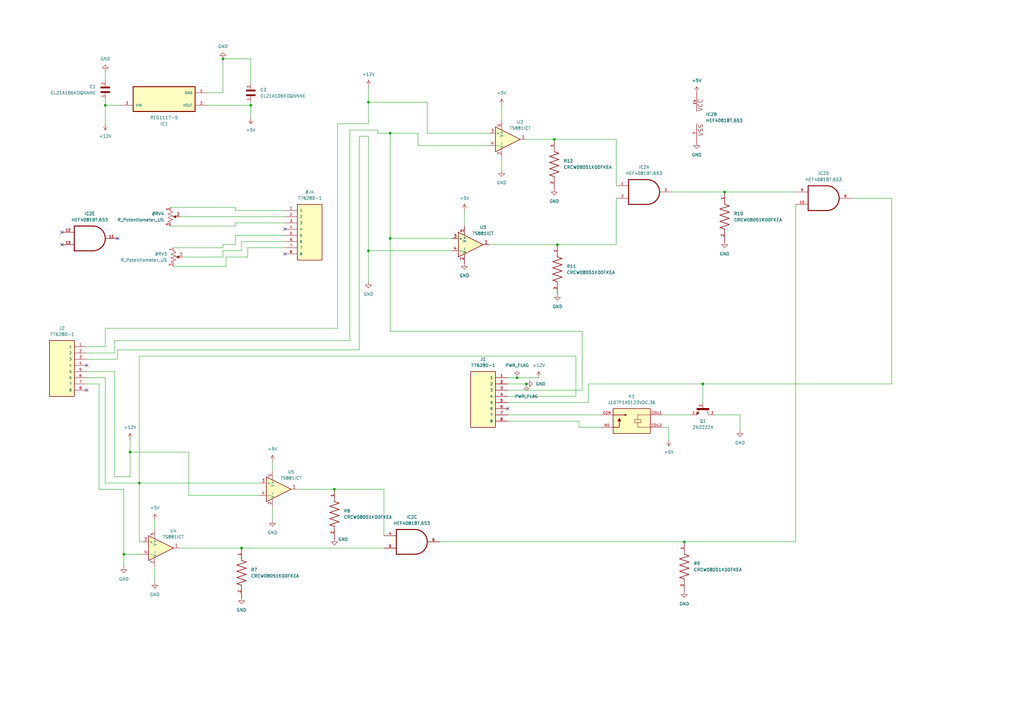
<source format=kicad_sch>
(kicad_sch
	(version 20250114)
	(generator "eeschema")
	(generator_version "9.0")
	(uuid "94a36d50-8d4c-419a-a516-3075d8750a9a")
	(paper "A3")
	(lib_symbols
		(symbol "2N2222A:2N2222A"
			(pin_names
				(offset 1.016)
			)
			(exclude_from_sim no)
			(in_bom yes)
			(on_board yes)
			(property "Reference" "Q"
				(at -10.16 7.62 0)
				(effects
					(font
						(size 1.27 1.27)
					)
					(justify left bottom)
				)
			)
			(property "Value" "2N2222A"
				(at -10.16 -7.62 0)
				(effects
					(font
						(size 1.27 1.27)
					)
					(justify left bottom)
				)
			)
			(property "Footprint" "2N2222A:TO92254P470H750-3"
				(at 0 0 0)
				(effects
					(font
						(size 1.27 1.27)
					)
					(justify bottom)
					(hide yes)
				)
			)
			(property "Datasheet" ""
				(at 0 0 0)
				(effects
					(font
						(size 1.27 1.27)
					)
					(hide yes)
				)
			)
			(property "Description" ""
				(at 0 0 0)
				(effects
					(font
						(size 1.27 1.27)
					)
					(hide yes)
				)
			)
			(property "MF" "Diotec Semiconductor"
				(at 0 0 0)
				(effects
					(font
						(size 1.27 1.27)
					)
					(justify bottom)
					(hide yes)
				)
			)
			(property "SNAPEDA_PACKAGE_ID" "121774"
				(at 0 0 0)
				(effects
					(font
						(size 1.27 1.27)
					)
					(justify bottom)
					(hide yes)
				)
			)
			(property "Package" "TO-92 Diotec"
				(at 0 0 0)
				(effects
					(font
						(size 1.27 1.27)
					)
					(justify bottom)
					(hide yes)
				)
			)
			(property "Price" "None"
				(at 0 0 0)
				(effects
					(font
						(size 1.27 1.27)
					)
					(justify bottom)
					(hide yes)
				)
			)
			(property "Check_prices" "https://www.snapeda.com/parts/2N2222A/Diotec/view-part/?ref=eda"
				(at 0 0 0)
				(effects
					(font
						(size 1.27 1.27)
					)
					(justify bottom)
					(hide yes)
				)
			)
			(property "STANDARD" "IPC 7351B"
				(at 0 0 0)
				(effects
					(font
						(size 1.27 1.27)
					)
					(justify bottom)
					(hide yes)
				)
			)
			(property "PARTREV" "N/A"
				(at 0 0 0)
				(effects
					(font
						(size 1.27 1.27)
					)
					(justify bottom)
					(hide yes)
				)
			)
			(property "SnapEDA_Link" "https://www.snapeda.com/parts/2N2222A/Diotec/view-part/?ref=snap"
				(at 0 0 0)
				(effects
					(font
						(size 1.27 1.27)
					)
					(justify bottom)
					(hide yes)
				)
			)
			(property "MP" "2N2222A"
				(at 0 0 0)
				(effects
					(font
						(size 1.27 1.27)
					)
					(justify bottom)
					(hide yes)
				)
			)
			(property "Description_1" "BJT, TO-92, 40V, 600mA, NPN, 0.625W, 150°C"
				(at 0 0 0)
				(effects
					(font
						(size 1.27 1.27)
					)
					(justify bottom)
					(hide yes)
				)
			)
			(property "MANUFACTURER" "Diotec Semiconductor"
				(at 0 0 0)
				(effects
					(font
						(size 1.27 1.27)
					)
					(justify bottom)
					(hide yes)
				)
			)
			(property "Availability" "In Stock"
				(at 0 0 0)
				(effects
					(font
						(size 1.27 1.27)
					)
					(justify bottom)
					(hide yes)
				)
			)
			(property "MAXIMUM_PACKAGE_HEIGHT" "7.5 mm"
				(at 0 0 0)
				(effects
					(font
						(size 1.27 1.27)
					)
					(justify bottom)
					(hide yes)
				)
			)
			(symbol "2N2222A_0_0"
				(rectangle
					(start -0.254 -2.54)
					(end 0.508 2.54)
					(stroke
						(width 0.1)
						(type default)
					)
					(fill
						(type outline)
					)
				)
				(polyline
					(pts
						(xy 1.27 -2.54) (xy 1.778 -1.524) (xy 2.54 -2.54) (xy 1.27 -2.54)
					)
					(stroke
						(width 0.1524)
						(type default)
					)
					(fill
						(type outline)
					)
				)
				(polyline
					(pts
						(xy 1.54 -2.04) (xy 0.308 -1.424)
					)
					(stroke
						(width 0.1524)
						(type default)
					)
					(fill
						(type none)
					)
				)
				(polyline
					(pts
						(xy 2.54 2.54) (xy 0.508 1.524)
					)
					(stroke
						(width 0.1524)
						(type default)
					)
					(fill
						(type none)
					)
				)
				(pin passive line
					(at -2.54 0 0)
					(length 2.54)
					(name "~"
						(effects
							(font
								(size 1.016 1.016)
							)
						)
					)
					(number "2"
						(effects
							(font
								(size 1.016 1.016)
							)
						)
					)
				)
				(pin passive line
					(at 2.54 5.08 270)
					(length 2.54)
					(name "~"
						(effects
							(font
								(size 1.016 1.016)
							)
						)
					)
					(number "3"
						(effects
							(font
								(size 1.016 1.016)
							)
						)
					)
				)
				(pin passive line
					(at 2.54 -5.08 90)
					(length 2.54)
					(name "~"
						(effects
							(font
								(size 1.016 1.016)
							)
						)
					)
					(number "1"
						(effects
							(font
								(size 1.016 1.016)
							)
						)
					)
				)
			)
			(embedded_fonts no)
		)
		(symbol "74LS08:74LS08"
			(pin_names
				(offset 1.016)
			)
			(exclude_from_sim no)
			(in_bom yes)
			(on_board yes)
			(property "Reference" "IC"
				(at -3.81 1.27 0)
				(effects
					(font
						(size 1.27 1.27)
					)
					(justify left bottom)
				)
			)
			(property "Value" "74LS08"
				(at -3.81 -2.54 0)
				(effects
					(font
						(size 1.27 1.27)
					)
					(justify left bottom)
				)
			)
			(property "Footprint" "74LS08:DIL14"
				(at 0 0 0)
				(effects
					(font
						(size 1.27 1.27)
					)
					(justify bottom)
					(hide yes)
				)
			)
			(property "Datasheet" ""
				(at 0 0 0)
				(effects
					(font
						(size 1.27 1.27)
					)
					(hide yes)
				)
			)
			(property "Description" ""
				(at 0 0 0)
				(effects
					(font
						(size 1.27 1.27)
					)
					(hide yes)
				)
			)
			(property "MF" "Texas Instruments"
				(at 0 0 0)
				(effects
					(font
						(size 1.27 1.27)
					)
					(justify bottom)
					(hide yes)
				)
			)
			(property "Description_1" "AND Gate IC 4 Channel - 14-SSOP"
				(at 0 0 0)
				(effects
					(font
						(size 1.27 1.27)
					)
					(justify bottom)
					(hide yes)
				)
			)
			(property "Package" "SOIC-14 Motorola"
				(at 0 0 0)
				(effects
					(font
						(size 1.27 1.27)
					)
					(justify bottom)
					(hide yes)
				)
			)
			(property "Price" "None"
				(at 0 0 0)
				(effects
					(font
						(size 1.27 1.27)
					)
					(justify bottom)
					(hide yes)
				)
			)
			(property "SnapEDA_Link" "https://www.snapeda.com/parts/74LS08/Texas+Instruments/view-part/?ref=snap"
				(at 0 0 0)
				(effects
					(font
						(size 1.27 1.27)
					)
					(justify bottom)
					(hide yes)
				)
			)
			(property "MP" "74LS08"
				(at 0 0 0)
				(effects
					(font
						(size 1.27 1.27)
					)
					(justify bottom)
					(hide yes)
				)
			)
			(property "Availability" "Not in stock"
				(at 0 0 0)
				(effects
					(font
						(size 1.27 1.27)
					)
					(justify bottom)
					(hide yes)
				)
			)
			(property "Check_prices" "https://www.snapeda.com/parts/74LS08/Texas+Instruments/view-part/?ref=eda"
				(at 0 0 0)
				(effects
					(font
						(size 1.27 1.27)
					)
					(justify bottom)
					(hide yes)
				)
			)
			(symbol "74LS08_1_0"
				(polyline
					(pts
						(xy -5.08 5.08) (xy -5.08 -5.08)
					)
					(stroke
						(width 0.4064)
						(type default)
					)
					(fill
						(type none)
					)
				)
				(polyline
					(pts
						(xy -5.08 5.08) (xy 2.54 5.08)
					)
					(stroke
						(width 0.4064)
						(type default)
					)
					(fill
						(type none)
					)
				)
				(polyline
					(pts
						(xy -5.08 -5.08) (xy 2.54 -5.08)
					)
					(stroke
						(width 0.4064)
						(type default)
					)
					(fill
						(type none)
					)
				)
				(arc
					(start 2.54 5.08)
					(mid 7.5978 0)
					(end 2.54 -5.08)
					(stroke
						(width 0.4064)
						(type default)
					)
					(fill
						(type none)
					)
				)
				(pin input line
					(at -10.16 2.54 0)
					(length 5.08)
					(name "~"
						(effects
							(font
								(size 1.016 1.016)
							)
						)
					)
					(number "1"
						(effects
							(font
								(size 1.016 1.016)
							)
						)
					)
				)
				(pin input line
					(at -10.16 -2.54 0)
					(length 5.08)
					(name "~"
						(effects
							(font
								(size 1.016 1.016)
							)
						)
					)
					(number "2"
						(effects
							(font
								(size 1.016 1.016)
							)
						)
					)
				)
				(pin output line
					(at 12.7 0 180)
					(length 5.08)
					(name "~"
						(effects
							(font
								(size 1.016 1.016)
							)
						)
					)
					(number "3"
						(effects
							(font
								(size 1.016 1.016)
							)
						)
					)
				)
			)
			(symbol "74LS08_2_0"
				(text "VSS"
					(at 0.635 -2.54 900)
					(effects
						(font
							(size 1.778 1.778)
						)
						(justify right top)
					)
				)
				(text "VCC"
					(at 2.54 2.54 900)
					(effects
						(font
							(size 1.778 1.778)
						)
						(justify left bottom)
					)
				)
				(pin power_in line
					(at 0 10.16 270)
					(length 7.62)
					(name "~"
						(effects
							(font
								(size 1.016 1.016)
							)
						)
					)
					(number "14"
						(effects
							(font
								(size 1.016 1.016)
							)
						)
					)
				)
				(pin power_in line
					(at 0 -10.16 90)
					(length 7.62)
					(name "~"
						(effects
							(font
								(size 1.016 1.016)
							)
						)
					)
					(number "7"
						(effects
							(font
								(size 1.016 1.016)
							)
						)
					)
				)
			)
			(symbol "74LS08_3_0"
				(polyline
					(pts
						(xy -5.08 5.08) (xy -5.08 -5.08)
					)
					(stroke
						(width 0.4064)
						(type default)
					)
					(fill
						(type none)
					)
				)
				(polyline
					(pts
						(xy -5.08 5.08) (xy 2.54 5.08)
					)
					(stroke
						(width 0.4064)
						(type default)
					)
					(fill
						(type none)
					)
				)
				(polyline
					(pts
						(xy -5.08 -5.08) (xy 2.54 -5.08)
					)
					(stroke
						(width 0.4064)
						(type default)
					)
					(fill
						(type none)
					)
				)
				(arc
					(start 2.54 5.08)
					(mid 7.5978 0)
					(end 2.54 -5.08)
					(stroke
						(width 0.4064)
						(type default)
					)
					(fill
						(type none)
					)
				)
				(pin input line
					(at -10.16 2.54 0)
					(length 5.08)
					(name "~"
						(effects
							(font
								(size 1.016 1.016)
							)
						)
					)
					(number "4"
						(effects
							(font
								(size 1.016 1.016)
							)
						)
					)
				)
				(pin input line
					(at -10.16 -2.54 0)
					(length 5.08)
					(name "~"
						(effects
							(font
								(size 1.016 1.016)
							)
						)
					)
					(number "5"
						(effects
							(font
								(size 1.016 1.016)
							)
						)
					)
				)
				(pin output line
					(at 12.7 0 180)
					(length 5.08)
					(name "~"
						(effects
							(font
								(size 1.016 1.016)
							)
						)
					)
					(number "6"
						(effects
							(font
								(size 1.016 1.016)
							)
						)
					)
				)
			)
			(symbol "74LS08_4_0"
				(polyline
					(pts
						(xy -5.08 5.08) (xy -5.08 -5.08)
					)
					(stroke
						(width 0.4064)
						(type default)
					)
					(fill
						(type none)
					)
				)
				(polyline
					(pts
						(xy -5.08 5.08) (xy 2.54 5.08)
					)
					(stroke
						(width 0.4064)
						(type default)
					)
					(fill
						(type none)
					)
				)
				(polyline
					(pts
						(xy -5.08 -5.08) (xy 2.54 -5.08)
					)
					(stroke
						(width 0.4064)
						(type default)
					)
					(fill
						(type none)
					)
				)
				(arc
					(start 2.54 5.08)
					(mid 7.5978 0)
					(end 2.54 -5.08)
					(stroke
						(width 0.4064)
						(type default)
					)
					(fill
						(type none)
					)
				)
				(pin input line
					(at -10.16 2.54 0)
					(length 5.08)
					(name "~"
						(effects
							(font
								(size 1.016 1.016)
							)
						)
					)
					(number "9"
						(effects
							(font
								(size 1.016 1.016)
							)
						)
					)
				)
				(pin input line
					(at -10.16 -2.54 0)
					(length 5.08)
					(name "~"
						(effects
							(font
								(size 1.016 1.016)
							)
						)
					)
					(number "10"
						(effects
							(font
								(size 1.016 1.016)
							)
						)
					)
				)
				(pin output line
					(at 12.7 0 180)
					(length 5.08)
					(name "~"
						(effects
							(font
								(size 1.016 1.016)
							)
						)
					)
					(number "8"
						(effects
							(font
								(size 1.016 1.016)
							)
						)
					)
				)
			)
			(symbol "74LS08_5_0"
				(polyline
					(pts
						(xy -5.08 5.08) (xy -5.08 -5.08)
					)
					(stroke
						(width 0.4064)
						(type default)
					)
					(fill
						(type none)
					)
				)
				(polyline
					(pts
						(xy -5.08 5.08) (xy 2.54 5.08)
					)
					(stroke
						(width 0.4064)
						(type default)
					)
					(fill
						(type none)
					)
				)
				(polyline
					(pts
						(xy -5.08 -5.08) (xy 2.54 -5.08)
					)
					(stroke
						(width 0.4064)
						(type default)
					)
					(fill
						(type none)
					)
				)
				(arc
					(start 2.54 5.08)
					(mid 7.5978 0)
					(end 2.54 -5.08)
					(stroke
						(width 0.4064)
						(type default)
					)
					(fill
						(type none)
					)
				)
				(pin input line
					(at -10.16 2.54 0)
					(length 5.08)
					(name "~"
						(effects
							(font
								(size 1.016 1.016)
							)
						)
					)
					(number "12"
						(effects
							(font
								(size 1.016 1.016)
							)
						)
					)
				)
				(pin input line
					(at -10.16 -2.54 0)
					(length 5.08)
					(name "~"
						(effects
							(font
								(size 1.016 1.016)
							)
						)
					)
					(number "13"
						(effects
							(font
								(size 1.016 1.016)
							)
						)
					)
				)
				(pin output line
					(at 12.7 0 180)
					(length 5.08)
					(name "~"
						(effects
							(font
								(size 1.016 1.016)
							)
						)
					)
					(number "11"
						(effects
							(font
								(size 1.016 1.016)
							)
						)
					)
				)
			)
			(embedded_fonts no)
		)
		(symbol "776280-1:776280-1"
			(pin_names
				(offset 1.016)
			)
			(exclude_from_sim no)
			(in_bom yes)
			(on_board yes)
			(property "Reference" "J"
				(at -5.8425 10.4149 0)
				(effects
					(font
						(size 1.27 1.27)
					)
					(justify left bottom)
				)
			)
			(property "Value" "776280-1"
				(at -5.8428 -14.988 0)
				(effects
					(font
						(size 1.27 1.27)
					)
					(justify left bottom)
				)
			)
			(property "Footprint" "776280-1:TE_776280-1"
				(at 0 0 0)
				(effects
					(font
						(size 1.27 1.27)
					)
					(justify bottom)
					(hide yes)
				)
			)
			(property "Datasheet" ""
				(at 0 0 0)
				(effects
					(font
						(size 1.27 1.27)
					)
					(hide yes)
				)
			)
			(property "Description" ""
				(at 0 0 0)
				(effects
					(font
						(size 1.27 1.27)
					)
					(hide yes)
				)
			)
			(property "Comment" "776280-1"
				(at 0 0 0)
				(effects
					(font
						(size 1.27 1.27)
					)
					(justify bottom)
					(hide yes)
				)
			)
			(property "MF" "TE Connectivity"
				(at 0 0 0)
				(effects
					(font
						(size 1.27 1.27)
					)
					(justify bottom)
					(hide yes)
				)
			)
			(property "Description_1" "Header Assembly 8 POS RTANG W/GASKET AMPSEAL Series | TE Connectivity 776280-1"
				(at 0 0 0)
				(effects
					(font
						(size 1.27 1.27)
					)
					(justify bottom)
					(hide yes)
				)
			)
			(property "Package" "None"
				(at 0 0 0)
				(effects
					(font
						(size 1.27 1.27)
					)
					(justify bottom)
					(hide yes)
				)
			)
			(property "Price" "None"
				(at 0 0 0)
				(effects
					(font
						(size 1.27 1.27)
					)
					(justify bottom)
					(hide yes)
				)
			)
			(property "Check_prices" "https://www.snapeda.com/parts/776280-1/TE+Connectivity+AMP+Connectors/view-part/?ref=eda"
				(at 0 0 0)
				(effects
					(font
						(size 1.27 1.27)
					)
					(justify bottom)
					(hide yes)
				)
			)
			(property "STANDARD" "MANUFACTURER RECOMMENDATION"
				(at 0 0 0)
				(effects
					(font
						(size 1.27 1.27)
					)
					(justify bottom)
					(hide yes)
				)
			)
			(property "PARTREV" "F8"
				(at 0 0 0)
				(effects
					(font
						(size 1.27 1.27)
					)
					(justify bottom)
					(hide yes)
				)
			)
			(property "SnapEDA_Link" "https://www.snapeda.com/parts/776280-1/TE+Connectivity+AMP+Connectors/view-part/?ref=snap"
				(at 0 0 0)
				(effects
					(font
						(size 1.27 1.27)
					)
					(justify bottom)
					(hide yes)
				)
			)
			(property "MP" "776280-1"
				(at 0 0 0)
				(effects
					(font
						(size 1.27 1.27)
					)
					(justify bottom)
					(hide yes)
				)
			)
			(property "EU_RoHS_Compliance" "Compliant"
				(at 0 0 0)
				(effects
					(font
						(size 1.27 1.27)
					)
					(justify bottom)
					(hide yes)
				)
			)
			(property "Availability" "In Stock"
				(at 0 0 0)
				(effects
					(font
						(size 1.27 1.27)
					)
					(justify bottom)
					(hide yes)
				)
			)
			(property "MANUFACTURER" "TE CONNECTIVITY"
				(at 0 0 0)
				(effects
					(font
						(size 1.27 1.27)
					)
					(justify bottom)
					(hide yes)
				)
			)
			(symbol "776280-1_0_0"
				(rectangle
					(start -5.08 -12.7)
					(end 5.08 10.16)
					(stroke
						(width 0.254)
						(type default)
					)
					(fill
						(type background)
					)
				)
				(pin passive line
					(at 10.16 7.62 180)
					(length 5.08)
					(name "1"
						(effects
							(font
								(size 1.016 1.016)
							)
						)
					)
					(number "1"
						(effects
							(font
								(size 1.016 1.016)
							)
						)
					)
				)
				(pin passive line
					(at 10.16 5.08 180)
					(length 5.08)
					(name "2"
						(effects
							(font
								(size 1.016 1.016)
							)
						)
					)
					(number "2"
						(effects
							(font
								(size 1.016 1.016)
							)
						)
					)
				)
				(pin passive line
					(at 10.16 2.54 180)
					(length 5.08)
					(name "3"
						(effects
							(font
								(size 1.016 1.016)
							)
						)
					)
					(number "3"
						(effects
							(font
								(size 1.016 1.016)
							)
						)
					)
				)
				(pin passive line
					(at 10.16 0 180)
					(length 5.08)
					(name "4"
						(effects
							(font
								(size 1.016 1.016)
							)
						)
					)
					(number "4"
						(effects
							(font
								(size 1.016 1.016)
							)
						)
					)
				)
				(pin passive line
					(at 10.16 -2.54 180)
					(length 5.08)
					(name "5"
						(effects
							(font
								(size 1.016 1.016)
							)
						)
					)
					(number "5"
						(effects
							(font
								(size 1.016 1.016)
							)
						)
					)
				)
				(pin passive line
					(at 10.16 -5.08 180)
					(length 5.08)
					(name "6"
						(effects
							(font
								(size 1.016 1.016)
							)
						)
					)
					(number "6"
						(effects
							(font
								(size 1.016 1.016)
							)
						)
					)
				)
				(pin passive line
					(at 10.16 -7.62 180)
					(length 5.08)
					(name "7"
						(effects
							(font
								(size 1.016 1.016)
							)
						)
					)
					(number "7"
						(effects
							(font
								(size 1.016 1.016)
							)
						)
					)
				)
				(pin passive line
					(at 10.16 -10.16 180)
					(length 5.08)
					(name "8"
						(effects
							(font
								(size 1.016 1.016)
							)
						)
					)
					(number "8"
						(effects
							(font
								(size 1.016 1.016)
							)
						)
					)
				)
			)
			(embedded_fonts no)
		)
		(symbol "Amplifier_Operational:TS881xCx"
			(pin_names
				(offset 0.127)
			)
			(exclude_from_sim no)
			(in_bom yes)
			(on_board yes)
			(property "Reference" "U"
				(at -1.27 6.35 0)
				(effects
					(font
						(size 1.27 1.27)
					)
					(justify left)
				)
			)
			(property "Value" "TS881xCx"
				(at -1.27 3.81 0)
				(effects
					(font
						(size 1.27 1.27)
					)
					(justify left)
				)
			)
			(property "Footprint" "Package_TO_SOT_SMD:SOT-353_SC-70-5"
				(at -2.54 -5.08 0)
				(effects
					(font
						(size 1.27 1.27)
					)
					(justify left)
					(hide yes)
				)
			)
			(property "Datasheet" "http://www.st.com/content/ccc/resource/technical/document/datasheet/a2/60/3e/5d/b2/c1/4a/e9/DM00057901.pdf/files/DM00057901.pdf/jcr:content/translations/en.DM00057901.pdf"
				(at 0 0 0)
				(effects
					(font
						(size 1.27 1.27)
					)
					(hide yes)
				)
			)
			(property "Description" "Rail-to-rail 0.9V nanopower comparator, SC-70-5"
				(at 0 0 0)
				(effects
					(font
						(size 1.27 1.27)
					)
					(hide yes)
				)
			)
			(property "ki_keywords" "single comparator"
				(at 0 0 0)
				(effects
					(font
						(size 1.27 1.27)
					)
					(hide yes)
				)
			)
			(property "ki_fp_filters" "*SC?70*"
				(at 0 0 0)
				(effects
					(font
						(size 1.27 1.27)
					)
					(hide yes)
				)
			)
			(symbol "TS881xCx_0_1"
				(polyline
					(pts
						(xy -5.08 5.08) (xy 5.08 0) (xy -5.08 -5.08) (xy -5.08 5.08)
					)
					(stroke
						(width 0.254)
						(type default)
					)
					(fill
						(type background)
					)
				)
				(pin power_in line
					(at -2.54 7.62 270)
					(length 3.81)
					(name "V+"
						(effects
							(font
								(size 1.27 1.27)
							)
						)
					)
					(number "5"
						(effects
							(font
								(size 1.27 1.27)
							)
						)
					)
				)
				(pin power_in line
					(at -2.54 -7.62 90)
					(length 3.81)
					(name "V-"
						(effects
							(font
								(size 1.27 1.27)
							)
						)
					)
					(number "2"
						(effects
							(font
								(size 1.27 1.27)
							)
						)
					)
				)
			)
			(symbol "TS881xCx_1_1"
				(pin input line
					(at -7.62 2.54 0)
					(length 2.54)
					(name "+"
						(effects
							(font
								(size 1.27 1.27)
							)
						)
					)
					(number "3"
						(effects
							(font
								(size 1.27 1.27)
							)
						)
					)
				)
				(pin input line
					(at -7.62 -2.54 0)
					(length 2.54)
					(name "-"
						(effects
							(font
								(size 1.27 1.27)
							)
						)
					)
					(number "4"
						(effects
							(font
								(size 1.27 1.27)
							)
						)
					)
				)
				(pin output line
					(at 7.62 0 180)
					(length 2.54)
					(name "~"
						(effects
							(font
								(size 1.27 1.27)
							)
						)
					)
					(number "1"
						(effects
							(font
								(size 1.27 1.27)
							)
						)
					)
				)
			)
			(embedded_fonts no)
		)
		(symbol "CL21A106KOQNNNE:CL21A106KOQNNNE"
			(pin_names
				(offset 1.016)
			)
			(exclude_from_sim no)
			(in_bom yes)
			(on_board yes)
			(property "Reference" "C"
				(at 0 3.8109 0)
				(effects
					(font
						(size 1.27 1.27)
					)
					(justify left bottom)
				)
			)
			(property "Value" "CL21A106KOQNNNE"
				(at 0 -5.0885 0)
				(effects
					(font
						(size 1.27 1.27)
					)
					(justify left bottom)
				)
			)
			(property "Footprint" "CL21A106KOQNNNE:CAPC2012X140N"
				(at 0 0 0)
				(effects
					(font
						(size 1.27 1.27)
					)
					(justify bottom)
					(hide yes)
				)
			)
			(property "Datasheet" ""
				(at 0 0 0)
				(effects
					(font
						(size 1.27 1.27)
					)
					(hide yes)
				)
			)
			(property "Description" ""
				(at 0 0 0)
				(effects
					(font
						(size 1.27 1.27)
					)
					(hide yes)
				)
			)
			(property "L1_min" "0.2"
				(at 0 0 0)
				(effects
					(font
						(size 1.27 1.27)
					)
					(justify bottom)
					(hide yes)
				)
			)
			(property "Check_prices" "https://www.snapeda.com/parts/CL21A106KOQNNNE/Samsung/view-part/?ref=eda"
				(at 0 0 0)
				(effects
					(font
						(size 1.27 1.27)
					)
					(justify bottom)
					(hide yes)
				)
			)
			(property "Package" "SMD-2 Samsung"
				(at 0 0 0)
				(effects
					(font
						(size 1.27 1.27)
					)
					(justify bottom)
					(hide yes)
				)
			)
			(property "SnapEDA_Link" "https://www.snapeda.com/parts/CL21A106KOQNNNE/Samsung/view-part/?ref=snap"
				(at 0 0 0)
				(effects
					(font
						(size 1.27 1.27)
					)
					(justify bottom)
					(hide yes)
				)
			)
			(property "STANDARD" "IPC 7351B"
				(at 0 0 0)
				(effects
					(font
						(size 1.27 1.27)
					)
					(justify bottom)
					(hide yes)
				)
			)
			(property "E_min" "1.1"
				(at 0 0 0)
				(effects
					(font
						(size 1.27 1.27)
					)
					(justify bottom)
					(hide yes)
				)
			)
			(property "MF" "Samsung Electro-Mechanics"
				(at 0 0 0)
				(effects
					(font
						(size 1.27 1.27)
					)
					(justify bottom)
					(hide yes)
				)
			)
			(property "D_min" "1.85"
				(at 0 0 0)
				(effects
					(font
						(size 1.27 1.27)
					)
					(justify bottom)
					(hide yes)
				)
			)
			(property "D_nom" "2.0"
				(at 0 0 0)
				(effects
					(font
						(size 1.27 1.27)
					)
					(justify bottom)
					(hide yes)
				)
			)
			(property "L_min" "0.2"
				(at 0 0 0)
				(effects
					(font
						(size 1.27 1.27)
					)
					(justify bottom)
					(hide yes)
				)
			)
			(property "E_max" "1.4"
				(at 0 0 0)
				(effects
					(font
						(size 1.27 1.27)
					)
					(justify bottom)
					(hide yes)
				)
			)
			(property "L_max" "0.7"
				(at 0 0 0)
				(effects
					(font
						(size 1.27 1.27)
					)
					(justify bottom)
					(hide yes)
				)
			)
			(property "A_max" "1.4"
				(at 0 0 0)
				(effects
					(font
						(size 1.27 1.27)
					)
					(justify bottom)
					(hide yes)
				)
			)
			(property "L1_nom" "0.5"
				(at 0 0 0)
				(effects
					(font
						(size 1.27 1.27)
					)
					(justify bottom)
					(hide yes)
				)
			)
			(property "Description_1" "10 µF ±10% 16V Ceramic Capacitor X5R 0805 (2012 Metric)"
				(at 0 0 0)
				(effects
					(font
						(size 1.27 1.27)
					)
					(justify bottom)
					(hide yes)
				)
			)
			(property "D_max" "2.15"
				(at 0 0 0)
				(effects
					(font
						(size 1.27 1.27)
					)
					(justify bottom)
					(hide yes)
				)
			)
			(property "A_nom" "1.4"
				(at 0 0 0)
				(effects
					(font
						(size 1.27 1.27)
					)
					(justify bottom)
					(hide yes)
				)
			)
			(property "L1_max" "0.7"
				(at 0 0 0)
				(effects
					(font
						(size 1.27 1.27)
					)
					(justify bottom)
					(hide yes)
				)
			)
			(property "A_min" "1.4"
				(at 0 0 0)
				(effects
					(font
						(size 1.27 1.27)
					)
					(justify bottom)
					(hide yes)
				)
			)
			(property "Availability" "In Stock"
				(at 0 0 0)
				(effects
					(font
						(size 1.27 1.27)
					)
					(justify bottom)
					(hide yes)
				)
			)
			(property "MP" "CL21A106KOQNNNE"
				(at 0 0 0)
				(effects
					(font
						(size 1.27 1.27)
					)
					(justify bottom)
					(hide yes)
				)
			)
			(property "E_nom" "1.25"
				(at 0 0 0)
				(effects
					(font
						(size 1.27 1.27)
					)
					(justify bottom)
					(hide yes)
				)
			)
			(property "MANUFACTURER" "Samsung Electro-Mechanics"
				(at 0 0 0)
				(effects
					(font
						(size 1.27 1.27)
					)
					(justify bottom)
					(hide yes)
				)
			)
			(property "Price" "None"
				(at 0 0 0)
				(effects
					(font
						(size 1.27 1.27)
					)
					(justify bottom)
					(hide yes)
				)
			)
			(property "L_nom" "0.5"
				(at 0 0 0)
				(effects
					(font
						(size 1.27 1.27)
					)
					(justify bottom)
					(hide yes)
				)
			)
			(symbol "CL21A106KOQNNNE_0_0"
				(rectangle
					(start 0 -1.9069)
					(end 0.635 1.905)
					(stroke
						(width 0.1)
						(type default)
					)
					(fill
						(type outline)
					)
				)
				(rectangle
					(start 1.9069 -1.9069)
					(end 2.54 1.905)
					(stroke
						(width 0.1)
						(type default)
					)
					(fill
						(type outline)
					)
				)
				(pin passive line
					(at -2.54 0 0)
					(length 2.54)
					(name "~"
						(effects
							(font
								(size 1.016 1.016)
							)
						)
					)
					(number "1"
						(effects
							(font
								(size 1.016 1.016)
							)
						)
					)
				)
				(pin passive line
					(at 5.08 0 180)
					(length 2.54)
					(name "~"
						(effects
							(font
								(size 1.016 1.016)
							)
						)
					)
					(number "2"
						(effects
							(font
								(size 1.016 1.016)
							)
						)
					)
				)
			)
			(embedded_fonts no)
		)
		(symbol "CRCW08051K00FKEA:CRCW08051K00FKEA"
			(pin_names
				(offset 1.016)
			)
			(exclude_from_sim no)
			(in_bom yes)
			(on_board yes)
			(property "Reference" "R"
				(at -7.6244 2.5415 0)
				(effects
					(font
						(size 1.27 1.27)
					)
					(justify left bottom)
				)
			)
			(property "Value" "CRCW08051K00FKEA"
				(at -7.63 -5.0866 0)
				(effects
					(font
						(size 1.27 1.27)
					)
					(justify left bottom)
				)
			)
			(property "Footprint" "CRCW08051K00FKEA:RESC2012X50N"
				(at 0 0 0)
				(effects
					(font
						(size 1.27 1.27)
					)
					(justify bottom)
					(hide yes)
				)
			)
			(property "Datasheet" ""
				(at 0 0 0)
				(effects
					(font
						(size 1.27 1.27)
					)
					(hide yes)
				)
			)
			(property "Description" ""
				(at 0 0 0)
				(effects
					(font
						(size 1.27 1.27)
					)
					(hide yes)
				)
			)
			(property "MF" "Vishay"
				(at 0 0 0)
				(effects
					(font
						(size 1.27 1.27)
					)
					(justify bottom)
					(hide yes)
				)
			)
			(property "Description_1" "Resistor,Thick Film,1 Kilohms,0.125 W,1%,SMT,0805,TCR 37 ppm/DegC,Cut Tape | Vishay Dale CRCW08051K00FKEA"
				(at 0 0 0)
				(effects
					(font
						(size 1.27 1.27)
					)
					(justify bottom)
					(hide yes)
				)
			)
			(property "Package" "2012 Vishay"
				(at 0 0 0)
				(effects
					(font
						(size 1.27 1.27)
					)
					(justify bottom)
					(hide yes)
				)
			)
			(property "Price" "None"
				(at 0 0 0)
				(effects
					(font
						(size 1.27 1.27)
					)
					(justify bottom)
					(hide yes)
				)
			)
			(property "SnapEDA_Link" "https://www.snapeda.com/parts/CRCW08051K00FKEA/Vishay+Dale/view-part/?ref=snap"
				(at 0 0 0)
				(effects
					(font
						(size 1.27 1.27)
					)
					(justify bottom)
					(hide yes)
				)
			)
			(property "MP" "CRCW08051K00FKEA"
				(at 0 0 0)
				(effects
					(font
						(size 1.27 1.27)
					)
					(justify bottom)
					(hide yes)
				)
			)
			(property "Availability" "In Stock"
				(at 0 0 0)
				(effects
					(font
						(size 1.27 1.27)
					)
					(justify bottom)
					(hide yes)
				)
			)
			(property "Check_prices" "https://www.snapeda.com/parts/CRCW08051K00FKEA/Vishay+Dale/view-part/?ref=eda"
				(at 0 0 0)
				(effects
					(font
						(size 1.27 1.27)
					)
					(justify bottom)
					(hide yes)
				)
			)
			(symbol "CRCW08051K00FKEA_0_0"
				(polyline
					(pts
						(xy -5.08 0) (xy -4.445 1.905)
					)
					(stroke
						(width 0.254)
						(type default)
					)
					(fill
						(type none)
					)
				)
				(polyline
					(pts
						(xy -4.445 1.905) (xy -3.175 -1.905)
					)
					(stroke
						(width 0.254)
						(type default)
					)
					(fill
						(type none)
					)
				)
				(polyline
					(pts
						(xy -3.175 -1.905) (xy -1.905 1.905)
					)
					(stroke
						(width 0.254)
						(type default)
					)
					(fill
						(type none)
					)
				)
				(polyline
					(pts
						(xy -1.905 1.905) (xy -0.635 -1.905)
					)
					(stroke
						(width 0.254)
						(type default)
					)
					(fill
						(type none)
					)
				)
				(polyline
					(pts
						(xy -0.635 -1.905) (xy 0.635 1.905)
					)
					(stroke
						(width 0.254)
						(type default)
					)
					(fill
						(type none)
					)
				)
				(polyline
					(pts
						(xy 0.635 1.905) (xy 1.905 -1.905)
					)
					(stroke
						(width 0.254)
						(type default)
					)
					(fill
						(type none)
					)
				)
				(polyline
					(pts
						(xy 1.905 -1.905) (xy 3.175 1.905)
					)
					(stroke
						(width 0.254)
						(type default)
					)
					(fill
						(type none)
					)
				)
				(polyline
					(pts
						(xy 3.175 1.905) (xy 4.445 -1.905)
					)
					(stroke
						(width 0.254)
						(type default)
					)
					(fill
						(type none)
					)
				)
				(polyline
					(pts
						(xy 4.445 -1.905) (xy 5.08 0)
					)
					(stroke
						(width 0.254)
						(type default)
					)
					(fill
						(type none)
					)
				)
				(pin passive line
					(at -10.16 0 0)
					(length 5.08)
					(name "~"
						(effects
							(font
								(size 1.016 1.016)
							)
						)
					)
					(number "1"
						(effects
							(font
								(size 1.016 1.016)
							)
						)
					)
				)
				(pin passive line
					(at 10.16 0 180)
					(length 5.08)
					(name "~"
						(effects
							(font
								(size 1.016 1.016)
							)
						)
					)
					(number "2"
						(effects
							(font
								(size 1.016 1.016)
							)
						)
					)
				)
			)
			(embedded_fonts no)
		)
		(symbol "Device:R_Potentiometer_US"
			(pin_names
				(offset 1.016)
				(hide yes)
			)
			(exclude_from_sim no)
			(in_bom yes)
			(on_board yes)
			(property "Reference" "RV"
				(at -4.445 0 90)
				(effects
					(font
						(size 1.27 1.27)
					)
				)
			)
			(property "Value" "R_Potentiometer_US"
				(at -2.54 0 90)
				(effects
					(font
						(size 1.27 1.27)
					)
				)
			)
			(property "Footprint" ""
				(at 0 0 0)
				(effects
					(font
						(size 1.27 1.27)
					)
					(hide yes)
				)
			)
			(property "Datasheet" "~"
				(at 0 0 0)
				(effects
					(font
						(size 1.27 1.27)
					)
					(hide yes)
				)
			)
			(property "Description" "Potentiometer, US symbol"
				(at 0 0 0)
				(effects
					(font
						(size 1.27 1.27)
					)
					(hide yes)
				)
			)
			(property "ki_keywords" "resistor variable"
				(at 0 0 0)
				(effects
					(font
						(size 1.27 1.27)
					)
					(hide yes)
				)
			)
			(property "ki_fp_filters" "Potentiometer*"
				(at 0 0 0)
				(effects
					(font
						(size 1.27 1.27)
					)
					(hide yes)
				)
			)
			(symbol "R_Potentiometer_US_0_1"
				(polyline
					(pts
						(xy 0 2.54) (xy 0 2.286)
					)
					(stroke
						(width 0)
						(type default)
					)
					(fill
						(type none)
					)
				)
				(polyline
					(pts
						(xy 0 2.286) (xy 1.016 1.905) (xy 0 1.524) (xy -1.016 1.143) (xy 0 0.762)
					)
					(stroke
						(width 0)
						(type default)
					)
					(fill
						(type none)
					)
				)
				(polyline
					(pts
						(xy 0 0.762) (xy 1.016 0.381) (xy 0 0) (xy -1.016 -0.381) (xy 0 -0.762)
					)
					(stroke
						(width 0)
						(type default)
					)
					(fill
						(type none)
					)
				)
				(polyline
					(pts
						(xy 0 -0.762) (xy 1.016 -1.143) (xy 0 -1.524) (xy -1.016 -1.905) (xy 0 -2.286)
					)
					(stroke
						(width 0)
						(type default)
					)
					(fill
						(type none)
					)
				)
				(polyline
					(pts
						(xy 0 -2.286) (xy 0 -2.54)
					)
					(stroke
						(width 0)
						(type default)
					)
					(fill
						(type none)
					)
				)
				(polyline
					(pts
						(xy 1.143 0) (xy 2.286 0.508) (xy 2.286 -0.508) (xy 1.143 0)
					)
					(stroke
						(width 0)
						(type default)
					)
					(fill
						(type outline)
					)
				)
				(polyline
					(pts
						(xy 2.54 0) (xy 1.524 0)
					)
					(stroke
						(width 0)
						(type default)
					)
					(fill
						(type none)
					)
				)
			)
			(symbol "R_Potentiometer_US_1_1"
				(pin passive line
					(at 0 3.81 270)
					(length 1.27)
					(name "1"
						(effects
							(font
								(size 1.27 1.27)
							)
						)
					)
					(number "1"
						(effects
							(font
								(size 1.27 1.27)
							)
						)
					)
				)
				(pin passive line
					(at 0 -3.81 90)
					(length 1.27)
					(name "3"
						(effects
							(font
								(size 1.27 1.27)
							)
						)
					)
					(number "3"
						(effects
							(font
								(size 1.27 1.27)
							)
						)
					)
				)
				(pin passive line
					(at 3.81 0 180)
					(length 1.27)
					(name "2"
						(effects
							(font
								(size 1.27 1.27)
							)
						)
					)
					(number "2"
						(effects
							(font
								(size 1.27 1.27)
							)
						)
					)
				)
			)
			(embedded_fonts no)
		)
		(symbol "J107F1AS123VDC.36:J107F1AS123VDC.36"
			(pin_names
				(offset 1.016)
			)
			(exclude_from_sim no)
			(in_bom yes)
			(on_board yes)
			(property "Reference" "K"
				(at -7.62 6.35 0)
				(effects
					(font
						(size 1.27 1.27)
					)
					(justify left bottom)
				)
			)
			(property "Value" "J107F1AS123VDC.36"
				(at -7.62 -7.62 0)
				(effects
					(font
						(size 1.27 1.27)
					)
					(justify left bottom)
				)
			)
			(property "Footprint" "J107F1AS123VDC.36:RELAY_J107F1AS123VDC.36"
				(at 0 0 0)
				(effects
					(font
						(size 1.27 1.27)
					)
					(justify bottom)
					(hide yes)
				)
			)
			(property "Datasheet" ""
				(at 0 0 0)
				(effects
					(font
						(size 1.27 1.27)
					)
					(hide yes)
				)
			)
			(property "Description" ""
				(at 0 0 0)
				(effects
					(font
						(size 1.27 1.27)
					)
					(hide yes)
				)
			)
			(property "DigiKey_Part_Number" "2449-J107F1AS123VDC.36-ND"
				(at 0 0 0)
				(effects
					(font
						(size 1.27 1.27)
					)
					(justify bottom)
					(hide yes)
				)
			)
			(property "SnapEDA_Link" "https://www.snapeda.com/parts/J107F1AS123VDC.36/CIT+Relay+%2526+Switch/view-part/?ref=snap"
				(at 0 0 0)
				(effects
					(font
						(size 1.27 1.27)
					)
					(justify bottom)
					(hide yes)
				)
			)
			(property "MAXIMUM_PACKAGE_HEIGHT" "15.29mm"
				(at 0 0 0)
				(effects
					(font
						(size 1.27 1.27)
					)
					(justify bottom)
					(hide yes)
				)
			)
			(property "CREATOR" "DIZAR"
				(at 0 0 0)
				(effects
					(font
						(size 1.27 1.27)
					)
					(justify bottom)
					(hide yes)
				)
			)
			(property "Package" "None"
				(at 0 0 0)
				(effects
					(font
						(size 1.27 1.27)
					)
					(justify bottom)
					(hide yes)
				)
			)
			(property "Check_prices" "https://www.snapeda.com/parts/J107F1AS123VDC.36/CIT+Relay+%2526+Switch/view-part/?ref=eda"
				(at 0 0 0)
				(effects
					(font
						(size 1.27 1.27)
					)
					(justify bottom)
					(hide yes)
				)
			)
			(property "STANDARD" "Manufacturer Recommendations"
				(at 0 0 0)
				(effects
					(font
						(size 1.27 1.27)
					)
					(justify bottom)
					(hide yes)
				)
			)
			(property "PARTREV" "B"
				(at 0 0 0)
				(effects
					(font
						(size 1.27 1.27)
					)
					(justify bottom)
					(hide yes)
				)
			)
			(property "VERIFIER" ""
				(at 0 0 0)
				(effects
					(font
						(size 1.27 1.27)
					)
					(justify bottom)
					(hide yes)
				)
			)
			(property "MF" "CIT Relay and Switch"
				(at 0 0 0)
				(effects
					(font
						(size 1.27 1.27)
					)
					(justify bottom)
					(hide yes)
				)
			)
			(property "MP" "J107F1AS123VDC.36"
				(at 0 0 0)
				(effects
					(font
						(size 1.27 1.27)
					)
					(justify bottom)
					(hide yes)
				)
			)
			(property "Description_1" "General Purpose Relay SPST-NO (1 Form A) 3VDC Coil Through Hole"
				(at 0 0 0)
				(effects
					(font
						(size 1.27 1.27)
					)
					(justify bottom)
					(hide yes)
				)
			)
			(property "MANUFACTURER" "CIT Relay and Switch"
				(at 0 0 0)
				(effects
					(font
						(size 1.27 1.27)
					)
					(justify bottom)
					(hide yes)
				)
			)
			(symbol "J107F1AS123VDC.36_0_0"
				(polyline
					(pts
						(xy -7.62 2.54) (xy -2.54 2.54)
					)
					(stroke
						(width 0.1524)
						(type default)
					)
					(fill
						(type none)
					)
				)
				(polyline
					(pts
						(xy -7.62 -2.54) (xy -2.54 -2.54)
					)
					(stroke
						(width 0.1524)
						(type default)
					)
					(fill
						(type none)
					)
				)
				(rectangle
					(start -7.62 -5.08)
					(end 7.62 5.08)
					(stroke
						(width 0.254)
						(type default)
					)
					(fill
						(type background)
					)
				)
				(polyline
					(pts
						(xy -3.81 0.635) (xy -2.54 0.635)
					)
					(stroke
						(width 0.1524)
						(type default)
					)
					(fill
						(type none)
					)
				)
				(polyline
					(pts
						(xy -3.81 -0.635) (xy -3.81 0.635)
					)
					(stroke
						(width 0.1524)
						(type default)
					)
					(fill
						(type none)
					)
				)
				(polyline
					(pts
						(xy -2.54 2.54) (xy -2.54 0.635)
					)
					(stroke
						(width 0.1524)
						(type default)
					)
					(fill
						(type none)
					)
				)
				(polyline
					(pts
						(xy -2.54 0.635) (xy -1.27 0.635)
					)
					(stroke
						(width 0.1524)
						(type default)
					)
					(fill
						(type none)
					)
				)
				(polyline
					(pts
						(xy -2.54 -0.635) (xy -3.81 -0.635)
					)
					(stroke
						(width 0.1524)
						(type default)
					)
					(fill
						(type none)
					)
				)
				(polyline
					(pts
						(xy -2.54 -0.635) (xy -2.54 -2.54)
					)
					(stroke
						(width 0.1524)
						(type default)
					)
					(fill
						(type none)
					)
				)
				(polyline
					(pts
						(xy -1.27 0.635) (xy -1.27 -0.635)
					)
					(stroke
						(width 0.1524)
						(type default)
					)
					(fill
						(type none)
					)
				)
				(polyline
					(pts
						(xy -1.27 -0.635) (xy -2.54 -0.635)
					)
					(stroke
						(width 0.1524)
						(type default)
					)
					(fill
						(type none)
					)
				)
				(circle
					(center 2.54 2.54)
					(radius 0.254)
					(stroke
						(width 0.254)
						(type default)
					)
					(fill
						(type none)
					)
				)
				(polyline
					(pts
						(xy 4.445 0) (xy 5.715 0) (xy 5.08 1.27) (xy 4.445 0)
					)
					(stroke
						(width 0.1524)
						(type default)
					)
					(fill
						(type outline)
					)
				)
				(polyline
					(pts
						(xy 5.08 -2.54) (xy 5.08 0)
					)
					(stroke
						(width 0.254)
						(type default)
					)
					(fill
						(type none)
					)
				)
				(polyline
					(pts
						(xy 7.62 2.54) (xy 2.54 2.54)
					)
					(stroke
						(width 0.254)
						(type default)
					)
					(fill
						(type none)
					)
				)
				(polyline
					(pts
						(xy 7.62 -2.54) (xy 5.08 -2.54)
					)
					(stroke
						(width 0.254)
						(type default)
					)
					(fill
						(type none)
					)
				)
				(pin passive line
					(at -12.7 2.54 0)
					(length 5.08)
					(name "~"
						(effects
							(font
								(size 1.016 1.016)
							)
						)
					)
					(number "COIL1"
						(effects
							(font
								(size 1.016 1.016)
							)
						)
					)
				)
				(pin passive line
					(at -12.7 -2.54 0)
					(length 5.08)
					(name "~"
						(effects
							(font
								(size 1.016 1.016)
							)
						)
					)
					(number "COIL2"
						(effects
							(font
								(size 1.016 1.016)
							)
						)
					)
				)
				(pin passive line
					(at 12.7 2.54 180)
					(length 5.08)
					(name "~"
						(effects
							(font
								(size 1.016 1.016)
							)
						)
					)
					(number "COM"
						(effects
							(font
								(size 1.016 1.016)
							)
						)
					)
				)
				(pin passive line
					(at 12.7 -2.54 180)
					(length 5.08)
					(name "~"
						(effects
							(font
								(size 1.016 1.016)
							)
						)
					)
					(number "NO"
						(effects
							(font
								(size 1.016 1.016)
							)
						)
					)
				)
			)
			(embedded_fonts no)
		)
		(symbol "REG1117-5:REG1117-5"
			(pin_names
				(offset 1.016)
			)
			(exclude_from_sim no)
			(in_bom yes)
			(on_board yes)
			(property "Reference" "IC"
				(at -12.7 6.08 0)
				(effects
					(font
						(size 1.27 1.27)
					)
					(justify left bottom)
				)
			)
			(property "Value" "REG1117-5"
				(at -12.7 -9.08 0)
				(effects
					(font
						(size 1.27 1.27)
					)
					(justify left bottom)
				)
			)
			(property "Footprint" ""
				(at 0 0 0)
				(effects
					(font
						(size 1.27 1.27)
					)
					(hide yes)
				)
			)
			(property "Datasheet" ""
				(at 0 0 0)
				(effects
					(font
						(size 1.27 1.27)
					)
					(hide yes)
				)
			)
			(property "Description" ""
				(at 0 0 0)
				(effects
					(font
						(size 1.27 1.27)
					)
					(hide yes)
				)
			)
			(property "MF" "Texas Instruments"
				(at 0 0 0)
				(effects
					(font
						(size 1.27 1.27)
					)
					(justify bottom)
					(hide yes)
				)
			)
			(property "Description_1" "800-mA, 15-V, linear voltage regulator"
				(at 0 0 0)
				(effects
					(font
						(size 1.27 1.27)
					)
					(justify bottom)
					(hide yes)
				)
			)
			(property "Package" "SOT-223-4 Texas Instruments"
				(at 0 0 0)
				(effects
					(font
						(size 1.27 1.27)
					)
					(justify bottom)
					(hide yes)
				)
			)
			(property "Price" "None"
				(at 0 0 0)
				(effects
					(font
						(size 1.27 1.27)
					)
					(justify bottom)
					(hide yes)
				)
			)
			(property "SnapEDA_Link" "https://www.snapeda.com/parts/REG1117-5/Texas+Instruments/view-part/?ref=snap"
				(at 0 0 0)
				(effects
					(font
						(size 1.27 1.27)
					)
					(justify bottom)
					(hide yes)
				)
			)
			(property "MP" "REG1117-5"
				(at 0 0 0)
				(effects
					(font
						(size 1.27 1.27)
					)
					(justify bottom)
					(hide yes)
				)
			)
			(property "Availability" "In Stock"
				(at 0 0 0)
				(effects
					(font
						(size 1.27 1.27)
					)
					(justify bottom)
					(hide yes)
				)
			)
			(property "Check_prices" "https://www.snapeda.com/parts/REG1117-5/Texas+Instruments/view-part/?ref=eda"
				(at 0 0 0)
				(effects
					(font
						(size 1.27 1.27)
					)
					(justify bottom)
					(hide yes)
				)
			)
			(symbol "REG1117-5_0_0"
				(rectangle
					(start -12.7 -5.08)
					(end 12.7 5.08)
					(stroke
						(width 0.41)
						(type default)
					)
					(fill
						(type background)
					)
				)
				(pin power_in line
					(at 17.78 -2.54 180)
					(length 5.08)
					(name "GND"
						(effects
							(font
								(size 1.016 1.016)
							)
						)
					)
					(number "1"
						(effects
							(font
								(size 1.016 1.016)
							)
						)
					)
				)
			)
			(symbol "REG1117-5_1_0"
				(pin power_in line
					(at -17.78 2.54 0)
					(length 5.08)
					(name "VIN"
						(effects
							(font
								(size 1.016 1.016)
							)
						)
					)
					(number "3"
						(effects
							(font
								(size 1.016 1.016)
							)
						)
					)
				)
				(pin power_out line
					(at 17.78 2.54 180)
					(length 5.08)
					(name "VOUT"
						(effects
							(font
								(size 1.016 1.016)
							)
						)
					)
					(number "2"
						(effects
							(font
								(size 1.016 1.016)
							)
						)
					)
				)
			)
			(embedded_fonts no)
		)
		(symbol "power:+12V"
			(power)
			(pin_numbers
				(hide yes)
			)
			(pin_names
				(offset 0)
				(hide yes)
			)
			(exclude_from_sim no)
			(in_bom yes)
			(on_board yes)
			(property "Reference" "#PWR"
				(at 0 -3.81 0)
				(effects
					(font
						(size 1.27 1.27)
					)
					(hide yes)
				)
			)
			(property "Value" "+12V"
				(at 0 3.556 0)
				(effects
					(font
						(size 1.27 1.27)
					)
				)
			)
			(property "Footprint" ""
				(at 0 0 0)
				(effects
					(font
						(size 1.27 1.27)
					)
					(hide yes)
				)
			)
			(property "Datasheet" ""
				(at 0 0 0)
				(effects
					(font
						(size 1.27 1.27)
					)
					(hide yes)
				)
			)
			(property "Description" "Power symbol creates a global label with name \"+12V\""
				(at 0 0 0)
				(effects
					(font
						(size 1.27 1.27)
					)
					(hide yes)
				)
			)
			(property "ki_keywords" "global power"
				(at 0 0 0)
				(effects
					(font
						(size 1.27 1.27)
					)
					(hide yes)
				)
			)
			(symbol "+12V_0_1"
				(polyline
					(pts
						(xy -0.762 1.27) (xy 0 2.54)
					)
					(stroke
						(width 0)
						(type default)
					)
					(fill
						(type none)
					)
				)
				(polyline
					(pts
						(xy 0 2.54) (xy 0.762 1.27)
					)
					(stroke
						(width 0)
						(type default)
					)
					(fill
						(type none)
					)
				)
				(polyline
					(pts
						(xy 0 0) (xy 0 2.54)
					)
					(stroke
						(width 0)
						(type default)
					)
					(fill
						(type none)
					)
				)
			)
			(symbol "+12V_1_1"
				(pin power_in line
					(at 0 0 90)
					(length 0)
					(name "~"
						(effects
							(font
								(size 1.27 1.27)
							)
						)
					)
					(number "1"
						(effects
							(font
								(size 1.27 1.27)
							)
						)
					)
				)
			)
			(embedded_fonts no)
		)
		(symbol "power:+5V"
			(power)
			(pin_numbers
				(hide yes)
			)
			(pin_names
				(offset 0)
				(hide yes)
			)
			(exclude_from_sim no)
			(in_bom yes)
			(on_board yes)
			(property "Reference" "#PWR"
				(at 0 -3.81 0)
				(effects
					(font
						(size 1.27 1.27)
					)
					(hide yes)
				)
			)
			(property "Value" "+5V"
				(at 0 3.556 0)
				(effects
					(font
						(size 1.27 1.27)
					)
				)
			)
			(property "Footprint" ""
				(at 0 0 0)
				(effects
					(font
						(size 1.27 1.27)
					)
					(hide yes)
				)
			)
			(property "Datasheet" ""
				(at 0 0 0)
				(effects
					(font
						(size 1.27 1.27)
					)
					(hide yes)
				)
			)
			(property "Description" "Power symbol creates a global label with name \"+5V\""
				(at 0 0 0)
				(effects
					(font
						(size 1.27 1.27)
					)
					(hide yes)
				)
			)
			(property "ki_keywords" "global power"
				(at 0 0 0)
				(effects
					(font
						(size 1.27 1.27)
					)
					(hide yes)
				)
			)
			(symbol "+5V_0_1"
				(polyline
					(pts
						(xy -0.762 1.27) (xy 0 2.54)
					)
					(stroke
						(width 0)
						(type default)
					)
					(fill
						(type none)
					)
				)
				(polyline
					(pts
						(xy 0 2.54) (xy 0.762 1.27)
					)
					(stroke
						(width 0)
						(type default)
					)
					(fill
						(type none)
					)
				)
				(polyline
					(pts
						(xy 0 0) (xy 0 2.54)
					)
					(stroke
						(width 0)
						(type default)
					)
					(fill
						(type none)
					)
				)
			)
			(symbol "+5V_1_1"
				(pin power_in line
					(at 0 0 90)
					(length 0)
					(name "~"
						(effects
							(font
								(size 1.27 1.27)
							)
						)
					)
					(number "1"
						(effects
							(font
								(size 1.27 1.27)
							)
						)
					)
				)
			)
			(embedded_fonts no)
		)
		(symbol "power:GND"
			(power)
			(pin_numbers
				(hide yes)
			)
			(pin_names
				(offset 0)
				(hide yes)
			)
			(exclude_from_sim no)
			(in_bom yes)
			(on_board yes)
			(property "Reference" "#PWR"
				(at 0 -6.35 0)
				(effects
					(font
						(size 1.27 1.27)
					)
					(hide yes)
				)
			)
			(property "Value" "GND"
				(at 0 -3.81 0)
				(effects
					(font
						(size 1.27 1.27)
					)
				)
			)
			(property "Footprint" ""
				(at 0 0 0)
				(effects
					(font
						(size 1.27 1.27)
					)
					(hide yes)
				)
			)
			(property "Datasheet" ""
				(at 0 0 0)
				(effects
					(font
						(size 1.27 1.27)
					)
					(hide yes)
				)
			)
			(property "Description" "Power symbol creates a global label with name \"GND\" , ground"
				(at 0 0 0)
				(effects
					(font
						(size 1.27 1.27)
					)
					(hide yes)
				)
			)
			(property "ki_keywords" "global power"
				(at 0 0 0)
				(effects
					(font
						(size 1.27 1.27)
					)
					(hide yes)
				)
			)
			(symbol "GND_0_1"
				(polyline
					(pts
						(xy 0 0) (xy 0 -1.27) (xy 1.27 -1.27) (xy 0 -2.54) (xy -1.27 -1.27) (xy 0 -1.27)
					)
					(stroke
						(width 0)
						(type default)
					)
					(fill
						(type none)
					)
				)
			)
			(symbol "GND_1_1"
				(pin power_in line
					(at 0 0 270)
					(length 0)
					(name "~"
						(effects
							(font
								(size 1.27 1.27)
							)
						)
					)
					(number "1"
						(effects
							(font
								(size 1.27 1.27)
							)
						)
					)
				)
			)
			(embedded_fonts no)
		)
		(symbol "power:PWR_FLAG"
			(power)
			(pin_numbers
				(hide yes)
			)
			(pin_names
				(offset 0)
				(hide yes)
			)
			(exclude_from_sim no)
			(in_bom yes)
			(on_board yes)
			(property "Reference" "#FLG"
				(at 0 1.905 0)
				(effects
					(font
						(size 1.27 1.27)
					)
					(hide yes)
				)
			)
			(property "Value" "PWR_FLAG"
				(at 0 3.81 0)
				(effects
					(font
						(size 1.27 1.27)
					)
				)
			)
			(property "Footprint" ""
				(at 0 0 0)
				(effects
					(font
						(size 1.27 1.27)
					)
					(hide yes)
				)
			)
			(property "Datasheet" "~"
				(at 0 0 0)
				(effects
					(font
						(size 1.27 1.27)
					)
					(hide yes)
				)
			)
			(property "Description" "Special symbol for telling ERC where power comes from"
				(at 0 0 0)
				(effects
					(font
						(size 1.27 1.27)
					)
					(hide yes)
				)
			)
			(property "ki_keywords" "flag power"
				(at 0 0 0)
				(effects
					(font
						(size 1.27 1.27)
					)
					(hide yes)
				)
			)
			(symbol "PWR_FLAG_0_0"
				(pin power_out line
					(at 0 0 90)
					(length 0)
					(name "~"
						(effects
							(font
								(size 1.27 1.27)
							)
						)
					)
					(number "1"
						(effects
							(font
								(size 1.27 1.27)
							)
						)
					)
				)
			)
			(symbol "PWR_FLAG_0_1"
				(polyline
					(pts
						(xy 0 0) (xy 0 1.27) (xy -1.016 1.905) (xy 0 2.54) (xy 1.016 1.905) (xy 0 1.27)
					)
					(stroke
						(width 0)
						(type default)
					)
					(fill
						(type none)
					)
				)
			)
			(embedded_fonts no)
		)
	)
	(junction
		(at 43.18 43.18)
		(diameter 0)
		(color 0 0 0 0)
		(uuid "0e355154-f7c2-4538-94b1-866bf83122a6")
	)
	(junction
		(at 53.34 185.42)
		(diameter 0)
		(color 0 0 0 0)
		(uuid "0ed0da48-49b1-435f-85f8-67f0c8be9c18")
	)
	(junction
		(at 288.29 157.48)
		(diameter 0)
		(color 0 0 0 0)
		(uuid "224093f0-652c-4d47-8504-db7463e5f837")
	)
	(junction
		(at 280.67 222.25)
		(diameter 0)
		(color 0 0 0 0)
		(uuid "3451d1e9-40ef-4036-89aa-03c87b3e6690")
	)
	(junction
		(at 50.8 227.33)
		(diameter 0)
		(color 0 0 0 0)
		(uuid "3b97c44e-712c-43fa-8193-d1bc2445e8d9")
	)
	(junction
		(at 151.13 41.91)
		(diameter 0)
		(color 0 0 0 0)
		(uuid "4cc92e30-3e3f-46a0-be37-1e64ff38e02a")
	)
	(junction
		(at 160.02 54.61)
		(diameter 0)
		(color 0 0 0 0)
		(uuid "60efd7b5-5a15-411f-b962-464d0e802402")
	)
	(junction
		(at 99.06 224.79)
		(diameter 0)
		(color 0 0 0 0)
		(uuid "94d875d2-0697-42c9-bed7-2bf6e34bf950")
	)
	(junction
		(at 160.02 97.79)
		(diameter 0)
		(color 0 0 0 0)
		(uuid "9685e6bc-62da-4ec0-b42d-ba3db0374617")
	)
	(junction
		(at 57.15 198.12)
		(diameter 0)
		(color 0 0 0 0)
		(uuid "9f474cd0-2da4-4f0f-bf73-1fea042b4bf4")
	)
	(junction
		(at 297.18 78.74)
		(diameter 0)
		(color 0 0 0 0)
		(uuid "9f9bb857-bbf0-4227-8e82-061254d58534")
	)
	(junction
		(at 137.16 200.66)
		(diameter 0)
		(color 0 0 0 0)
		(uuid "a21cc228-b6bb-4875-9e81-409b8b756535")
	)
	(junction
		(at 151.13 102.87)
		(diameter 0)
		(color 0 0 0 0)
		(uuid "ab61110c-389b-403b-9e7b-c0a12b18112c")
	)
	(junction
		(at 228.6 100.33)
		(diameter 0)
		(color 0 0 0 0)
		(uuid "befe4bf6-7c94-49e7-9469-f98e576a77ba")
	)
	(junction
		(at 227.33 57.15)
		(diameter 0)
		(color 0 0 0 0)
		(uuid "c562c72b-1c9e-4d02-be32-62a885f64532")
	)
	(junction
		(at 102.87 43.18)
		(diameter 0)
		(color 0 0 0 0)
		(uuid "c66c0688-a1ee-41ac-8675-c8df8ffe7c62")
	)
	(junction
		(at 91.44 24.13)
		(diameter 0)
		(color 0 0 0 0)
		(uuid "dae5f820-bbc6-480f-827d-e27464a19f0a")
	)
	(junction
		(at 212.09 154.94)
		(diameter 0)
		(color 0 0 0 0)
		(uuid "e5e53e1b-ef86-4c0b-82df-18cd6d4861c7")
	)
	(junction
		(at 215.9 157.48)
		(diameter 0)
		(color 0 0 0 0)
		(uuid "e9d48891-2a28-4c2e-a863-b9d9c6715d05")
	)
	(no_connect
		(at 116.84 104.14)
		(uuid "08ad6220-435a-4416-b021-9c895afc42b7")
	)
	(no_connect
		(at 25.4 95.25)
		(uuid "3f79e65a-78ab-49f2-8a90-a3e5988c395d")
	)
	(no_connect
		(at 35.56 149.86)
		(uuid "49b0b5c3-08c1-457f-844b-0e0a9ce12bd0")
	)
	(no_connect
		(at 25.4 100.33)
		(uuid "56e73511-6e3e-42b3-b903-8d573c3e1328")
	)
	(no_connect
		(at 208.28 167.64)
		(uuid "9411991c-153e-4f1e-8b15-1c05970d4101")
	)
	(no_connect
		(at 48.26 97.79)
		(uuid "aac84853-ec55-4267-906e-5fceedc73eba")
	)
	(no_connect
		(at 35.56 160.02)
		(uuid "f27bfa4b-2857-40cb-a820-4505708a4b05")
	)
	(no_connect
		(at 116.84 93.98)
		(uuid "fa846b3c-ab82-42bb-902b-436b3cd31339")
	)
	(wire
		(pts
			(xy 297.18 78.74) (xy 326.39 78.74)
		)
		(stroke
			(width 0)
			(type default)
		)
		(uuid "00a9a431-6bdf-404a-8787-a328f6397696")
	)
	(wire
		(pts
			(xy 303.53 170.18) (xy 303.53 176.53)
		)
		(stroke
			(width 0)
			(type default)
		)
		(uuid "021e3d1c-9494-4515-9ae5-a81f06a78ca4")
	)
	(wire
		(pts
			(xy 40.64 200.66) (xy 50.8 200.66)
		)
		(stroke
			(width 0)
			(type default)
		)
		(uuid "03d7f19f-6567-4dc5-a418-830d5bac435a")
	)
	(wire
		(pts
			(xy 57.15 198.12) (xy 106.68 198.12)
		)
		(stroke
			(width 0)
			(type default)
		)
		(uuid "048dfbab-8834-44e2-8389-0c8da5eb8a97")
	)
	(wire
		(pts
			(xy 147.32 55.88) (xy 147.32 143.51)
		)
		(stroke
			(width 0)
			(type default)
		)
		(uuid "05c4fe5c-761e-45b7-bba8-a0d8a072a891")
	)
	(wire
		(pts
			(xy 96.52 96.52) (xy 96.52 100.33)
		)
		(stroke
			(width 0)
			(type default)
		)
		(uuid "05e182aa-793e-400f-b519-8a0758f0d9a1")
	)
	(wire
		(pts
			(xy 160.02 97.79) (xy 160.02 54.61)
		)
		(stroke
			(width 0)
			(type default)
		)
		(uuid "0c6950da-8fca-429c-b954-426f93954b41")
	)
	(wire
		(pts
			(xy 160.02 54.61) (xy 154.94 54.61)
		)
		(stroke
			(width 0)
			(type default)
		)
		(uuid "0cd71253-2403-4bce-9eb9-b9d6048c8f3d")
	)
	(wire
		(pts
			(xy 40.64 157.48) (xy 40.64 200.66)
		)
		(stroke
			(width 0)
			(type default)
		)
		(uuid "0d44bd85-b394-43f0-aa69-ae73a3bc46b4")
	)
	(wire
		(pts
			(xy 91.44 105.41) (xy 91.44 102.87)
		)
		(stroke
			(width 0)
			(type default)
		)
		(uuid "0d5d77b9-7bec-440c-b370-4bc3be754f68")
	)
	(wire
		(pts
			(xy 180.34 222.25) (xy 280.67 222.25)
		)
		(stroke
			(width 0)
			(type default)
		)
		(uuid "11855f5a-ec22-4900-aa85-f316dc89b6e2")
	)
	(wire
		(pts
			(xy 175.26 41.91) (xy 175.26 54.61)
		)
		(stroke
			(width 0)
			(type default)
		)
		(uuid "12f389f9-2bb4-4c39-b2f3-8be7e7cb03d8")
	)
	(wire
		(pts
			(xy 288.29 157.48) (xy 288.29 165.1)
		)
		(stroke
			(width 0)
			(type default)
		)
		(uuid "13338520-bcc3-442e-ba27-e60dd749181f")
	)
	(wire
		(pts
			(xy 57.15 222.25) (xy 58.42 222.25)
		)
		(stroke
			(width 0)
			(type default)
		)
		(uuid "14817bcf-9d01-4046-baeb-5f7a9c64d050")
	)
	(wire
		(pts
			(xy 154.94 53.34) (xy 154.94 54.61)
		)
		(stroke
			(width 0)
			(type default)
		)
		(uuid "151cc60c-9d66-4fea-87c6-73fd235f6463")
	)
	(wire
		(pts
			(xy 99.06 102.87) (xy 99.06 99.06)
		)
		(stroke
			(width 0)
			(type default)
		)
		(uuid "1614eb75-970a-43ef-b513-62804e8c3b16")
	)
	(wire
		(pts
			(xy 236.22 146.05) (xy 236.22 162.56)
		)
		(stroke
			(width 0)
			(type default)
		)
		(uuid "17235edc-1277-4df8-b23b-eea500c24abf")
	)
	(wire
		(pts
			(xy 91.44 101.6) (xy 91.44 100.33)
		)
		(stroke
			(width 0)
			(type default)
		)
		(uuid "175874a3-25c6-4aaa-bbda-276b14306cdb")
	)
	(wire
		(pts
			(xy 102.87 41.91) (xy 102.87 43.18)
		)
		(stroke
			(width 0)
			(type default)
		)
		(uuid "1915d3d1-3a83-4abd-9fc4-64da3cef3d88")
	)
	(wire
		(pts
			(xy 365.76 157.48) (xy 288.29 157.48)
		)
		(stroke
			(width 0)
			(type default)
		)
		(uuid "1971f57e-fe9f-4aa2-b0c2-3ebb04e8e85e")
	)
	(wire
		(pts
			(xy 91.44 38.1) (xy 91.44 24.13)
		)
		(stroke
			(width 0)
			(type default)
		)
		(uuid "1caf2756-84fd-496b-ab1e-9ebb98a074ee")
	)
	(wire
		(pts
			(xy 160.02 54.61) (xy 171.45 54.61)
		)
		(stroke
			(width 0)
			(type default)
		)
		(uuid "1ed72add-0fb4-4582-9ca8-c6f8528b8a5b")
	)
	(wire
		(pts
			(xy 46.99 139.7) (xy 143.51 139.7)
		)
		(stroke
			(width 0)
			(type default)
		)
		(uuid "2074258d-6c6c-4dca-aca8-f29c995dedc7")
	)
	(wire
		(pts
			(xy 116.84 101.6) (xy 101.6 101.6)
		)
		(stroke
			(width 0)
			(type default)
		)
		(uuid "20f79d7f-2685-4078-9dc1-0099e9714ee8")
	)
	(wire
		(pts
			(xy 35.56 142.24) (xy 43.18 142.24)
		)
		(stroke
			(width 0)
			(type default)
		)
		(uuid "21441bda-faa6-437c-9623-3e4330c69228")
	)
	(wire
		(pts
			(xy 77.47 185.42) (xy 53.34 185.42)
		)
		(stroke
			(width 0)
			(type default)
		)
		(uuid "25d11dd2-be49-4d57-83b8-ccc48815eecd")
	)
	(wire
		(pts
			(xy 349.25 81.28) (xy 365.76 81.28)
		)
		(stroke
			(width 0)
			(type default)
		)
		(uuid "28e8c41a-0a0d-4c4b-a6bc-7f87febbbe72")
	)
	(wire
		(pts
			(xy 50.8 227.33) (xy 58.42 227.33)
		)
		(stroke
			(width 0)
			(type default)
		)
		(uuid "2e58f0c4-18a6-47e6-adb9-3b773eee00b5")
	)
	(wire
		(pts
			(xy 63.5 213.36) (xy 63.5 217.17)
		)
		(stroke
			(width 0)
			(type default)
		)
		(uuid "2f0bc7c7-27b8-4886-be6e-f9115ce7b15a")
	)
	(wire
		(pts
			(xy 91.44 100.33) (xy 96.52 100.33)
		)
		(stroke
			(width 0)
			(type default)
		)
		(uuid "30df4b5f-44eb-4d03-b857-55f155853169")
	)
	(wire
		(pts
			(xy 96.52 92.71) (xy 96.52 91.44)
		)
		(stroke
			(width 0)
			(type default)
		)
		(uuid "351e51ce-b423-4236-9dc2-78c30106abd0")
	)
	(wire
		(pts
			(xy 92.71 105.41) (xy 101.6 105.41)
		)
		(stroke
			(width 0)
			(type default)
		)
		(uuid "39917c2f-70f5-4763-b7f2-45dfd76b0050")
	)
	(wire
		(pts
			(xy 212.09 154.94) (xy 208.28 154.94)
		)
		(stroke
			(width 0)
			(type default)
		)
		(uuid "3e86c49a-c154-4c47-87cb-4fec60356fcf")
	)
	(wire
		(pts
			(xy 365.76 81.28) (xy 365.76 157.48)
		)
		(stroke
			(width 0)
			(type default)
		)
		(uuid "441479ab-6150-4656-b7a6-568e5e8d95e0")
	)
	(wire
		(pts
			(xy 241.3 157.48) (xy 241.3 165.1)
		)
		(stroke
			(width 0)
			(type default)
		)
		(uuid "447d22e0-52f4-4225-89b4-918b3537de70")
	)
	(wire
		(pts
			(xy 43.18 29.21) (xy 43.18 33.02)
		)
		(stroke
			(width 0)
			(type default)
		)
		(uuid "4491ec5e-83fd-4d57-b9b6-55a908b27c82")
	)
	(wire
		(pts
			(xy 43.18 43.18) (xy 43.18 50.8)
		)
		(stroke
			(width 0)
			(type default)
		)
		(uuid "4505868c-14bc-4b68-a465-c7325c084c38")
	)
	(wire
		(pts
			(xy 220.98 154.94) (xy 212.09 154.94)
		)
		(stroke
			(width 0)
			(type default)
		)
		(uuid "45a2d29d-0472-42b4-83df-c29940554414")
	)
	(wire
		(pts
			(xy 35.56 154.94) (xy 43.18 154.94)
		)
		(stroke
			(width 0)
			(type default)
		)
		(uuid "4661f104-8a7e-415a-9e13-5569a5763ea6")
	)
	(wire
		(pts
			(xy 96.52 86.36) (xy 116.84 86.36)
		)
		(stroke
			(width 0)
			(type default)
		)
		(uuid "4912ae52-2b38-4e7c-974b-35affec03cd6")
	)
	(wire
		(pts
			(xy 215.9 57.15) (xy 227.33 57.15)
		)
		(stroke
			(width 0)
			(type default)
		)
		(uuid "4a9202c3-8b2a-4930-867e-8416d467fb48")
	)
	(wire
		(pts
			(xy 271.78 170.18) (xy 283.21 170.18)
		)
		(stroke
			(width 0)
			(type default)
		)
		(uuid "4b3ba42e-7f2f-43b7-8ee8-c0b07198f616")
	)
	(wire
		(pts
			(xy 237.49 172.72) (xy 237.49 175.26)
		)
		(stroke
			(width 0)
			(type default)
		)
		(uuid "4d98fa9d-dce4-4e1f-a073-d27f79352328")
	)
	(wire
		(pts
			(xy 57.15 146.05) (xy 236.22 146.05)
		)
		(stroke
			(width 0)
			(type default)
		)
		(uuid "4e019cfe-4e4c-4de4-9b7f-ad804c7163fc")
	)
	(wire
		(pts
			(xy 275.59 78.74) (xy 297.18 78.74)
		)
		(stroke
			(width 0)
			(type default)
		)
		(uuid "4f897e69-1969-4d5b-bdc5-e38b2cf01fb7")
	)
	(wire
		(pts
			(xy 111.76 189.23) (xy 111.76 193.04)
		)
		(stroke
			(width 0)
			(type default)
		)
		(uuid "52a9ab51-62cb-451e-91fb-a33bb89afadd")
	)
	(wire
		(pts
			(xy 43.18 40.64) (xy 43.18 43.18)
		)
		(stroke
			(width 0)
			(type default)
		)
		(uuid "53445681-b697-473e-8c2f-67781fc386de")
	)
	(wire
		(pts
			(xy 238.76 160.02) (xy 208.28 160.02)
		)
		(stroke
			(width 0)
			(type default)
		)
		(uuid "57d6eb5b-374f-4e1b-a360-f08b43e09eda")
	)
	(wire
		(pts
			(xy 46.99 152.4) (xy 46.99 195.58)
		)
		(stroke
			(width 0)
			(type default)
		)
		(uuid "5d15a23f-e7bb-4c40-9058-49ee4a48d48f")
	)
	(wire
		(pts
			(xy 48.26 143.51) (xy 48.26 147.32)
		)
		(stroke
			(width 0)
			(type default)
		)
		(uuid "5d93f60d-fb08-45a4-ba56-a8f103feb67b")
	)
	(wire
		(pts
			(xy 35.56 144.78) (xy 46.99 144.78)
		)
		(stroke
			(width 0)
			(type default)
		)
		(uuid "5de7626b-90d0-4576-9719-7510a1a12b82")
	)
	(wire
		(pts
			(xy 43.18 142.24) (xy 43.18 134.62)
		)
		(stroke
			(width 0)
			(type default)
		)
		(uuid "5e8a412e-bb67-4fc7-b7ee-bfe0ada6938f")
	)
	(wire
		(pts
			(xy 151.13 102.87) (xy 185.42 102.87)
		)
		(stroke
			(width 0)
			(type default)
		)
		(uuid "606364cb-dd1f-4fd9-a85b-03405578d4f8")
	)
	(wire
		(pts
			(xy 280.67 222.25) (xy 326.39 222.25)
		)
		(stroke
			(width 0)
			(type default)
		)
		(uuid "64b3919c-e998-4ecf-93e6-14a5c08a499c")
	)
	(wire
		(pts
			(xy 46.99 195.58) (xy 53.34 195.58)
		)
		(stroke
			(width 0)
			(type default)
		)
		(uuid "6844f300-f38a-44e9-a5fe-8fe70db14e45")
	)
	(wire
		(pts
			(xy 102.87 43.18) (xy 102.87 48.26)
		)
		(stroke
			(width 0)
			(type default)
		)
		(uuid "6e520796-be5d-43bf-8f3b-02a1cc74bb06")
	)
	(wire
		(pts
			(xy 53.34 180.34) (xy 53.34 185.42)
		)
		(stroke
			(width 0)
			(type default)
		)
		(uuid "6ff23a8f-7a56-4109-b26e-272153745103")
	)
	(wire
		(pts
			(xy 116.84 96.52) (xy 96.52 96.52)
		)
		(stroke
			(width 0)
			(type default)
		)
		(uuid "705bf7bd-807a-498b-925a-460ac7b3c0c0")
	)
	(wire
		(pts
			(xy 137.16 200.66) (xy 157.48 200.66)
		)
		(stroke
			(width 0)
			(type default)
		)
		(uuid "715f93c2-a54a-4cfe-be73-416171018a60")
	)
	(wire
		(pts
			(xy 73.66 224.79) (xy 99.06 224.79)
		)
		(stroke
			(width 0)
			(type default)
		)
		(uuid "71d47a62-8a93-4a29-8014-f806543ca2c4")
	)
	(wire
		(pts
			(xy 147.32 55.88) (xy 151.13 55.88)
		)
		(stroke
			(width 0)
			(type default)
		)
		(uuid "724af0f3-9e94-4e48-9114-2ce90f051b6c")
	)
	(wire
		(pts
			(xy 63.5 232.41) (xy 63.5 238.76)
		)
		(stroke
			(width 0)
			(type default)
		)
		(uuid "749afe7e-7964-4930-9d12-fa39435bc9c0")
	)
	(wire
		(pts
			(xy 138.43 134.62) (xy 138.43 50.8)
		)
		(stroke
			(width 0)
			(type default)
		)
		(uuid "74b12024-2bd7-4ce1-9592-e43fb545b3ed")
	)
	(wire
		(pts
			(xy 151.13 55.88) (xy 151.13 102.87)
		)
		(stroke
			(width 0)
			(type default)
		)
		(uuid "7551f6b7-b96c-439d-ba36-9a52dbbf51d8")
	)
	(wire
		(pts
			(xy 91.44 24.13) (xy 102.87 24.13)
		)
		(stroke
			(width 0)
			(type default)
		)
		(uuid "7796331f-95b8-483d-acd8-bc55ef50cd4d")
	)
	(wire
		(pts
			(xy 326.39 83.82) (xy 326.39 222.25)
		)
		(stroke
			(width 0)
			(type default)
		)
		(uuid "7c2131f0-c20a-4b11-8003-a4b5970fa6e8")
	)
	(wire
		(pts
			(xy 43.18 154.94) (xy 43.18 198.12)
		)
		(stroke
			(width 0)
			(type default)
		)
		(uuid "7c408438-0b0f-4aa9-94cb-e7f462a6154d")
	)
	(wire
		(pts
			(xy 190.5 86.36) (xy 190.5 92.71)
		)
		(stroke
			(width 0)
			(type default)
		)
		(uuid "7dd0a0a5-7716-4f76-bedf-cb24af010eee")
	)
	(wire
		(pts
			(xy 96.52 85.09) (xy 96.52 86.36)
		)
		(stroke
			(width 0)
			(type default)
		)
		(uuid "82296b77-8175-4675-b19c-aeb1a25fdae0")
	)
	(wire
		(pts
			(xy 91.44 102.87) (xy 99.06 102.87)
		)
		(stroke
			(width 0)
			(type default)
		)
		(uuid "86868b3f-2ecc-4862-a92c-88c0344a9e16")
	)
	(wire
		(pts
			(xy 208.28 170.18) (xy 246.38 170.18)
		)
		(stroke
			(width 0)
			(type default)
		)
		(uuid "8696976e-1aed-4a21-8cdb-fc767ac08f8b")
	)
	(wire
		(pts
			(xy 208.28 172.72) (xy 237.49 172.72)
		)
		(stroke
			(width 0)
			(type default)
		)
		(uuid "87e0f4f9-c0f3-48f1-87e0-271ba79d1ff7")
	)
	(wire
		(pts
			(xy 111.76 208.28) (xy 111.76 213.36)
		)
		(stroke
			(width 0)
			(type default)
		)
		(uuid "8862444d-8923-452c-836e-8dc54342cae7")
	)
	(wire
		(pts
			(xy 85.09 43.18) (xy 102.87 43.18)
		)
		(stroke
			(width 0)
			(type default)
		)
		(uuid "8a5bde98-4757-49f2-9ca3-070cb3de9155")
	)
	(wire
		(pts
			(xy 69.85 92.71) (xy 96.52 92.71)
		)
		(stroke
			(width 0)
			(type default)
		)
		(uuid "8cdd012d-663d-4810-bc62-7029b000eba5")
	)
	(wire
		(pts
			(xy 43.18 198.12) (xy 57.15 198.12)
		)
		(stroke
			(width 0)
			(type default)
		)
		(uuid "8e9aed74-3c4e-45e1-a129-632f998b2621")
	)
	(wire
		(pts
			(xy 57.15 198.12) (xy 57.15 222.25)
		)
		(stroke
			(width 0)
			(type default)
		)
		(uuid "92a397dc-90f5-4218-98bc-44da17541f96")
	)
	(wire
		(pts
			(xy 151.13 35.56) (xy 151.13 41.91)
		)
		(stroke
			(width 0)
			(type default)
		)
		(uuid "943316ee-fe2b-4e30-8148-a3a837036d87")
	)
	(wire
		(pts
			(xy 143.51 139.7) (xy 143.51 53.34)
		)
		(stroke
			(width 0)
			(type default)
		)
		(uuid "94969793-b62c-4b4f-9978-2ca2f9f9af21")
	)
	(wire
		(pts
			(xy 77.47 185.42) (xy 77.47 203.2)
		)
		(stroke
			(width 0)
			(type default)
		)
		(uuid "94e534af-b9a1-4f3f-8152-d0fcd3c9bc78")
	)
	(wire
		(pts
			(xy 252.73 76.2) (xy 252.73 57.15)
		)
		(stroke
			(width 0)
			(type default)
		)
		(uuid "96d6e4ff-74d5-46af-83c4-8a91d2de8e99")
	)
	(wire
		(pts
			(xy 241.3 157.48) (xy 288.29 157.48)
		)
		(stroke
			(width 0)
			(type default)
		)
		(uuid "99a717db-0e51-4424-980d-f1c014eba0cb")
	)
	(wire
		(pts
			(xy 205.74 64.77) (xy 205.74 69.85)
		)
		(stroke
			(width 0)
			(type default)
		)
		(uuid "9cf36636-f2d7-4b99-864d-136686a45aae")
	)
	(wire
		(pts
			(xy 237.49 175.26) (xy 246.38 175.26)
		)
		(stroke
			(width 0)
			(type default)
		)
		(uuid "a0411ffd-24a2-4a13-be08-b04507611501")
	)
	(wire
		(pts
			(xy 57.15 146.05) (xy 57.15 198.12)
		)
		(stroke
			(width 0)
			(type default)
		)
		(uuid "a2f757e3-0a34-470b-a54e-7d01398c342e")
	)
	(wire
		(pts
			(xy 160.02 135.89) (xy 238.76 135.89)
		)
		(stroke
			(width 0)
			(type default)
		)
		(uuid "a4a86054-dac0-4746-ae10-fee2bf1c9080")
	)
	(wire
		(pts
			(xy 92.71 109.22) (xy 92.71 105.41)
		)
		(stroke
			(width 0)
			(type default)
		)
		(uuid "a5bc94ec-044d-4901-a328-ce84dd76a122")
	)
	(wire
		(pts
			(xy 121.92 200.66) (xy 137.16 200.66)
		)
		(stroke
			(width 0)
			(type default)
		)
		(uuid "a885188a-c94c-48a3-b2dd-11d3c2d85d94")
	)
	(wire
		(pts
			(xy 171.45 54.61) (xy 171.45 59.69)
		)
		(stroke
			(width 0)
			(type default)
		)
		(uuid "aa2e65e2-9c8a-492a-bc28-02c84d4dc5f4")
	)
	(wire
		(pts
			(xy 227.33 57.15) (xy 252.73 57.15)
		)
		(stroke
			(width 0)
			(type default)
		)
		(uuid "aaf72d78-82cd-458e-b90c-e93c9309e053")
	)
	(wire
		(pts
			(xy 71.12 109.22) (xy 92.71 109.22)
		)
		(stroke
			(width 0)
			(type default)
		)
		(uuid "ad268394-e1a7-433e-bb6a-f3d5896c1fb4")
	)
	(wire
		(pts
			(xy 185.42 97.79) (xy 160.02 97.79)
		)
		(stroke
			(width 0)
			(type default)
		)
		(uuid "af1562b7-046d-46df-9510-e6b6e1424d31")
	)
	(wire
		(pts
			(xy 274.32 175.26) (xy 274.32 180.34)
		)
		(stroke
			(width 0)
			(type default)
		)
		(uuid "b479857b-3bdf-487c-91ff-b12c2cad566b")
	)
	(wire
		(pts
			(xy 43.18 43.18) (xy 49.53 43.18)
		)
		(stroke
			(width 0)
			(type default)
		)
		(uuid "b6e942cf-e1a4-41d3-bfa0-a2475e8cd587")
	)
	(wire
		(pts
			(xy 151.13 102.87) (xy 151.13 115.57)
		)
		(stroke
			(width 0)
			(type default)
		)
		(uuid "bc5b1897-baac-459b-a92e-a22639d3a116")
	)
	(wire
		(pts
			(xy 293.37 170.18) (xy 303.53 170.18)
		)
		(stroke
			(width 0)
			(type default)
		)
		(uuid "bcca447b-b005-4d3a-8b7a-59dff10102ea")
	)
	(wire
		(pts
			(xy 101.6 101.6) (xy 101.6 105.41)
		)
		(stroke
			(width 0)
			(type default)
		)
		(uuid "c153ff87-0baa-4d6f-b025-330ac0ef401a")
	)
	(wire
		(pts
			(xy 35.56 157.48) (xy 40.64 157.48)
		)
		(stroke
			(width 0)
			(type default)
		)
		(uuid "c6796fde-aa4a-460a-8bce-25c9ae7f8a95")
	)
	(wire
		(pts
			(xy 77.47 203.2) (xy 106.68 203.2)
		)
		(stroke
			(width 0)
			(type default)
		)
		(uuid "c6cc328d-af73-4642-83e1-2e0ecec81b76")
	)
	(wire
		(pts
			(xy 99.06 99.06) (xy 116.84 99.06)
		)
		(stroke
			(width 0)
			(type default)
		)
		(uuid "ca2f02dc-d737-4f3b-ad29-9ecc71a1b340")
	)
	(wire
		(pts
			(xy 143.51 53.34) (xy 154.94 53.34)
		)
		(stroke
			(width 0)
			(type default)
		)
		(uuid "cad1e716-aa7c-4dc8-850d-baf04cb386cc")
	)
	(wire
		(pts
			(xy 200.66 100.33) (xy 228.6 100.33)
		)
		(stroke
			(width 0)
			(type default)
		)
		(uuid "cc31bac2-9c5c-4243-b804-afd2bf19b818")
	)
	(wire
		(pts
			(xy 228.6 100.33) (xy 252.73 100.33)
		)
		(stroke
			(width 0)
			(type default)
		)
		(uuid "ce6795a0-a7a1-4c57-a267-28d1cb1088d2")
	)
	(wire
		(pts
			(xy 236.22 162.56) (xy 208.28 162.56)
		)
		(stroke
			(width 0)
			(type default)
		)
		(uuid "d0e60bab-8064-402e-8884-ef4103c1e7e4")
	)
	(wire
		(pts
			(xy 46.99 144.78) (xy 46.99 139.7)
		)
		(stroke
			(width 0)
			(type default)
		)
		(uuid "d25c6c2a-c957-4c22-92c2-6984edc783e3")
	)
	(wire
		(pts
			(xy 175.26 41.91) (xy 151.13 41.91)
		)
		(stroke
			(width 0)
			(type default)
		)
		(uuid "d4dba5be-98c8-4977-9421-2e47d3deb9b7")
	)
	(wire
		(pts
			(xy 215.9 157.48) (xy 208.28 157.48)
		)
		(stroke
			(width 0)
			(type default)
		)
		(uuid "d5b35d77-506e-4d5d-bd7a-2215a2ac2620")
	)
	(wire
		(pts
			(xy 175.26 54.61) (xy 200.66 54.61)
		)
		(stroke
			(width 0)
			(type default)
		)
		(uuid "e0c0f8c1-2c68-4723-91cb-5e902cf7be9b")
	)
	(wire
		(pts
			(xy 205.74 43.18) (xy 205.74 49.53)
		)
		(stroke
			(width 0)
			(type default)
		)
		(uuid "e2eef2f6-e848-4f89-8b64-11a4c5421697")
	)
	(wire
		(pts
			(xy 53.34 185.42) (xy 53.34 195.58)
		)
		(stroke
			(width 0)
			(type default)
		)
		(uuid "e47394d6-74c1-4464-95c7-d7703ad9acb7")
	)
	(wire
		(pts
			(xy 73.66 88.9) (xy 116.84 88.9)
		)
		(stroke
			(width 0)
			(type default)
		)
		(uuid "e47fee94-4c1a-4434-a4c8-167bb3ca5fc8")
	)
	(wire
		(pts
			(xy 171.45 59.69) (xy 200.66 59.69)
		)
		(stroke
			(width 0)
			(type default)
		)
		(uuid "e4dea5f3-cb8e-4a6c-ad4e-2329071de8d5")
	)
	(wire
		(pts
			(xy 241.3 165.1) (xy 208.28 165.1)
		)
		(stroke
			(width 0)
			(type default)
		)
		(uuid "e5a5fa68-88b4-4d4b-a4f0-4f107c3d4e08")
	)
	(wire
		(pts
			(xy 160.02 97.79) (xy 160.02 135.89)
		)
		(stroke
			(width 0)
			(type default)
		)
		(uuid "e75b072e-34d7-4925-a9e2-cc5c302e09bd")
	)
	(wire
		(pts
			(xy 157.48 200.66) (xy 157.48 219.71)
		)
		(stroke
			(width 0)
			(type default)
		)
		(uuid "e9ce391f-0a70-43cd-bfd4-75a17a47cd13")
	)
	(wire
		(pts
			(xy 252.73 100.33) (xy 252.73 81.28)
		)
		(stroke
			(width 0)
			(type default)
		)
		(uuid "eb2b7486-65df-41f7-962c-5de07ee61568")
	)
	(wire
		(pts
			(xy 96.52 91.44) (xy 116.84 91.44)
		)
		(stroke
			(width 0)
			(type default)
		)
		(uuid "ec112886-e741-4660-8dfc-c33c983c3951")
	)
	(wire
		(pts
			(xy 151.13 41.91) (xy 151.13 50.8)
		)
		(stroke
			(width 0)
			(type default)
		)
		(uuid "ec8636e1-4687-475f-85c4-9d535b4bb04e")
	)
	(wire
		(pts
			(xy 48.26 147.32) (xy 35.56 147.32)
		)
		(stroke
			(width 0)
			(type default)
		)
		(uuid "ee6bd3e2-1f75-4da3-ae3c-7908b21b2fac")
	)
	(wire
		(pts
			(xy 50.8 200.66) (xy 50.8 227.33)
		)
		(stroke
			(width 0)
			(type default)
		)
		(uuid "efe1cdfa-0268-47e7-aabf-00a884d0220a")
	)
	(wire
		(pts
			(xy 85.09 38.1) (xy 91.44 38.1)
		)
		(stroke
			(width 0)
			(type default)
		)
		(uuid "f0478a0f-7e4a-43fc-8fa6-cd6f0c5b19c1")
	)
	(wire
		(pts
			(xy 71.12 101.6) (xy 91.44 101.6)
		)
		(stroke
			(width 0)
			(type default)
		)
		(uuid "f154cb32-6a54-4a2c-8548-0ce07eae8402")
	)
	(wire
		(pts
			(xy 238.76 135.89) (xy 238.76 160.02)
		)
		(stroke
			(width 0)
			(type default)
		)
		(uuid "f2e961a6-ddb7-45b6-bb29-6ffc99c70407")
	)
	(wire
		(pts
			(xy 43.18 134.62) (xy 138.43 134.62)
		)
		(stroke
			(width 0)
			(type default)
		)
		(uuid "f3d41744-dfb6-4202-b676-0de175d74b18")
	)
	(wire
		(pts
			(xy 147.32 143.51) (xy 48.26 143.51)
		)
		(stroke
			(width 0)
			(type default)
		)
		(uuid "f4d4906d-6b5a-496a-9eda-3e978a617a77")
	)
	(wire
		(pts
			(xy 138.43 50.8) (xy 151.13 50.8)
		)
		(stroke
			(width 0)
			(type default)
		)
		(uuid "f5050696-b6a2-4b0d-8ca7-13b5941da82a")
	)
	(wire
		(pts
			(xy 74.93 105.41) (xy 91.44 105.41)
		)
		(stroke
			(width 0)
			(type default)
		)
		(uuid "f6c0b4e4-094a-405f-8c2d-40ddf7e01014")
	)
	(wire
		(pts
			(xy 35.56 152.4) (xy 46.99 152.4)
		)
		(stroke
			(width 0)
			(type default)
		)
		(uuid "f746e2ed-10c0-4700-958d-816b143d82af")
	)
	(wire
		(pts
			(xy 271.78 175.26) (xy 274.32 175.26)
		)
		(stroke
			(width 0)
			(type default)
		)
		(uuid "f924264c-62b6-4540-b371-850a94d0895a")
	)
	(wire
		(pts
			(xy 69.85 85.09) (xy 96.52 85.09)
		)
		(stroke
			(width 0)
			(type default)
		)
		(uuid "f9a0454d-1259-41b2-938e-803df0eba5a7")
	)
	(wire
		(pts
			(xy 99.06 224.79) (xy 157.48 224.79)
		)
		(stroke
			(width 0)
			(type default)
		)
		(uuid "fc2006c7-aefd-4f7f-9734-fcadcc731e73")
	)
	(wire
		(pts
			(xy 102.87 24.13) (xy 102.87 34.29)
		)
		(stroke
			(width 0)
			(type default)
		)
		(uuid "fd817168-057f-4ee7-ae39-d9e41ea4a6a8")
	)
	(wire
		(pts
			(xy 50.8 227.33) (xy 50.8 232.41)
		)
		(stroke
			(width 0)
			(type default)
		)
		(uuid "fe547628-b8db-406f-8961-5f36f7943a01")
	)
	(symbol
		(lib_id "power:+5V")
		(at 274.32 180.34 180)
		(unit 1)
		(exclude_from_sim no)
		(in_bom yes)
		(on_board yes)
		(dnp no)
		(fields_autoplaced yes)
		(uuid "064467f2-b0e3-4be2-8284-ede6332593cd")
		(property "Reference" "#PWR028"
			(at 274.32 176.53 0)
			(effects
				(font
					(size 1.27 1.27)
				)
				(hide yes)
			)
		)
		(property "Value" "+5V"
			(at 274.32 185.42 0)
			(effects
				(font
					(size 1.27 1.27)
				)
			)
		)
		(property "Footprint" ""
			(at 274.32 180.34 0)
			(effects
				(font
					(size 1.27 1.27)
				)
				(hide yes)
			)
		)
		(property "Datasheet" ""
			(at 274.32 180.34 0)
			(effects
				(font
					(size 1.27 1.27)
				)
				(hide yes)
			)
		)
		(property "Description" "Power symbol creates a global label with name \"+5V\""
			(at 274.32 180.34 0)
			(effects
				(font
					(size 1.27 1.27)
				)
				(hide yes)
			)
		)
		(pin "1"
			(uuid "bb7a56a3-03e5-44a1-9d43-9a0f549f89aa")
		)
		(instances
			(project ""
				(path "/94a36d50-8d4c-419a-a516-3075d8750a9a"
					(reference "#PWR028")
					(unit 1)
				)
			)
		)
	)
	(symbol
		(lib_id "power:GND")
		(at 190.5 107.95 0)
		(unit 1)
		(exclude_from_sim no)
		(in_bom yes)
		(on_board yes)
		(dnp no)
		(fields_autoplaced yes)
		(uuid "06ae6d02-1e27-42cb-bd71-a83412b8d2de")
		(property "Reference" "#PWR09"
			(at 190.5 114.3 0)
			(effects
				(font
					(size 1.27 1.27)
				)
				(hide yes)
			)
		)
		(property "Value" "GND"
			(at 190.5 113.03 0)
			(effects
				(font
					(size 1.27 1.27)
				)
			)
		)
		(property "Footprint" ""
			(at 190.5 107.95 0)
			(effects
				(font
					(size 1.27 1.27)
				)
				(hide yes)
			)
		)
		(property "Datasheet" ""
			(at 190.5 107.95 0)
			(effects
				(font
					(size 1.27 1.27)
				)
				(hide yes)
			)
		)
		(property "Description" "Power symbol creates a global label with name \"GND\" , ground"
			(at 190.5 107.95 0)
			(effects
				(font
					(size 1.27 1.27)
				)
				(hide yes)
			)
		)
		(pin "1"
			(uuid "cfd4a3e1-d487-4710-94b0-0df37ba3199c")
		)
		(instances
			(project ""
				(path "/94a36d50-8d4c-419a-a516-3075d8750a9a"
					(reference "#PWR09")
					(unit 1)
				)
			)
		)
	)
	(symbol
		(lib_id "power:+5V")
		(at 102.87 48.26 180)
		(unit 1)
		(exclude_from_sim no)
		(in_bom yes)
		(on_board yes)
		(dnp no)
		(fields_autoplaced yes)
		(uuid "07f247e5-fecc-4438-89c9-36977b3db02a")
		(property "Reference" "#PWR022"
			(at 102.87 44.45 0)
			(effects
				(font
					(size 1.27 1.27)
				)
				(hide yes)
			)
		)
		(property "Value" "+5V"
			(at 102.87 53.34 0)
			(effects
				(font
					(size 1.27 1.27)
				)
			)
		)
		(property "Footprint" ""
			(at 102.87 48.26 0)
			(effects
				(font
					(size 1.27 1.27)
				)
				(hide yes)
			)
		)
		(property "Datasheet" ""
			(at 102.87 48.26 0)
			(effects
				(font
					(size 1.27 1.27)
				)
				(hide yes)
			)
		)
		(property "Description" "Power symbol creates a global label with name \"+5V\""
			(at 102.87 48.26 0)
			(effects
				(font
					(size 1.27 1.27)
				)
				(hide yes)
			)
		)
		(pin "1"
			(uuid "fe1239ef-a9bf-4b18-8878-c506c8f66726")
		)
		(instances
			(project ""
				(path "/94a36d50-8d4c-419a-a516-3075d8750a9a"
					(reference "#PWR022")
					(unit 1)
				)
			)
		)
	)
	(symbol
		(lib_id "74LS08:74LS08")
		(at 336.55 81.28 0)
		(unit 4)
		(exclude_from_sim no)
		(in_bom yes)
		(on_board yes)
		(dnp no)
		(fields_autoplaced yes)
		(uuid "080cd55e-b8df-4992-ab31-4351407e519f")
		(property "Reference" "IC2"
			(at 337.8089 71.12 0)
			(effects
				(font
					(size 1.27 1.27)
				)
			)
		)
		(property "Value" "HEF4081BT,653"
			(at 337.8089 73.66 0)
			(effects
				(font
					(size 1.27 1.27)
				)
			)
		)
		(property "Footprint" "Package_SO:SOIC-14_3.9x8.7mm_P1.27mm"
			(at 336.55 81.28 0)
			(effects
				(font
					(size 1.27 1.27)
				)
				(justify bottom)
				(hide yes)
			)
		)
		(property "Datasheet" ""
			(at 336.55 81.28 0)
			(effects
				(font
					(size 1.27 1.27)
				)
				(hide yes)
			)
		)
		(property "Description" ""
			(at 336.55 81.28 0)
			(effects
				(font
					(size 1.27 1.27)
				)
				(hide yes)
			)
		)
		(property "MF" "Texas Instruments"
			(at 336.55 81.28 0)
			(effects
				(font
					(size 1.27 1.27)
				)
				(justify bottom)
				(hide yes)
			)
		)
		(property "Description_1" "AND Gate IC 4 Channel - 14-SSOP"
			(at 336.55 81.28 0)
			(effects
				(font
					(size 1.27 1.27)
				)
				(justify bottom)
				(hide yes)
			)
		)
		(property "Package" "SOIC-14 Motorola"
			(at 336.55 81.28 0)
			(effects
				(font
					(size 1.27 1.27)
				)
				(justify bottom)
				(hide yes)
			)
		)
		(property "Price" "None"
			(at 336.55 81.28 0)
			(effects
				(font
					(size 1.27 1.27)
				)
				(justify bottom)
				(hide yes)
			)
		)
		(property "SnapEDA_Link" "https://www.snapeda.com/parts/74LS08/Texas+Instruments/view-part/?ref=snap"
			(at 336.55 81.28 0)
			(effects
				(font
					(size 1.27 1.27)
				)
				(justify bottom)
				(hide yes)
			)
		)
		(property "MP" "74LS08"
			(at 336.55 81.28 0)
			(effects
				(font
					(size 1.27 1.27)
				)
				(justify bottom)
				(hide yes)
			)
		)
		(property "Availability" "Not in stock"
			(at 336.55 81.28 0)
			(effects
				(font
					(size 1.27 1.27)
				)
				(justify bottom)
				(hide yes)
			)
		)
		(property "Check_prices" "https://www.snapeda.com/parts/74LS08/Texas+Instruments/view-part/?ref=eda"
			(at 336.55 81.28 0)
			(effects
				(font
					(size 1.27 1.27)
				)
				(justify bottom)
				(hide yes)
			)
		)
		(pin "6"
			(uuid "503fa0f9-8701-4ff7-b7ac-3ce0a70b0203")
		)
		(pin "10"
			(uuid "3c735be7-c4a2-4ab4-971a-ee6bee9784aa")
		)
		(pin "1"
			(uuid "d52e8b00-818e-4de5-b7b1-ff97ca6ed6b9")
		)
		(pin "7"
			(uuid "11a94593-e3eb-4de7-9b7e-24f5f8263aa4")
		)
		(pin "4"
			(uuid "430de976-c736-4ad0-a5bf-64b8d65c9044")
		)
		(pin "2"
			(uuid "117e174b-853e-465c-b408-9d6dbdd5921a")
		)
		(pin "3"
			(uuid "6866f67a-45df-47a0-bcb4-f8828ce57949")
		)
		(pin "14"
			(uuid "013c1011-fac5-4880-98d7-4c3f0adae04c")
		)
		(pin "5"
			(uuid "ca6d15c1-4bdf-46b3-b0d6-51c10ce15292")
		)
		(pin "9"
			(uuid "2b7da177-b292-4d48-afdb-9ff08890c70a")
		)
		(pin "8"
			(uuid "51054a5b-d67f-4635-89e8-1a416315a240")
		)
		(pin "12"
			(uuid "2c403507-6044-429f-b386-d6f326db811f")
		)
		(pin "13"
			(uuid "cfa22d8d-fefd-4536-9810-4e89c074612a")
		)
		(pin "11"
			(uuid "efb398d7-66f4-4665-b1f0-2afc751e35bb")
		)
		(instances
			(project ""
				(path "/94a36d50-8d4c-419a-a516-3075d8750a9a"
					(reference "IC2")
					(unit 4)
				)
			)
		)
	)
	(symbol
		(lib_id "power:+5V")
		(at 190.5 86.36 0)
		(unit 1)
		(exclude_from_sim no)
		(in_bom yes)
		(on_board yes)
		(dnp no)
		(fields_autoplaced yes)
		(uuid "08a91a8f-0f8a-4f89-a7a7-70e8de05d7ea")
		(property "Reference" "#PWR014"
			(at 190.5 90.17 0)
			(effects
				(font
					(size 1.27 1.27)
				)
				(hide yes)
			)
		)
		(property "Value" "+5V"
			(at 190.5 81.28 0)
			(effects
				(font
					(size 1.27 1.27)
				)
			)
		)
		(property "Footprint" ""
			(at 190.5 86.36 0)
			(effects
				(font
					(size 1.27 1.27)
				)
				(hide yes)
			)
		)
		(property "Datasheet" ""
			(at 190.5 86.36 0)
			(effects
				(font
					(size 1.27 1.27)
				)
				(hide yes)
			)
		)
		(property "Description" "Power symbol creates a global label with name \"+5V\""
			(at 190.5 86.36 0)
			(effects
				(font
					(size 1.27 1.27)
				)
				(hide yes)
			)
		)
		(pin "1"
			(uuid "98d1c51a-a8de-443c-8d0a-998a82721c78")
		)
		(instances
			(project "DigitalLogicWithSunPedal"
				(path "/94a36d50-8d4c-419a-a516-3075d8750a9a"
					(reference "#PWR014")
					(unit 1)
				)
			)
		)
	)
	(symbol
		(lib_id "CRCW08051K00FKEA:CRCW08051K00FKEA")
		(at 297.18 88.9 270)
		(unit 1)
		(exclude_from_sim no)
		(in_bom yes)
		(on_board yes)
		(dnp no)
		(fields_autoplaced yes)
		(uuid "0adc4e92-7e8e-4157-939c-18a29ebbfb46")
		(property "Reference" "R10"
			(at 300.99 87.6299 90)
			(effects
				(font
					(size 1.27 1.27)
				)
				(justify left)
			)
		)
		(property "Value" "CRCW08051K00FKEA"
			(at 300.99 90.1699 90)
			(effects
				(font
					(size 1.27 1.27)
				)
				(justify left)
			)
		)
		(property "Footprint" "CRCW08051K00FKEA:RESC2012X50N"
			(at 297.18 88.9 0)
			(effects
				(font
					(size 1.27 1.27)
				)
				(justify bottom)
				(hide yes)
			)
		)
		(property "Datasheet" ""
			(at 297.18 88.9 0)
			(effects
				(font
					(size 1.27 1.27)
				)
				(hide yes)
			)
		)
		(property "Description" ""
			(at 297.18 88.9 0)
			(effects
				(font
					(size 1.27 1.27)
				)
				(hide yes)
			)
		)
		(property "MF" "Vishay"
			(at 297.18 88.9 0)
			(effects
				(font
					(size 1.27 1.27)
				)
				(justify bottom)
				(hide yes)
			)
		)
		(property "Description_1" "Resistor,Thick Film,1 Kilohms,0.125 W,1%,SMT,0805,TCR 37 ppm/DegC,Cut Tape | Vishay Dale CRCW08051K00FKEA"
			(at 297.18 88.9 0)
			(effects
				(font
					(size 1.27 1.27)
				)
				(justify bottom)
				(hide yes)
			)
		)
		(property "Package" "2012 Vishay"
			(at 297.18 88.9 0)
			(effects
				(font
					(size 1.27 1.27)
				)
				(justify bottom)
				(hide yes)
			)
		)
		(property "Price" "None"
			(at 297.18 88.9 0)
			(effects
				(font
					(size 1.27 1.27)
				)
				(justify bottom)
				(hide yes)
			)
		)
		(property "SnapEDA_Link" "https://www.snapeda.com/parts/CRCW08051K00FKEA/Vishay+Dale/view-part/?ref=snap"
			(at 297.18 88.9 0)
			(effects
				(font
					(size 1.27 1.27)
				)
				(justify bottom)
				(hide yes)
			)
		)
		(property "MP" "CRCW08051K00FKEA"
			(at 297.18 88.9 0)
			(effects
				(font
					(size 1.27 1.27)
				)
				(justify bottom)
				(hide yes)
			)
		)
		(property "Availability" "In Stock"
			(at 297.18 88.9 0)
			(effects
				(font
					(size 1.27 1.27)
				)
				(justify bottom)
				(hide yes)
			)
		)
		(property "Check_prices" "https://www.snapeda.com/parts/CRCW08051K00FKEA/Vishay+Dale/view-part/?ref=eda"
			(at 297.18 88.9 0)
			(effects
				(font
					(size 1.27 1.27)
				)
				(justify bottom)
				(hide yes)
			)
		)
		(pin "2"
			(uuid "d4c8230b-1fc0-4de3-9fee-a7b81dca2e3f")
		)
		(pin "1"
			(uuid "9272f421-8eb7-4b52-8c6a-16ab38d98371")
		)
		(instances
			(project ""
				(path "/94a36d50-8d4c-419a-a516-3075d8750a9a"
					(reference "R10")
					(unit 1)
				)
			)
		)
	)
	(symbol
		(lib_id "power:PWR_FLAG")
		(at 212.09 154.94 0)
		(unit 1)
		(exclude_from_sim no)
		(in_bom yes)
		(on_board yes)
		(dnp no)
		(fields_autoplaced yes)
		(uuid "13f5f81b-efbf-4d95-b4c6-f84ce474a2bd")
		(property "Reference" "#FLG01"
			(at 212.09 153.035 0)
			(effects
				(font
					(size 1.27 1.27)
				)
				(hide yes)
			)
		)
		(property "Value" "PWR_FLAG"
			(at 212.09 149.86 0)
			(effects
				(font
					(size 1.27 1.27)
				)
			)
		)
		(property "Footprint" ""
			(at 212.09 154.94 0)
			(effects
				(font
					(size 1.27 1.27)
				)
				(hide yes)
			)
		)
		(property "Datasheet" "~"
			(at 212.09 154.94 0)
			(effects
				(font
					(size 1.27 1.27)
				)
				(hide yes)
			)
		)
		(property "Description" "Special symbol for telling ERC where power comes from"
			(at 212.09 154.94 0)
			(effects
				(font
					(size 1.27 1.27)
				)
				(hide yes)
			)
		)
		(pin "1"
			(uuid "c56a2aa2-9650-4b15-a503-63c45fb0e215")
		)
		(instances
			(project ""
				(path "/94a36d50-8d4c-419a-a516-3075d8750a9a"
					(reference "#FLG01")
					(unit 1)
				)
			)
		)
	)
	(symbol
		(lib_id "power:GND")
		(at 43.18 29.21 180)
		(unit 1)
		(exclude_from_sim no)
		(in_bom yes)
		(on_board yes)
		(dnp no)
		(fields_autoplaced yes)
		(uuid "1b0cf834-8df0-45bd-9a76-124b3864849e")
		(property "Reference" "#PWR019"
			(at 43.18 22.86 0)
			(effects
				(font
					(size 1.27 1.27)
				)
				(hide yes)
			)
		)
		(property "Value" "GND"
			(at 43.18 24.13 0)
			(effects
				(font
					(size 1.27 1.27)
				)
			)
		)
		(property "Footprint" ""
			(at 43.18 29.21 0)
			(effects
				(font
					(size 1.27 1.27)
				)
				(hide yes)
			)
		)
		(property "Datasheet" ""
			(at 43.18 29.21 0)
			(effects
				(font
					(size 1.27 1.27)
				)
				(hide yes)
			)
		)
		(property "Description" "Power symbol creates a global label with name \"GND\" , ground"
			(at 43.18 29.21 0)
			(effects
				(font
					(size 1.27 1.27)
				)
				(hide yes)
			)
		)
		(pin "1"
			(uuid "d4d96d60-b336-4741-9431-88deb7689484")
		)
		(instances
			(project ""
				(path "/94a36d50-8d4c-419a-a516-3075d8750a9a"
					(reference "#PWR019")
					(unit 1)
				)
			)
		)
	)
	(symbol
		(lib_id "power:GND")
		(at 297.18 99.06 0)
		(unit 1)
		(exclude_from_sim no)
		(in_bom yes)
		(on_board yes)
		(dnp no)
		(fields_autoplaced yes)
		(uuid "22f0555e-35b7-4333-996f-79f67b9c933a")
		(property "Reference" "#PWR015"
			(at 297.18 105.41 0)
			(effects
				(font
					(size 1.27 1.27)
				)
				(hide yes)
			)
		)
		(property "Value" "GND"
			(at 297.18 104.14 0)
			(effects
				(font
					(size 1.27 1.27)
				)
			)
		)
		(property "Footprint" ""
			(at 297.18 99.06 0)
			(effects
				(font
					(size 1.27 1.27)
				)
				(hide yes)
			)
		)
		(property "Datasheet" ""
			(at 297.18 99.06 0)
			(effects
				(font
					(size 1.27 1.27)
				)
				(hide yes)
			)
		)
		(property "Description" "Power symbol creates a global label with name \"GND\" , ground"
			(at 297.18 99.06 0)
			(effects
				(font
					(size 1.27 1.27)
				)
				(hide yes)
			)
		)
		(pin "1"
			(uuid "e40633d8-700d-46eb-93df-2b9c5b503482")
		)
		(instances
			(project ""
				(path "/94a36d50-8d4c-419a-a516-3075d8750a9a"
					(reference "#PWR015")
					(unit 1)
				)
			)
		)
	)
	(symbol
		(lib_id "power:GND")
		(at 151.13 115.57 0)
		(unit 1)
		(exclude_from_sim no)
		(in_bom yes)
		(on_board yes)
		(dnp no)
		(fields_autoplaced yes)
		(uuid "363c7702-4b71-4538-9a69-d7c998be262e")
		(property "Reference" "#PWR02"
			(at 151.13 121.92 0)
			(effects
				(font
					(size 1.27 1.27)
				)
				(hide yes)
			)
		)
		(property "Value" "GND"
			(at 151.13 120.65 0)
			(effects
				(font
					(size 1.27 1.27)
				)
			)
		)
		(property "Footprint" ""
			(at 151.13 115.57 0)
			(effects
				(font
					(size 1.27 1.27)
				)
				(hide yes)
			)
		)
		(property "Datasheet" ""
			(at 151.13 115.57 0)
			(effects
				(font
					(size 1.27 1.27)
				)
				(hide yes)
			)
		)
		(property "Description" "Power symbol creates a global label with name \"GND\" , ground"
			(at 151.13 115.57 0)
			(effects
				(font
					(size 1.27 1.27)
				)
				(hide yes)
			)
		)
		(pin "1"
			(uuid "e05f933d-8cce-4606-a35a-d51c51a1beb9")
		)
		(instances
			(project ""
				(path "/94a36d50-8d4c-419a-a516-3075d8750a9a"
					(reference "#PWR02")
					(unit 1)
				)
			)
		)
	)
	(symbol
		(lib_id "power:+5V")
		(at 111.76 189.23 0)
		(unit 1)
		(exclude_from_sim no)
		(in_bom yes)
		(on_board yes)
		(dnp no)
		(fields_autoplaced yes)
		(uuid "37e1de70-8f6f-4082-91d3-af352d1fb3ad")
		(property "Reference" "#PWR013"
			(at 111.76 193.04 0)
			(effects
				(font
					(size 1.27 1.27)
				)
				(hide yes)
			)
		)
		(property "Value" "+5V"
			(at 111.76 184.15 0)
			(effects
				(font
					(size 1.27 1.27)
				)
			)
		)
		(property "Footprint" ""
			(at 111.76 189.23 0)
			(effects
				(font
					(size 1.27 1.27)
				)
				(hide yes)
			)
		)
		(property "Datasheet" ""
			(at 111.76 189.23 0)
			(effects
				(font
					(size 1.27 1.27)
				)
				(hide yes)
			)
		)
		(property "Description" "Power symbol creates a global label with name \"+5V\""
			(at 111.76 189.23 0)
			(effects
				(font
					(size 1.27 1.27)
				)
				(hide yes)
			)
		)
		(pin "1"
			(uuid "de854b6a-21e5-4ca1-b45f-f314b8cdb68f")
		)
		(instances
			(project ""
				(path "/94a36d50-8d4c-419a-a516-3075d8750a9a"
					(reference "#PWR013")
					(unit 1)
				)
			)
		)
	)
	(symbol
		(lib_id "CRCW08051K00FKEA:CRCW08051K00FKEA")
		(at 280.67 232.41 270)
		(unit 1)
		(exclude_from_sim no)
		(in_bom yes)
		(on_board yes)
		(dnp no)
		(fields_autoplaced yes)
		(uuid "3b914c0c-cd9f-4f04-bc24-21438f6b1287")
		(property "Reference" "R9"
			(at 284.48 231.1399 90)
			(effects
				(font
					(size 1.27 1.27)
				)
				(justify left)
			)
		)
		(property "Value" "CRCW08051K00FKEA"
			(at 284.48 233.6799 90)
			(effects
				(font
					(size 1.27 1.27)
				)
				(justify left)
			)
		)
		(property "Footprint" "CRCW08051K00FKEA:RESC2012X50N"
			(at 280.67 232.41 0)
			(effects
				(font
					(size 1.27 1.27)
				)
				(justify bottom)
				(hide yes)
			)
		)
		(property "Datasheet" ""
			(at 280.67 232.41 0)
			(effects
				(font
					(size 1.27 1.27)
				)
				(hide yes)
			)
		)
		(property "Description" ""
			(at 280.67 232.41 0)
			(effects
				(font
					(size 1.27 1.27)
				)
				(hide yes)
			)
		)
		(property "MF" "Vishay"
			(at 280.67 232.41 0)
			(effects
				(font
					(size 1.27 1.27)
				)
				(justify bottom)
				(hide yes)
			)
		)
		(property "Description_1" "Resistor,Thick Film,1 Kilohms,0.125 W,1%,SMT,0805,TCR 37 ppm/DegC,Cut Tape | Vishay Dale CRCW08051K00FKEA"
			(at 280.67 232.41 0)
			(effects
				(font
					(size 1.27 1.27)
				)
				(justify bottom)
				(hide yes)
			)
		)
		(property "Package" "2012 Vishay"
			(at 280.67 232.41 0)
			(effects
				(font
					(size 1.27 1.27)
				)
				(justify bottom)
				(hide yes)
			)
		)
		(property "Price" "None"
			(at 280.67 232.41 0)
			(effects
				(font
					(size 1.27 1.27)
				)
				(justify bottom)
				(hide yes)
			)
		)
		(property "SnapEDA_Link" "https://www.snapeda.com/parts/CRCW08051K00FKEA/Vishay+Dale/view-part/?ref=snap"
			(at 280.67 232.41 0)
			(effects
				(font
					(size 1.27 1.27)
				)
				(justify bottom)
				(hide yes)
			)
		)
		(property "MP" "CRCW08051K00FKEA"
			(at 280.67 232.41 0)
			(effects
				(font
					(size 1.27 1.27)
				)
				(justify bottom)
				(hide yes)
			)
		)
		(property "Availability" "In Stock"
			(at 280.67 232.41 0)
			(effects
				(font
					(size 1.27 1.27)
				)
				(justify bottom)
				(hide yes)
			)
		)
		(property "Check_prices" "https://www.snapeda.com/parts/CRCW08051K00FKEA/Vishay+Dale/view-part/?ref=eda"
			(at 280.67 232.41 0)
			(effects
				(font
					(size 1.27 1.27)
				)
				(justify bottom)
				(hide yes)
			)
		)
		(pin "2"
			(uuid "a0a8312a-d52d-4e02-ba60-b1e62ca5b0c8")
		)
		(pin "1"
			(uuid "01664a91-9155-4348-922d-f4b7c82caa1e")
		)
		(instances
			(project ""
				(path "/94a36d50-8d4c-419a-a516-3075d8750a9a"
					(reference "R9")
					(unit 1)
				)
			)
		)
	)
	(symbol
		(lib_id "power:PWR_FLAG")
		(at 215.9 157.48 180)
		(unit 1)
		(exclude_from_sim no)
		(in_bom yes)
		(on_board yes)
		(dnp no)
		(fields_autoplaced yes)
		(uuid "3c7a2beb-328c-4b67-85f9-8b1c6b124316")
		(property "Reference" "#FLG02"
			(at 215.9 159.385 0)
			(effects
				(font
					(size 1.27 1.27)
				)
				(hide yes)
			)
		)
		(property "Value" "PWR_FLAG"
			(at 215.9 162.56 0)
			(effects
				(font
					(size 1.27 1.27)
				)
			)
		)
		(property "Footprint" ""
			(at 215.9 157.48 0)
			(effects
				(font
					(size 1.27 1.27)
				)
				(hide yes)
			)
		)
		(property "Datasheet" "~"
			(at 215.9 157.48 0)
			(effects
				(font
					(size 1.27 1.27)
				)
				(hide yes)
			)
		)
		(property "Description" "Special symbol for telling ERC where power comes from"
			(at 215.9 157.48 0)
			(effects
				(font
					(size 1.27 1.27)
				)
				(hide yes)
			)
		)
		(pin "1"
			(uuid "0fffbca1-d064-4917-ae77-0f98341e624f")
		)
		(instances
			(project "DigitalLogicWithSunPedal"
				(path "/94a36d50-8d4c-419a-a516-3075d8750a9a"
					(reference "#FLG02")
					(unit 1)
				)
			)
		)
	)
	(symbol
		(lib_id "power:GND")
		(at 280.67 242.57 0)
		(unit 1)
		(exclude_from_sim no)
		(in_bom yes)
		(on_board yes)
		(dnp no)
		(fields_autoplaced yes)
		(uuid "41fed719-4257-4d6f-9554-99875fe3615b")
		(property "Reference" "#PWR016"
			(at 280.67 248.92 0)
			(effects
				(font
					(size 1.27 1.27)
				)
				(hide yes)
			)
		)
		(property "Value" "GND"
			(at 280.67 247.65 0)
			(effects
				(font
					(size 1.27 1.27)
				)
			)
		)
		(property "Footprint" ""
			(at 280.67 242.57 0)
			(effects
				(font
					(size 1.27 1.27)
				)
				(hide yes)
			)
		)
		(property "Datasheet" ""
			(at 280.67 242.57 0)
			(effects
				(font
					(size 1.27 1.27)
				)
				(hide yes)
			)
		)
		(property "Description" "Power symbol creates a global label with name \"GND\" , ground"
			(at 280.67 242.57 0)
			(effects
				(font
					(size 1.27 1.27)
				)
				(hide yes)
			)
		)
		(pin "1"
			(uuid "0abf85e2-cead-4c0a-8812-11e3a6acad9a")
		)
		(instances
			(project "DigitalLogicWithSunPedal"
				(path "/94a36d50-8d4c-419a-a516-3075d8750a9a"
					(reference "#PWR016")
					(unit 1)
				)
			)
		)
	)
	(symbol
		(lib_id "power:+12V")
		(at 220.98 154.94 0)
		(unit 1)
		(exclude_from_sim no)
		(in_bom yes)
		(on_board yes)
		(dnp no)
		(fields_autoplaced yes)
		(uuid "45feaa3f-2318-4c46-b06e-a87ee352046f")
		(property "Reference" "#PWR011"
			(at 220.98 158.75 0)
			(effects
				(font
					(size 1.27 1.27)
				)
				(hide yes)
			)
		)
		(property "Value" "+12V"
			(at 220.98 149.86 0)
			(effects
				(font
					(size 1.27 1.27)
				)
			)
		)
		(property "Footprint" ""
			(at 220.98 154.94 0)
			(effects
				(font
					(size 1.27 1.27)
				)
				(hide yes)
			)
		)
		(property "Datasheet" ""
			(at 220.98 154.94 0)
			(effects
				(font
					(size 1.27 1.27)
				)
				(hide yes)
			)
		)
		(property "Description" "Power symbol creates a global label with name \"+12V\""
			(at 220.98 154.94 0)
			(effects
				(font
					(size 1.27 1.27)
				)
				(hide yes)
			)
		)
		(pin "1"
			(uuid "55bce33c-8acd-4b84-ab5b-d32c1819100e")
		)
		(instances
			(project ""
				(path "/94a36d50-8d4c-419a-a516-3075d8750a9a"
					(reference "#PWR011")
					(unit 1)
				)
			)
		)
	)
	(symbol
		(lib_id "power:GND")
		(at 228.6 120.65 0)
		(unit 1)
		(exclude_from_sim no)
		(in_bom yes)
		(on_board yes)
		(dnp no)
		(fields_autoplaced yes)
		(uuid "47ead4cb-4a04-4d1e-a889-002ff5541c00")
		(property "Reference" "#PWR023"
			(at 228.6 127 0)
			(effects
				(font
					(size 1.27 1.27)
				)
				(hide yes)
			)
		)
		(property "Value" "GND"
			(at 228.6 125.73 0)
			(effects
				(font
					(size 1.27 1.27)
				)
			)
		)
		(property "Footprint" ""
			(at 228.6 120.65 0)
			(effects
				(font
					(size 1.27 1.27)
				)
				(hide yes)
			)
		)
		(property "Datasheet" ""
			(at 228.6 120.65 0)
			(effects
				(font
					(size 1.27 1.27)
				)
				(hide yes)
			)
		)
		(property "Description" "Power symbol creates a global label with name \"GND\" , ground"
			(at 228.6 120.65 0)
			(effects
				(font
					(size 1.27 1.27)
				)
				(hide yes)
			)
		)
		(pin "1"
			(uuid "beb29eb0-6019-4ca5-88a3-6682318d805d")
		)
		(instances
			(project "DigitalLogicWithSunPedal"
				(path "/94a36d50-8d4c-419a-a516-3075d8750a9a"
					(reference "#PWR023")
					(unit 1)
				)
			)
		)
	)
	(symbol
		(lib_id "776280-1:776280-1")
		(at 198.12 162.56 0)
		(unit 1)
		(exclude_from_sim no)
		(in_bom yes)
		(on_board yes)
		(dnp no)
		(fields_autoplaced yes)
		(uuid "4844ebfa-1188-4093-bafa-8ba5db37b8a6")
		(property "Reference" "J1"
			(at 198.12 147.32 0)
			(effects
				(font
					(size 1.27 1.27)
				)
			)
		)
		(property "Value" "776280-1"
			(at 198.12 149.86 0)
			(effects
				(font
					(size 1.27 1.27)
				)
			)
		)
		(property "Footprint" "776280-1:TE_776280-1"
			(at 198.12 162.56 0)
			(effects
				(font
					(size 1.27 1.27)
				)
				(justify bottom)
				(hide yes)
			)
		)
		(property "Datasheet" ""
			(at 198.12 162.56 0)
			(effects
				(font
					(size 1.27 1.27)
				)
				(hide yes)
			)
		)
		(property "Description" ""
			(at 198.12 162.56 0)
			(effects
				(font
					(size 1.27 1.27)
				)
				(hide yes)
			)
		)
		(property "Comment" "776280-1"
			(at 198.12 162.56 0)
			(effects
				(font
					(size 1.27 1.27)
				)
				(justify bottom)
				(hide yes)
			)
		)
		(property "MF" "TE Connectivity"
			(at 198.12 162.56 0)
			(effects
				(font
					(size 1.27 1.27)
				)
				(justify bottom)
				(hide yes)
			)
		)
		(property "Description_1" "Header Assembly 8 POS RTANG W/GASKET AMPSEAL Series | TE Connectivity 776280-1"
			(at 198.12 162.56 0)
			(effects
				(font
					(size 1.27 1.27)
				)
				(justify bottom)
				(hide yes)
			)
		)
		(property "Package" "None"
			(at 198.12 162.56 0)
			(effects
				(font
					(size 1.27 1.27)
				)
				(justify bottom)
				(hide yes)
			)
		)
		(property "Price" "None"
			(at 198.12 162.56 0)
			(effects
				(font
					(size 1.27 1.27)
				)
				(justify bottom)
				(hide yes)
			)
		)
		(property "Check_prices" "https://www.snapeda.com/parts/776280-1/TE+Connectivity+AMP+Connectors/view-part/?ref=eda"
			(at 198.12 162.56 0)
			(effects
				(font
					(size 1.27 1.27)
				)
				(justify bottom)
				(hide yes)
			)
		)
		(property "STANDARD" "MANUFACTURER RECOMMENDATION"
			(at 198.12 162.56 0)
			(effects
				(font
					(size 1.27 1.27)
				)
				(justify bottom)
				(hide yes)
			)
		)
		(property "PARTREV" "F8"
			(at 198.12 162.56 0)
			(effects
				(font
					(size 1.27 1.27)
				)
				(justify bottom)
				(hide yes)
			)
		)
		(property "SnapEDA_Link" "https://www.snapeda.com/parts/776280-1/TE+Connectivity+AMP+Connectors/view-part/?ref=snap"
			(at 198.12 162.56 0)
			(effects
				(font
					(size 1.27 1.27)
				)
				(justify bottom)
				(hide yes)
			)
		)
		(property "MP" "776280-1"
			(at 198.12 162.56 0)
			(effects
				(font
					(size 1.27 1.27)
				)
				(justify bottom)
				(hide yes)
			)
		)
		(property "EU_RoHS_Compliance" "Compliant"
			(at 198.12 162.56 0)
			(effects
				(font
					(size 1.27 1.27)
				)
				(justify bottom)
				(hide yes)
			)
		)
		(property "Availability" "In Stock"
			(at 198.12 162.56 0)
			(effects
				(font
					(size 1.27 1.27)
				)
				(justify bottom)
				(hide yes)
			)
		)
		(property "MANUFACTURER" "TE CONNECTIVITY"
			(at 198.12 162.56 0)
			(effects
				(font
					(size 1.27 1.27)
				)
				(justify bottom)
				(hide yes)
			)
		)
		(pin "4"
			(uuid "0afcb9e4-69ad-4da5-9d2b-204c591a2dcb")
		)
		(pin "7"
			(uuid "1f83061a-cb3f-4cf3-87c1-0ae5fbfa6b2d")
		)
		(pin "3"
			(uuid "4ef93c50-e85a-4771-9b67-2ac7f2cb20e3")
		)
		(pin "2"
			(uuid "a00664a6-fe8c-46c0-a343-21061d5a0038")
		)
		(pin "6"
			(uuid "4d891072-c702-4232-ae03-bac7fc12add5")
		)
		(pin "8"
			(uuid "49c16d2c-b2ff-47bb-a531-edd7e679cdb1")
		)
		(pin "5"
			(uuid "9f7a17fc-5b1a-4e43-85ad-6fc69747b2b2")
		)
		(pin "1"
			(uuid "6207e3e3-fce0-42eb-b132-88d76e447832")
		)
		(instances
			(project ""
				(path "/94a36d50-8d4c-419a-a516-3075d8750a9a"
					(reference "J1")
					(unit 1)
				)
			)
		)
	)
	(symbol
		(lib_id "Device:R_Potentiometer_US")
		(at 71.12 105.41 0)
		(unit 1)
		(exclude_from_sim no)
		(in_bom yes)
		(on_board no)
		(dnp no)
		(fields_autoplaced yes)
		(uuid "5262b6ca-3438-49e1-96fe-e258bd863314")
		(property "Reference" "#RV3"
			(at 68.58 104.1399 0)
			(effects
				(font
					(size 1.27 1.27)
				)
				(justify right)
			)
		)
		(property "Value" "R_Potentiometer_US"
			(at 68.58 106.6799 0)
			(effects
				(font
					(size 1.27 1.27)
				)
				(justify right)
			)
		)
		(property "Footprint" ""
			(at 71.12 105.41 0)
			(effects
				(font
					(size 1.27 1.27)
				)
				(hide yes)
			)
		)
		(property "Datasheet" "~"
			(at 71.12 105.41 0)
			(effects
				(font
					(size 1.27 1.27)
				)
				(hide yes)
			)
		)
		(property "Description" "Potentiometer, US symbol"
			(at 71.12 105.41 0)
			(effects
				(font
					(size 1.27 1.27)
				)
				(hide yes)
			)
		)
		(pin "3"
			(uuid "64c246b9-7b24-46c1-936a-05fb19339c45")
		)
		(pin "2"
			(uuid "ef53b548-0c5c-4ec3-b28b-ade7384a0be3")
		)
		(pin "1"
			(uuid "c4daa61c-b90e-4a0f-9e57-8e6ce6d70106")
		)
		(instances
			(project "DigitalLogicWithSunPedal"
				(path "/94a36d50-8d4c-419a-a516-3075d8750a9a"
					(reference "#RV3")
					(unit 1)
				)
			)
		)
	)
	(symbol
		(lib_id "REG1117-5:REG1117-5")
		(at 67.31 40.64 0)
		(mirror x)
		(unit 1)
		(exclude_from_sim no)
		(in_bom yes)
		(on_board yes)
		(dnp no)
		(uuid "5478d206-3ca6-4630-9dd7-8cdb58bd95b9")
		(property "Reference" "IC1"
			(at 67.31 50.8 0)
			(effects
				(font
					(size 1.27 1.27)
				)
			)
		)
		(property "Value" "REG1117-5"
			(at 67.31 48.26 0)
			(effects
				(font
					(size 1.27 1.27)
				)
			)
		)
		(property "Footprint" "REG1117-5:SOT230P700X180-4N"
			(at 67.31 40.64 0)
			(effects
				(font
					(size 1.27 1.27)
				)
				(hide yes)
			)
		)
		(property "Datasheet" ""
			(at 67.31 40.64 0)
			(effects
				(font
					(size 1.27 1.27)
				)
				(hide yes)
			)
		)
		(property "Description" ""
			(at 67.31 40.64 0)
			(effects
				(font
					(size 1.27 1.27)
				)
				(hide yes)
			)
		)
		(property "MF" "Texas Instruments"
			(at 67.31 40.64 0)
			(effects
				(font
					(size 1.27 1.27)
				)
				(justify bottom)
				(hide yes)
			)
		)
		(property "Description_1" "800-mA, 15-V, linear voltage regulator"
			(at 67.31 40.64 0)
			(effects
				(font
					(size 1.27 1.27)
				)
				(justify bottom)
				(hide yes)
			)
		)
		(property "Package" "SOT-223-4 Texas Instruments"
			(at 67.31 40.64 0)
			(effects
				(font
					(size 1.27 1.27)
				)
				(justify bottom)
				(hide yes)
			)
		)
		(property "Price" "None"
			(at 67.31 40.64 0)
			(effects
				(font
					(size 1.27 1.27)
				)
				(justify bottom)
				(hide yes)
			)
		)
		(property "SnapEDA_Link" "https://www.snapeda.com/parts/REG1117-5/Texas+Instruments/view-part/?ref=snap"
			(at 67.31 40.64 0)
			(effects
				(font
					(size 1.27 1.27)
				)
				(justify bottom)
				(hide yes)
			)
		)
		(property "MP" "REG1117-5"
			(at 67.31 40.64 0)
			(effects
				(font
					(size 1.27 1.27)
				)
				(justify bottom)
				(hide yes)
			)
		)
		(property "Availability" "In Stock"
			(at 67.31 40.64 0)
			(effects
				(font
					(size 1.27 1.27)
				)
				(justify bottom)
				(hide yes)
			)
		)
		(property "Check_prices" "https://www.snapeda.com/parts/REG1117-5/Texas+Instruments/view-part/?ref=eda"
			(at 67.31 40.64 0)
			(effects
				(font
					(size 1.27 1.27)
				)
				(justify bottom)
				(hide yes)
			)
		)
		(pin "2"
			(uuid "adebbeec-1ff9-480f-8505-98c5ca406cb3")
		)
		(pin "3"
			(uuid "79d07fd1-9364-4b9f-9f69-d140d0967e7f")
		)
		(pin "1"
			(uuid "6e3a2560-3735-4cf6-9ba1-8b780d9109d1")
		)
		(instances
			(project ""
				(path "/94a36d50-8d4c-419a-a516-3075d8750a9a"
					(reference "IC1")
					(unit 1)
				)
			)
		)
	)
	(symbol
		(lib_id "CRCW08051K00FKEA:CRCW08051K00FKEA")
		(at 99.06 234.95 270)
		(unit 1)
		(exclude_from_sim no)
		(in_bom yes)
		(on_board yes)
		(dnp no)
		(fields_autoplaced yes)
		(uuid "56239187-41cd-4d61-b38b-c613598a6c4e")
		(property "Reference" "R7"
			(at 102.87 233.6799 90)
			(effects
				(font
					(size 1.27 1.27)
				)
				(justify left)
			)
		)
		(property "Value" "CRCW08051K00FKEA"
			(at 102.87 236.2199 90)
			(effects
				(font
					(size 1.27 1.27)
				)
				(justify left)
			)
		)
		(property "Footprint" "CRCW08051K00FKEA:RESC2012X50N"
			(at 99.06 234.95 0)
			(effects
				(font
					(size 1.27 1.27)
				)
				(justify bottom)
				(hide yes)
			)
		)
		(property "Datasheet" ""
			(at 99.06 234.95 0)
			(effects
				(font
					(size 1.27 1.27)
				)
				(hide yes)
			)
		)
		(property "Description" ""
			(at 99.06 234.95 0)
			(effects
				(font
					(size 1.27 1.27)
				)
				(hide yes)
			)
		)
		(property "MF" "Vishay"
			(at 99.06 234.95 0)
			(effects
				(font
					(size 1.27 1.27)
				)
				(justify bottom)
				(hide yes)
			)
		)
		(property "Description_1" "Resistor,Thick Film,1 Kilohms,0.125 W,1%,SMT,0805,TCR 37 ppm/DegC,Cut Tape | Vishay Dale CRCW08051K00FKEA"
			(at 99.06 234.95 0)
			(effects
				(font
					(size 1.27 1.27)
				)
				(justify bottom)
				(hide yes)
			)
		)
		(property "Package" "2012 Vishay"
			(at 99.06 234.95 0)
			(effects
				(font
					(size 1.27 1.27)
				)
				(justify bottom)
				(hide yes)
			)
		)
		(property "Price" "None"
			(at 99.06 234.95 0)
			(effects
				(font
					(size 1.27 1.27)
				)
				(justify bottom)
				(hide yes)
			)
		)
		(property "SnapEDA_Link" "https://www.snapeda.com/parts/CRCW08051K00FKEA/Vishay+Dale/view-part/?ref=snap"
			(at 99.06 234.95 0)
			(effects
				(font
					(size 1.27 1.27)
				)
				(justify bottom)
				(hide yes)
			)
		)
		(property "MP" "CRCW08051K00FKEA"
			(at 99.06 234.95 0)
			(effects
				(font
					(size 1.27 1.27)
				)
				(justify bottom)
				(hide yes)
			)
		)
		(property "Availability" "In Stock"
			(at 99.06 234.95 0)
			(effects
				(font
					(size 1.27 1.27)
				)
				(justify bottom)
				(hide yes)
			)
		)
		(property "Check_prices" "https://www.snapeda.com/parts/CRCW08051K00FKEA/Vishay+Dale/view-part/?ref=eda"
			(at 99.06 234.95 0)
			(effects
				(font
					(size 1.27 1.27)
				)
				(justify bottom)
				(hide yes)
			)
		)
		(pin "2"
			(uuid "d33b4d1c-811d-4f5b-9264-1b74a37ec773")
		)
		(pin "1"
			(uuid "f6f2af03-2c45-4e25-b216-dfe9ef52c728")
		)
		(instances
			(project ""
				(path "/94a36d50-8d4c-419a-a516-3075d8750a9a"
					(reference "R7")
					(unit 1)
				)
			)
		)
	)
	(symbol
		(lib_id "power:GND")
		(at 205.74 69.85 0)
		(unit 1)
		(exclude_from_sim no)
		(in_bom yes)
		(on_board yes)
		(dnp no)
		(fields_autoplaced yes)
		(uuid "670d5297-e6e0-4f82-aced-8a747d330d6d")
		(property "Reference" "#PWR05"
			(at 205.74 76.2 0)
			(effects
				(font
					(size 1.27 1.27)
				)
				(hide yes)
			)
		)
		(property "Value" "GND"
			(at 205.74 74.93 0)
			(effects
				(font
					(size 1.27 1.27)
				)
			)
		)
		(property "Footprint" ""
			(at 205.74 69.85 0)
			(effects
				(font
					(size 1.27 1.27)
				)
				(hide yes)
			)
		)
		(property "Datasheet" ""
			(at 205.74 69.85 0)
			(effects
				(font
					(size 1.27 1.27)
				)
				(hide yes)
			)
		)
		(property "Description" "Power symbol creates a global label with name \"GND\" , ground"
			(at 205.74 69.85 0)
			(effects
				(font
					(size 1.27 1.27)
				)
				(hide yes)
			)
		)
		(pin "1"
			(uuid "c30dbb74-cb78-489a-ad72-d53c3ad0e645")
		)
		(instances
			(project ""
				(path "/94a36d50-8d4c-419a-a516-3075d8750a9a"
					(reference "#PWR05")
					(unit 1)
				)
			)
		)
	)
	(symbol
		(lib_id "power:+12V")
		(at 151.13 35.56 0)
		(unit 1)
		(exclude_from_sim no)
		(in_bom yes)
		(on_board yes)
		(dnp no)
		(fields_autoplaced yes)
		(uuid "698facef-af76-41b6-967b-0d13dadaa0da")
		(property "Reference" "#PWR01"
			(at 151.13 39.37 0)
			(effects
				(font
					(size 1.27 1.27)
				)
				(hide yes)
			)
		)
		(property "Value" "+12V"
			(at 151.13 30.48 0)
			(effects
				(font
					(size 1.27 1.27)
				)
			)
		)
		(property "Footprint" ""
			(at 151.13 35.56 0)
			(effects
				(font
					(size 1.27 1.27)
				)
				(hide yes)
			)
		)
		(property "Datasheet" ""
			(at 151.13 35.56 0)
			(effects
				(font
					(size 1.27 1.27)
				)
				(hide yes)
			)
		)
		(property "Description" "Power symbol creates a global label with name \"+12V\""
			(at 151.13 35.56 0)
			(effects
				(font
					(size 1.27 1.27)
				)
				(hide yes)
			)
		)
		(pin "1"
			(uuid "18881f7e-cf18-45f4-b8cf-5893961f35a2")
		)
		(instances
			(project ""
				(path "/94a36d50-8d4c-419a-a516-3075d8750a9a"
					(reference "#PWR01")
					(unit 1)
				)
			)
		)
	)
	(symbol
		(lib_id "power:+5V")
		(at 205.74 43.18 0)
		(unit 1)
		(exclude_from_sim no)
		(in_bom yes)
		(on_board yes)
		(dnp no)
		(fields_autoplaced yes)
		(uuid "6b335127-416c-4589-92e8-784dc7d577f2")
		(property "Reference" "#PWR04"
			(at 205.74 46.99 0)
			(effects
				(font
					(size 1.27 1.27)
				)
				(hide yes)
			)
		)
		(property "Value" "+5V"
			(at 205.74 38.1 0)
			(effects
				(font
					(size 1.27 1.27)
				)
			)
		)
		(property "Footprint" ""
			(at 205.74 43.18 0)
			(effects
				(font
					(size 1.27 1.27)
				)
				(hide yes)
			)
		)
		(property "Datasheet" ""
			(at 205.74 43.18 0)
			(effects
				(font
					(size 1.27 1.27)
				)
				(hide yes)
			)
		)
		(property "Description" "Power symbol creates a global label with name \"+5V\""
			(at 205.74 43.18 0)
			(effects
				(font
					(size 1.27 1.27)
				)
				(hide yes)
			)
		)
		(pin "1"
			(uuid "50a09053-3da6-4ca7-a3f4-1608750b5a8d")
		)
		(instances
			(project ""
				(path "/94a36d50-8d4c-419a-a516-3075d8750a9a"
					(reference "#PWR04")
					(unit 1)
				)
			)
		)
	)
	(symbol
		(lib_id "CRCW08051K00FKEA:CRCW08051K00FKEA")
		(at 137.16 210.82 270)
		(unit 1)
		(exclude_from_sim no)
		(in_bom yes)
		(on_board yes)
		(dnp no)
		(fields_autoplaced yes)
		(uuid "6c3dddb2-1c39-44f7-bf41-636355b0031e")
		(property "Reference" "R8"
			(at 140.97 209.5499 90)
			(effects
				(font
					(size 1.27 1.27)
				)
				(justify left)
			)
		)
		(property "Value" "CRCW08051K00FKEA"
			(at 140.97 212.0899 90)
			(effects
				(font
					(size 1.27 1.27)
				)
				(justify left)
			)
		)
		(property "Footprint" "CRCW08051K00FKEA:RESC2012X50N"
			(at 137.16 210.82 0)
			(effects
				(font
					(size 1.27 1.27)
				)
				(justify bottom)
				(hide yes)
			)
		)
		(property "Datasheet" ""
			(at 137.16 210.82 0)
			(effects
				(font
					(size 1.27 1.27)
				)
				(hide yes)
			)
		)
		(property "Description" ""
			(at 137.16 210.82 0)
			(effects
				(font
					(size 1.27 1.27)
				)
				(hide yes)
			)
		)
		(property "MF" "Vishay"
			(at 137.16 210.82 0)
			(effects
				(font
					(size 1.27 1.27)
				)
				(justify bottom)
				(hide yes)
			)
		)
		(property "Description_1" "Resistor,Thick Film,1 Kilohms,0.125 W,1%,SMT,0805,TCR 37 ppm/DegC,Cut Tape | Vishay Dale CRCW08051K00FKEA"
			(at 137.16 210.82 0)
			(effects
				(font
					(size 1.27 1.27)
				)
				(justify bottom)
				(hide yes)
			)
		)
		(property "Package" "2012 Vishay"
			(at 137.16 210.82 0)
			(effects
				(font
					(size 1.27 1.27)
				)
				(justify bottom)
				(hide yes)
			)
		)
		(property "Price" "None"
			(at 137.16 210.82 0)
			(effects
				(font
					(size 1.27 1.27)
				)
				(justify bottom)
				(hide yes)
			)
		)
		(property "SnapEDA_Link" "https://www.snapeda.com/parts/CRCW08051K00FKEA/Vishay+Dale/view-part/?ref=snap"
			(at 137.16 210.82 0)
			(effects
				(font
					(size 1.27 1.27)
				)
				(justify bottom)
				(hide yes)
			)
		)
		(property "MP" "CRCW08051K00FKEA"
			(at 137.16 210.82 0)
			(effects
				(font
					(size 1.27 1.27)
				)
				(justify bottom)
				(hide yes)
			)
		)
		(property "Availability" "In Stock"
			(at 137.16 210.82 0)
			(effects
				(font
					(size 1.27 1.27)
				)
				(justify bottom)
				(hide yes)
			)
		)
		(property "Check_prices" "https://www.snapeda.com/parts/CRCW08051K00FKEA/Vishay+Dale/view-part/?ref=eda"
			(at 137.16 210.82 0)
			(effects
				(font
					(size 1.27 1.27)
				)
				(justify bottom)
				(hide yes)
			)
		)
		(pin "2"
			(uuid "2971f779-cf9f-4afb-ba73-c01887b2f85b")
		)
		(pin "1"
			(uuid "b0715520-e424-44bb-818b-75ea2429d5ad")
		)
		(instances
			(project ""
				(path "/94a36d50-8d4c-419a-a516-3075d8750a9a"
					(reference "R8")
					(unit 1)
				)
			)
		)
	)
	(symbol
		(lib_id "power:GND")
		(at 99.06 245.11 0)
		(unit 1)
		(exclude_from_sim no)
		(in_bom yes)
		(on_board yes)
		(dnp no)
		(fields_autoplaced yes)
		(uuid "6d19b1a4-29ca-4ec5-9c65-91bec1beab38")
		(property "Reference" "#PWR018"
			(at 99.06 251.46 0)
			(effects
				(font
					(size 1.27 1.27)
				)
				(hide yes)
			)
		)
		(property "Value" "GND"
			(at 99.06 250.19 0)
			(effects
				(font
					(size 1.27 1.27)
				)
			)
		)
		(property "Footprint" ""
			(at 99.06 245.11 0)
			(effects
				(font
					(size 1.27 1.27)
				)
				(hide yes)
			)
		)
		(property "Datasheet" ""
			(at 99.06 245.11 0)
			(effects
				(font
					(size 1.27 1.27)
				)
				(hide yes)
			)
		)
		(property "Description" "Power symbol creates a global label with name \"GND\" , ground"
			(at 99.06 245.11 0)
			(effects
				(font
					(size 1.27 1.27)
				)
				(hide yes)
			)
		)
		(pin "1"
			(uuid "b4db7a27-6d05-40ad-a11a-545b715f4b3e")
		)
		(instances
			(project "DigitalLogicWithSunPedal"
				(path "/94a36d50-8d4c-419a-a516-3075d8750a9a"
					(reference "#PWR018")
					(unit 1)
				)
			)
		)
	)
	(symbol
		(lib_id "Amplifier_Operational:TS881xCx")
		(at 114.3 200.66 0)
		(unit 1)
		(exclude_from_sim no)
		(in_bom yes)
		(on_board yes)
		(dnp no)
		(uuid "6f6e49b6-5ff7-4441-afb8-840d3dec2c9d")
		(property "Reference" "U5"
			(at 119.38 193.548 0)
			(effects
				(font
					(size 1.27 1.27)
				)
			)
		)
		(property "Value" "TS881ICT"
			(at 119.38 196.088 0)
			(effects
				(font
					(size 1.27 1.27)
				)
			)
		)
		(property "Footprint" "Package_TO_SOT_SMD:SOT-353_SC-70-5"
			(at 111.76 205.74 0)
			(effects
				(font
					(size 1.27 1.27)
				)
				(justify left)
				(hide yes)
			)
		)
		(property "Datasheet" "http://www.st.com/content/ccc/resource/technical/document/datasheet/a2/60/3e/5d/b2/c1/4a/e9/DM00057901.pdf/files/DM00057901.pdf/jcr:content/translations/en.DM00057901.pdf"
			(at 114.3 200.66 0)
			(effects
				(font
					(size 1.27 1.27)
				)
				(hide yes)
			)
		)
		(property "Description" "Rail-to-rail 0.9V nanopower comparator, SC-70-5"
			(at 114.3 200.66 0)
			(effects
				(font
					(size 1.27 1.27)
				)
				(hide yes)
			)
		)
		(pin "4"
			(uuid "f0d6774c-5926-44d0-858e-dc7399a852c1")
		)
		(pin "3"
			(uuid "4b4b1b26-b28e-4dd4-81c9-2b3af3c4a743")
		)
		(pin "2"
			(uuid "f41709a9-b232-4692-8002-32ea661bfe66")
		)
		(pin "5"
			(uuid "58817009-7b1e-4230-abd8-3cddf44cdafd")
		)
		(pin "1"
			(uuid "1fc9e9d0-9ae0-4ee8-904e-00fee956eee7")
		)
		(instances
			(project "DigitalLogicWithSunPedal"
				(path "/94a36d50-8d4c-419a-a516-3075d8750a9a"
					(reference "U5")
					(unit 1)
				)
			)
		)
	)
	(symbol
		(lib_id "74LS08:74LS08")
		(at 262.89 78.74 0)
		(unit 1)
		(exclude_from_sim no)
		(in_bom yes)
		(on_board yes)
		(dnp no)
		(fields_autoplaced yes)
		(uuid "74c18d87-e79d-4dbb-b28b-321101e7fe8b")
		(property "Reference" "IC2"
			(at 264.1489 68.58 0)
			(effects
				(font
					(size 1.27 1.27)
				)
			)
		)
		(property "Value" "HEF4081BT,653"
			(at 264.1489 71.12 0)
			(effects
				(font
					(size 1.27 1.27)
				)
			)
		)
		(property "Footprint" "Package_SO:SOIC-14_3.9x8.7mm_P1.27mm"
			(at 262.89 78.74 0)
			(effects
				(font
					(size 1.27 1.27)
				)
				(justify bottom)
				(hide yes)
			)
		)
		(property "Datasheet" ""
			(at 262.89 78.74 0)
			(effects
				(font
					(size 1.27 1.27)
				)
				(hide yes)
			)
		)
		(property "Description" ""
			(at 262.89 78.74 0)
			(effects
				(font
					(size 1.27 1.27)
				)
				(hide yes)
			)
		)
		(property "MF" "Texas Instruments"
			(at 262.89 78.74 0)
			(effects
				(font
					(size 1.27 1.27)
				)
				(justify bottom)
				(hide yes)
			)
		)
		(property "Description_1" "AND Gate IC 4 Channel - 14-SSOP"
			(at 262.89 78.74 0)
			(effects
				(font
					(size 1.27 1.27)
				)
				(justify bottom)
				(hide yes)
			)
		)
		(property "Package" "SOIC-14 Motorola"
			(at 262.89 78.74 0)
			(effects
				(font
					(size 1.27 1.27)
				)
				(justify bottom)
				(hide yes)
			)
		)
		(property "Price" "None"
			(at 262.89 78.74 0)
			(effects
				(font
					(size 1.27 1.27)
				)
				(justify bottom)
				(hide yes)
			)
		)
		(property "SnapEDA_Link" "https://www.snapeda.com/parts/74LS08/Texas+Instruments/view-part/?ref=snap"
			(at 262.89 78.74 0)
			(effects
				(font
					(size 1.27 1.27)
				)
				(justify bottom)
				(hide yes)
			)
		)
		(property "MP" "74LS08"
			(at 262.89 78.74 0)
			(effects
				(font
					(size 1.27 1.27)
				)
				(justify bottom)
				(hide yes)
			)
		)
		(property "Availability" "Not in stock"
			(at 262.89 78.74 0)
			(effects
				(font
					(size 1.27 1.27)
				)
				(justify bottom)
				(hide yes)
			)
		)
		(property "Check_prices" "https://www.snapeda.com/parts/74LS08/Texas+Instruments/view-part/?ref=eda"
			(at 262.89 78.74 0)
			(effects
				(font
					(size 1.27 1.27)
				)
				(justify bottom)
				(hide yes)
			)
		)
		(pin "6"
			(uuid "503fa0f9-8701-4ff7-b7ac-3ce0a70b0204")
		)
		(pin "10"
			(uuid "3c735be7-c4a2-4ab4-971a-ee6bee9784ab")
		)
		(pin "1"
			(uuid "d52e8b00-818e-4de5-b7b1-ff97ca6ed6ba")
		)
		(pin "7"
			(uuid "11a94593-e3eb-4de7-9b7e-24f5f8263aa5")
		)
		(pin "4"
			(uuid "430de976-c736-4ad0-a5bf-64b8d65c9045")
		)
		(pin "2"
			(uuid "117e174b-853e-465c-b408-9d6dbdd5921b")
		)
		(pin "3"
			(uuid "6866f67a-45df-47a0-bcb4-f8828ce5794a")
		)
		(pin "14"
			(uuid "013c1011-fac5-4880-98d7-4c3f0adae04d")
		)
		(pin "5"
			(uuid "ca6d15c1-4bdf-46b3-b0d6-51c10ce15293")
		)
		(pin "9"
			(uuid "2b7da177-b292-4d48-afdb-9ff08890c70b")
		)
		(pin "8"
			(uuid "51054a5b-d67f-4635-89e8-1a416315a241")
		)
		(pin "12"
			(uuid "2c403507-6044-429f-b386-d6f326db8120")
		)
		(pin "13"
			(uuid "cfa22d8d-fefd-4536-9810-4e89c074612b")
		)
		(pin "11"
			(uuid "efb398d7-66f4-4665-b1f0-2afc751e35bc")
		)
		(instances
			(project ""
				(path "/94a36d50-8d4c-419a-a516-3075d8750a9a"
					(reference "IC2")
					(unit 1)
				)
			)
		)
	)
	(symbol
		(lib_id "74LS08:74LS08")
		(at 285.75 48.26 0)
		(unit 2)
		(exclude_from_sim no)
		(in_bom yes)
		(on_board yes)
		(dnp no)
		(fields_autoplaced yes)
		(uuid "76fa0dca-6c95-438b-94b3-72ba34a13b0f")
		(property "Reference" "IC2"
			(at 289.56 46.9052 0)
			(effects
				(font
					(size 1.27 1.27)
				)
				(justify left)
			)
		)
		(property "Value" "HEF4081BT,653"
			(at 289.56 49.4452 0)
			(effects
				(font
					(size 1.27 1.27)
				)
				(justify left)
			)
		)
		(property "Footprint" "Package_SO:SOIC-14_3.9x8.7mm_P1.27mm"
			(at 285.75 48.26 0)
			(effects
				(font
					(size 1.27 1.27)
				)
				(justify bottom)
				(hide yes)
			)
		)
		(property "Datasheet" ""
			(at 285.75 48.26 0)
			(effects
				(font
					(size 1.27 1.27)
				)
				(hide yes)
			)
		)
		(property "Description" ""
			(at 285.75 48.26 0)
			(effects
				(font
					(size 1.27 1.27)
				)
				(hide yes)
			)
		)
		(property "MF" "Texas Instruments"
			(at 285.75 48.26 0)
			(effects
				(font
					(size 1.27 1.27)
				)
				(justify bottom)
				(hide yes)
			)
		)
		(property "Description_1" "AND Gate IC 4 Channel - 14-SSOP"
			(at 285.75 48.26 0)
			(effects
				(font
					(size 1.27 1.27)
				)
				(justify bottom)
				(hide yes)
			)
		)
		(property "Package" "SOIC-14 Motorola"
			(at 285.75 48.26 0)
			(effects
				(font
					(size 1.27 1.27)
				)
				(justify bottom)
				(hide yes)
			)
		)
		(property "Price" "None"
			(at 285.75 48.26 0)
			(effects
				(font
					(size 1.27 1.27)
				)
				(justify bottom)
				(hide yes)
			)
		)
		(property "SnapEDA_Link" "https://www.snapeda.com/parts/74LS08/Texas+Instruments/view-part/?ref=snap"
			(at 285.75 48.26 0)
			(effects
				(font
					(size 1.27 1.27)
				)
				(justify bottom)
				(hide yes)
			)
		)
		(property "MP" "74LS08"
			(at 285.75 48.26 0)
			(effects
				(font
					(size 1.27 1.27)
				)
				(justify bottom)
				(hide yes)
			)
		)
		(property "Availability" "Not in stock"
			(at 285.75 48.26 0)
			(effects
				(font
					(size 1.27 1.27)
				)
				(justify bottom)
				(hide yes)
			)
		)
		(property "Check_prices" "https://www.snapeda.com/parts/74LS08/Texas+Instruments/view-part/?ref=eda"
			(at 285.75 48.26 0)
			(effects
				(font
					(size 1.27 1.27)
				)
				(justify bottom)
				(hide yes)
			)
		)
		(pin "6"
			(uuid "503fa0f9-8701-4ff7-b7ac-3ce0a70b0205")
		)
		(pin "10"
			(uuid "3c735be7-c4a2-4ab4-971a-ee6bee9784ac")
		)
		(pin "1"
			(uuid "d52e8b00-818e-4de5-b7b1-ff97ca6ed6bb")
		)
		(pin "7"
			(uuid "11a94593-e3eb-4de7-9b7e-24f5f8263aa6")
		)
		(pin "4"
			(uuid "430de976-c736-4ad0-a5bf-64b8d65c9046")
		)
		(pin "2"
			(uuid "117e174b-853e-465c-b408-9d6dbdd5921c")
		)
		(pin "3"
			(uuid "6866f67a-45df-47a0-bcb4-f8828ce5794b")
		)
		(pin "14"
			(uuid "013c1011-fac5-4880-98d7-4c3f0adae04e")
		)
		(pin "5"
			(uuid "ca6d15c1-4bdf-46b3-b0d6-51c10ce15294")
		)
		(pin "9"
			(uuid "2b7da177-b292-4d48-afdb-9ff08890c70c")
		)
		(pin "8"
			(uuid "51054a5b-d67f-4635-89e8-1a416315a242")
		)
		(pin "12"
			(uuid "2c403507-6044-429f-b386-d6f326db8121")
		)
		(pin "13"
			(uuid "cfa22d8d-fefd-4536-9810-4e89c074612c")
		)
		(pin "11"
			(uuid "efb398d7-66f4-4665-b1f0-2afc751e35bd")
		)
		(instances
			(project ""
				(path "/94a36d50-8d4c-419a-a516-3075d8750a9a"
					(reference "IC2")
					(unit 2)
				)
			)
		)
	)
	(symbol
		(lib_id "power:+12V")
		(at 53.34 180.34 0)
		(unit 1)
		(exclude_from_sim no)
		(in_bom yes)
		(on_board yes)
		(dnp no)
		(fields_autoplaced yes)
		(uuid "7bafffbe-32dd-43c8-ae95-b4452316f924")
		(property "Reference" "#PWR03"
			(at 53.34 184.15 0)
			(effects
				(font
					(size 1.27 1.27)
				)
				(hide yes)
			)
		)
		(property "Value" "+12V"
			(at 53.34 175.26 0)
			(effects
				(font
					(size 1.27 1.27)
				)
			)
		)
		(property "Footprint" ""
			(at 53.34 180.34 0)
			(effects
				(font
					(size 1.27 1.27)
				)
				(hide yes)
			)
		)
		(property "Datasheet" ""
			(at 53.34 180.34 0)
			(effects
				(font
					(size 1.27 1.27)
				)
				(hide yes)
			)
		)
		(property "Description" "Power symbol creates a global label with name \"+12V\""
			(at 53.34 180.34 0)
			(effects
				(font
					(size 1.27 1.27)
				)
				(hide yes)
			)
		)
		(pin "1"
			(uuid "369e4783-53d1-4031-9e3e-1b75777fc5b7")
		)
		(instances
			(project "DigitalLogicWithSunPedal"
				(path "/94a36d50-8d4c-419a-a516-3075d8750a9a"
					(reference "#PWR03")
					(unit 1)
				)
			)
		)
	)
	(symbol
		(lib_id "J107F1AS123VDC.36:J107F1AS123VDC.36")
		(at 259.08 172.72 0)
		(mirror y)
		(unit 1)
		(exclude_from_sim no)
		(in_bom yes)
		(on_board yes)
		(dnp no)
		(uuid "7f2926d5-fd8e-4169-94bd-0d38fa493909")
		(property "Reference" "K1"
			(at 259.08 162.56 0)
			(effects
				(font
					(size 1.27 1.27)
				)
			)
		)
		(property "Value" "J107F1AS123VDC.36"
			(at 259.08 165.1 0)
			(effects
				(font
					(size 1.27 1.27)
				)
			)
		)
		(property "Footprint" "J107F1AS123VDC.36:RELAY_J107F1AS123VDC.36"
			(at 259.08 172.72 0)
			(effects
				(font
					(size 1.27 1.27)
				)
				(justify bottom)
				(hide yes)
			)
		)
		(property "Datasheet" ""
			(at 259.08 172.72 0)
			(effects
				(font
					(size 1.27 1.27)
				)
				(hide yes)
			)
		)
		(property "Description" ""
			(at 259.08 172.72 0)
			(effects
				(font
					(size 1.27 1.27)
				)
				(hide yes)
			)
		)
		(property "DigiKey_Part_Number" "2449-J107F1AS123VDC.36-ND"
			(at 259.08 172.72 0)
			(effects
				(font
					(size 1.27 1.27)
				)
				(justify bottom)
				(hide yes)
			)
		)
		(property "SnapEDA_Link" "https://www.snapeda.com/parts/J107F1AS123VDC.36/CIT+Relay+%2526+Switch/view-part/?ref=snap"
			(at 259.08 172.72 0)
			(effects
				(font
					(size 1.27 1.27)
				)
				(justify bottom)
				(hide yes)
			)
		)
		(property "MAXIMUM_PACKAGE_HEIGHT" "15.29mm"
			(at 259.08 172.72 0)
			(effects
				(font
					(size 1.27 1.27)
				)
				(justify bottom)
				(hide yes)
			)
		)
		(property "CREATOR" "DIZAR"
			(at 259.08 172.72 0)
			(effects
				(font
					(size 1.27 1.27)
				)
				(justify bottom)
				(hide yes)
			)
		)
		(property "Package" "None"
			(at 259.08 172.72 0)
			(effects
				(font
					(size 1.27 1.27)
				)
				(justify bottom)
				(hide yes)
			)
		)
		(property "Check_prices" "https://www.snapeda.com/parts/J107F1AS123VDC.36/CIT+Relay+%2526+Switch/view-part/?ref=eda"
			(at 259.08 172.72 0)
			(effects
				(font
					(size 1.27 1.27)
				)
				(justify bottom)
				(hide yes)
			)
		)
		(property "STANDARD" "Manufacturer Recommendations"
			(at 259.08 172.72 0)
			(effects
				(font
					(size 1.27 1.27)
				)
				(justify bottom)
				(hide yes)
			)
		)
		(property "PARTREV" "B"
			(at 259.08 172.72 0)
			(effects
				(font
					(size 1.27 1.27)
				)
				(justify bottom)
				(hide yes)
			)
		)
		(property "VERIFIER" ""
			(at 259.08 172.72 0)
			(effects
				(font
					(size 1.27 1.27)
				)
				(justify bottom)
				(hide yes)
			)
		)
		(property "MF" "CIT Relay and Switch"
			(at 259.08 172.72 0)
			(effects
				(font
					(size 1.27 1.27)
				)
				(justify bottom)
				(hide yes)
			)
		)
		(property "MP" "J107F1AS123VDC.36"
			(at 259.08 172.72 0)
			(effects
				(font
					(size 1.27 1.27)
				)
				(justify bottom)
				(hide yes)
			)
		)
		(property "Description_1" "General Purpose Relay SPST-NO (1 Form A) 3VDC Coil Through Hole"
			(at 259.08 172.72 0)
			(effects
				(font
					(size 1.27 1.27)
				)
				(justify bottom)
				(hide yes)
			)
		)
		(property "MANUFACTURER" "CIT Relay and Switch"
			(at 259.08 172.72 0)
			(effects
				(font
					(size 1.27 1.27)
				)
				(justify bottom)
				(hide yes)
			)
		)
		(pin "NO"
			(uuid "eddf07f7-24cf-457a-8659-dac5bd57f8a9")
		)
		(pin "COIL1"
			(uuid "1dd12f36-eaa7-4c76-9676-eb7b0ae9ad8c")
		)
		(pin "COIL2"
			(uuid "af4f5b17-d596-4dde-8daf-d2e9f0982bc4")
		)
		(pin "COM"
			(uuid "07aad430-3a89-486c-9e2b-95de46477076")
		)
		(instances
			(project ""
				(path "/94a36d50-8d4c-419a-a516-3075d8750a9a"
					(reference "K1")
					(unit 1)
				)
			)
		)
	)
	(symbol
		(lib_id "Amplifier_Operational:TS881xCx")
		(at 208.28 57.15 0)
		(unit 1)
		(exclude_from_sim no)
		(in_bom yes)
		(on_board yes)
		(dnp no)
		(uuid "89b67b6f-bcaa-490b-9462-7a0bdfe158b3")
		(property "Reference" "U2"
			(at 213.36 50.038 0)
			(effects
				(font
					(size 1.27 1.27)
				)
			)
		)
		(property "Value" "TS881ICT"
			(at 213.36 52.578 0)
			(effects
				(font
					(size 1.27 1.27)
				)
			)
		)
		(property "Footprint" "Package_TO_SOT_SMD:SOT-353_SC-70-5"
			(at 205.74 62.23 0)
			(effects
				(font
					(size 1.27 1.27)
				)
				(justify left)
				(hide yes)
			)
		)
		(property "Datasheet" "http://www.st.com/content/ccc/resource/technical/document/datasheet/a2/60/3e/5d/b2/c1/4a/e9/DM00057901.pdf/files/DM00057901.pdf/jcr:content/translations/en.DM00057901.pdf"
			(at 208.28 57.15 0)
			(effects
				(font
					(size 1.27 1.27)
				)
				(hide yes)
			)
		)
		(property "Description" "Rail-to-rail 0.9V nanopower comparator, SC-70-5"
			(at 208.28 57.15 0)
			(effects
				(font
					(size 1.27 1.27)
				)
				(hide yes)
			)
		)
		(pin "4"
			(uuid "94b9a22a-6c84-42f3-9acd-0239b59805a5")
		)
		(pin "3"
			(uuid "b20439a0-62ed-4e5d-8e51-8b4a7911269a")
		)
		(pin "2"
			(uuid "88e2c4cc-066e-4216-b72b-ad513f453962")
		)
		(pin "5"
			(uuid "240700f0-f609-4e0c-a97c-6a4cd85f31e1")
		)
		(pin "1"
			(uuid "f2e6ad95-c1f8-44a0-b755-37395a9e36b3")
		)
		(instances
			(project ""
				(path "/94a36d50-8d4c-419a-a516-3075d8750a9a"
					(reference "U2")
					(unit 1)
				)
			)
		)
	)
	(symbol
		(lib_id "74LS08:74LS08")
		(at 35.56 97.79 0)
		(unit 5)
		(exclude_from_sim no)
		(in_bom yes)
		(on_board yes)
		(dnp no)
		(fields_autoplaced yes)
		(uuid "8a839f57-72c3-448b-9aea-2b53e6e6b9a0")
		(property "Reference" "IC2"
			(at 36.8189 87.63 0)
			(effects
				(font
					(size 1.27 1.27)
				)
			)
		)
		(property "Value" "HEF4081BT,653"
			(at 36.8189 90.17 0)
			(effects
				(font
					(size 1.27 1.27)
				)
			)
		)
		(property "Footprint" "Package_SO:SOIC-14_3.9x8.7mm_P1.27mm"
			(at 35.56 97.79 0)
			(effects
				(font
					(size 1.27 1.27)
				)
				(justify bottom)
				(hide yes)
			)
		)
		(property "Datasheet" ""
			(at 35.56 97.79 0)
			(effects
				(font
					(size 1.27 1.27)
				)
				(hide yes)
			)
		)
		(property "Description" ""
			(at 35.56 97.79 0)
			(effects
				(font
					(size 1.27 1.27)
				)
				(hide yes)
			)
		)
		(property "MF" "Texas Instruments"
			(at 35.56 97.79 0)
			(effects
				(font
					(size 1.27 1.27)
				)
				(justify bottom)
				(hide yes)
			)
		)
		(property "Description_1" "AND Gate IC 4 Channel - 14-SSOP"
			(at 35.56 97.79 0)
			(effects
				(font
					(size 1.27 1.27)
				)
				(justify bottom)
				(hide yes)
			)
		)
		(property "Package" "SOIC-14 Motorola"
			(at 35.56 97.79 0)
			(effects
				(font
					(size 1.27 1.27)
				)
				(justify bottom)
				(hide yes)
			)
		)
		(property "Price" "None"
			(at 35.56 97.79 0)
			(effects
				(font
					(size 1.27 1.27)
				)
				(justify bottom)
				(hide yes)
			)
		)
		(property "SnapEDA_Link" "https://www.snapeda.com/parts/74LS08/Texas+Instruments/view-part/?ref=snap"
			(at 35.56 97.79 0)
			(effects
				(font
					(size 1.27 1.27)
				)
				(justify bottom)
				(hide yes)
			)
		)
		(property "MP" "74LS08"
			(at 35.56 97.79 0)
			(effects
				(font
					(size 1.27 1.27)
				)
				(justify bottom)
				(hide yes)
			)
		)
		(property "Availability" "Not in stock"
			(at 35.56 97.79 0)
			(effects
				(font
					(size 1.27 1.27)
				)
				(justify bottom)
				(hide yes)
			)
		)
		(property "Check_prices" "https://www.snapeda.com/parts/74LS08/Texas+Instruments/view-part/?ref=eda"
			(at 35.56 97.79 0)
			(effects
				(font
					(size 1.27 1.27)
				)
				(justify bottom)
				(hide yes)
			)
		)
		(pin "6"
			(uuid "503fa0f9-8701-4ff7-b7ac-3ce0a70b0206")
		)
		(pin "10"
			(uuid "3c735be7-c4a2-4ab4-971a-ee6bee9784ad")
		)
		(pin "1"
			(uuid "d52e8b00-818e-4de5-b7b1-ff97ca6ed6bc")
		)
		(pin "7"
			(uuid "11a94593-e3eb-4de7-9b7e-24f5f8263aa7")
		)
		(pin "4"
			(uuid "430de976-c736-4ad0-a5bf-64b8d65c9047")
		)
		(pin "2"
			(uuid "117e174b-853e-465c-b408-9d6dbdd5921d")
		)
		(pin "3"
			(uuid "6866f67a-45df-47a0-bcb4-f8828ce5794c")
		)
		(pin "14"
			(uuid "013c1011-fac5-4880-98d7-4c3f0adae04f")
		)
		(pin "5"
			(uuid "ca6d15c1-4bdf-46b3-b0d6-51c10ce15295")
		)
		(pin "9"
			(uuid "2b7da177-b292-4d48-afdb-9ff08890c70d")
		)
		(pin "8"
			(uuid "51054a5b-d67f-4635-89e8-1a416315a243")
		)
		(pin "12"
			(uuid "2c403507-6044-429f-b386-d6f326db8122")
		)
		(pin "13"
			(uuid "cfa22d8d-fefd-4536-9810-4e89c074612d")
		)
		(pin "11"
			(uuid "efb398d7-66f4-4665-b1f0-2afc751e35be")
		)
		(instances
			(project ""
				(path "/94a36d50-8d4c-419a-a516-3075d8750a9a"
					(reference "IC2")
					(unit 5)
				)
			)
		)
	)
	(symbol
		(lib_id "power:+5V")
		(at 63.5 213.36 0)
		(unit 1)
		(exclude_from_sim no)
		(in_bom yes)
		(on_board yes)
		(dnp no)
		(fields_autoplaced yes)
		(uuid "8e2527a6-b7b5-4295-94ba-ffffc855b29f")
		(property "Reference" "#PWR07"
			(at 63.5 217.17 0)
			(effects
				(font
					(size 1.27 1.27)
				)
				(hide yes)
			)
		)
		(property "Value" "+5V"
			(at 63.5 208.28 0)
			(effects
				(font
					(size 1.27 1.27)
				)
			)
		)
		(property "Footprint" ""
			(at 63.5 213.36 0)
			(effects
				(font
					(size 1.27 1.27)
				)
				(hide yes)
			)
		)
		(property "Datasheet" ""
			(at 63.5 213.36 0)
			(effects
				(font
					(size 1.27 1.27)
				)
				(hide yes)
			)
		)
		(property "Description" "Power symbol creates a global label with name \"+5V\""
			(at 63.5 213.36 0)
			(effects
				(font
					(size 1.27 1.27)
				)
				(hide yes)
			)
		)
		(pin "1"
			(uuid "dd20f528-2a2e-4805-87c7-d0632f7045c3")
		)
		(instances
			(project "DigitalLogicWithSunPedal"
				(path "/94a36d50-8d4c-419a-a516-3075d8750a9a"
					(reference "#PWR07")
					(unit 1)
				)
			)
		)
	)
	(symbol
		(lib_id "power:GND")
		(at 111.76 213.36 0)
		(unit 1)
		(exclude_from_sim no)
		(in_bom yes)
		(on_board yes)
		(dnp no)
		(fields_autoplaced yes)
		(uuid "90184fb2-7993-4469-9d55-2607a445b6af")
		(property "Reference" "#PWR08"
			(at 111.76 219.71 0)
			(effects
				(font
					(size 1.27 1.27)
				)
				(hide yes)
			)
		)
		(property "Value" "GND"
			(at 111.76 218.44 0)
			(effects
				(font
					(size 1.27 1.27)
				)
			)
		)
		(property "Footprint" ""
			(at 111.76 213.36 0)
			(effects
				(font
					(size 1.27 1.27)
				)
				(hide yes)
			)
		)
		(property "Datasheet" ""
			(at 111.76 213.36 0)
			(effects
				(font
					(size 1.27 1.27)
				)
				(hide yes)
			)
		)
		(property "Description" "Power symbol creates a global label with name \"GND\" , ground"
			(at 111.76 213.36 0)
			(effects
				(font
					(size 1.27 1.27)
				)
				(hide yes)
			)
		)
		(pin "1"
			(uuid "83caa437-07c1-4c20-8d36-2a8f1b9bd93b")
		)
		(instances
			(project "DigitalLogicWithSunPedal"
				(path "/94a36d50-8d4c-419a-a516-3075d8750a9a"
					(reference "#PWR08")
					(unit 1)
				)
			)
		)
	)
	(symbol
		(lib_id "power:GND")
		(at 285.75 58.42 0)
		(unit 1)
		(exclude_from_sim no)
		(in_bom yes)
		(on_board yes)
		(dnp no)
		(fields_autoplaced yes)
		(uuid "91bd8ddf-6988-4a83-b7fe-556d3077700f")
		(property "Reference" "#PWR025"
			(at 285.75 64.77 0)
			(effects
				(font
					(size 1.27 1.27)
				)
				(hide yes)
			)
		)
		(property "Value" "GND"
			(at 285.75 63.5 0)
			(effects
				(font
					(size 1.27 1.27)
				)
			)
		)
		(property "Footprint" ""
			(at 285.75 58.42 0)
			(effects
				(font
					(size 1.27 1.27)
				)
				(hide yes)
			)
		)
		(property "Datasheet" ""
			(at 285.75 58.42 0)
			(effects
				(font
					(size 1.27 1.27)
				)
				(hide yes)
			)
		)
		(property "Description" "Power symbol creates a global label with name \"GND\" , ground"
			(at 285.75 58.42 0)
			(effects
				(font
					(size 1.27 1.27)
				)
				(hide yes)
			)
		)
		(pin "1"
			(uuid "19b0b96e-5dec-4a19-b1de-8be5f8892c88")
		)
		(instances
			(project ""
				(path "/94a36d50-8d4c-419a-a516-3075d8750a9a"
					(reference "#PWR025")
					(unit 1)
				)
			)
		)
	)
	(symbol
		(lib_id "power:GND")
		(at 215.9 157.48 90)
		(unit 1)
		(exclude_from_sim no)
		(in_bom yes)
		(on_board yes)
		(dnp no)
		(fields_autoplaced yes)
		(uuid "96056d3b-d6c4-4865-bb56-356c1a631d70")
		(property "Reference" "#PWR012"
			(at 222.25 157.48 0)
			(effects
				(font
					(size 1.27 1.27)
				)
				(hide yes)
			)
		)
		(property "Value" "GND"
			(at 219.71 157.4799 90)
			(effects
				(font
					(size 1.27 1.27)
				)
				(justify right)
			)
		)
		(property "Footprint" ""
			(at 215.9 157.48 0)
			(effects
				(font
					(size 1.27 1.27)
				)
				(hide yes)
			)
		)
		(property "Datasheet" ""
			(at 215.9 157.48 0)
			(effects
				(font
					(size 1.27 1.27)
				)
				(hide yes)
			)
		)
		(property "Description" "Power symbol creates a global label with name \"GND\" , ground"
			(at 215.9 157.48 0)
			(effects
				(font
					(size 1.27 1.27)
				)
				(hide yes)
			)
		)
		(pin "1"
			(uuid "fff9f51f-b657-4865-8fa5-d8ba2b522504")
		)
		(instances
			(project ""
				(path "/94a36d50-8d4c-419a-a516-3075d8750a9a"
					(reference "#PWR012")
					(unit 1)
				)
			)
		)
	)
	(symbol
		(lib_id "74LS08:74LS08")
		(at 167.64 222.25 0)
		(unit 3)
		(exclude_from_sim no)
		(in_bom yes)
		(on_board yes)
		(dnp no)
		(fields_autoplaced yes)
		(uuid "96c405fa-0f5d-49eb-b557-499a1dfcc83e")
		(property "Reference" "IC2"
			(at 168.8989 212.09 0)
			(effects
				(font
					(size 1.27 1.27)
				)
			)
		)
		(property "Value" "HEF4081BT,653"
			(at 168.8989 214.63 0)
			(effects
				(font
					(size 1.27 1.27)
				)
			)
		)
		(property "Footprint" "Package_SO:SOIC-14_3.9x8.7mm_P1.27mm"
			(at 167.64 222.25 0)
			(effects
				(font
					(size 1.27 1.27)
				)
				(justify bottom)
				(hide yes)
			)
		)
		(property "Datasheet" ""
			(at 167.64 222.25 0)
			(effects
				(font
					(size 1.27 1.27)
				)
				(hide yes)
			)
		)
		(property "Description" ""
			(at 167.64 222.25 0)
			(effects
				(font
					(size 1.27 1.27)
				)
				(hide yes)
			)
		)
		(property "MF" "Texas Instruments"
			(at 167.64 222.25 0)
			(effects
				(font
					(size 1.27 1.27)
				)
				(justify bottom)
				(hide yes)
			)
		)
		(property "Description_1" "AND Gate IC 4 Channel - 14-SSOP"
			(at 167.64 222.25 0)
			(effects
				(font
					(size 1.27 1.27)
				)
				(justify bottom)
				(hide yes)
			)
		)
		(property "Package" "SOIC-14 Motorola"
			(at 167.64 222.25 0)
			(effects
				(font
					(size 1.27 1.27)
				)
				(justify bottom)
				(hide yes)
			)
		)
		(property "Price" "None"
			(at 167.64 222.25 0)
			(effects
				(font
					(size 1.27 1.27)
				)
				(justify bottom)
				(hide yes)
			)
		)
		(property "SnapEDA_Link" "https://www.snapeda.com/parts/74LS08/Texas+Instruments/view-part/?ref=snap"
			(at 167.64 222.25 0)
			(effects
				(font
					(size 1.27 1.27)
				)
				(justify bottom)
				(hide yes)
			)
		)
		(property "MP" "74LS08"
			(at 167.64 222.25 0)
			(effects
				(font
					(size 1.27 1.27)
				)
				(justify bottom)
				(hide yes)
			)
		)
		(property "Availability" "Not in stock"
			(at 167.64 222.25 0)
			(effects
				(font
					(size 1.27 1.27)
				)
				(justify bottom)
				(hide yes)
			)
		)
		(property "Check_prices" "https://www.snapeda.com/parts/74LS08/Texas+Instruments/view-part/?ref=eda"
			(at 167.64 222.25 0)
			(effects
				(font
					(size 1.27 1.27)
				)
				(justify bottom)
				(hide yes)
			)
		)
		(pin "6"
			(uuid "503fa0f9-8701-4ff7-b7ac-3ce0a70b0207")
		)
		(pin "10"
			(uuid "3c735be7-c4a2-4ab4-971a-ee6bee9784ae")
		)
		(pin "1"
			(uuid "d52e8b00-818e-4de5-b7b1-ff97ca6ed6bd")
		)
		(pin "7"
			(uuid "11a94593-e3eb-4de7-9b7e-24f5f8263aa8")
		)
		(pin "4"
			(uuid "430de976-c736-4ad0-a5bf-64b8d65c9048")
		)
		(pin "2"
			(uuid "117e174b-853e-465c-b408-9d6dbdd5921e")
		)
		(pin "3"
			(uuid "6866f67a-45df-47a0-bcb4-f8828ce5794d")
		)
		(pin "14"
			(uuid "013c1011-fac5-4880-98d7-4c3f0adae050")
		)
		(pin "5"
			(uuid "ca6d15c1-4bdf-46b3-b0d6-51c10ce15296")
		)
		(pin "9"
			(uuid "2b7da177-b292-4d48-afdb-9ff08890c70e")
		)
		(pin "8"
			(uuid "51054a5b-d67f-4635-89e8-1a416315a244")
		)
		(pin "12"
			(uuid "2c403507-6044-429f-b386-d6f326db8123")
		)
		(pin "13"
			(uuid "cfa22d8d-fefd-4536-9810-4e89c074612e")
		)
		(pin "11"
			(uuid "efb398d7-66f4-4665-b1f0-2afc751e35bf")
		)
		(instances
			(project ""
				(path "/94a36d50-8d4c-419a-a516-3075d8750a9a"
					(reference "IC2")
					(unit 3)
				)
			)
		)
	)
	(symbol
		(lib_id "power:+5V")
		(at 285.75 38.1 0)
		(unit 1)
		(exclude_from_sim no)
		(in_bom yes)
		(on_board yes)
		(dnp no)
		(fields_autoplaced yes)
		(uuid "9adbb882-1a35-4c95-8e59-c5d74b056a89")
		(property "Reference" "#PWR026"
			(at 285.75 41.91 0)
			(effects
				(font
					(size 1.27 1.27)
				)
				(hide yes)
			)
		)
		(property "Value" "+5V"
			(at 285.75 33.02 0)
			(effects
				(font
					(size 1.27 1.27)
				)
			)
		)
		(property "Footprint" ""
			(at 285.75 38.1 0)
			(effects
				(font
					(size 1.27 1.27)
				)
				(hide yes)
			)
		)
		(property "Datasheet" ""
			(at 285.75 38.1 0)
			(effects
				(font
					(size 1.27 1.27)
				)
				(hide yes)
			)
		)
		(property "Description" "Power symbol creates a global label with name \"+5V\""
			(at 285.75 38.1 0)
			(effects
				(font
					(size 1.27 1.27)
				)
				(hide yes)
			)
		)
		(pin "1"
			(uuid "40913912-02cf-4665-a678-e905045c92c2")
		)
		(instances
			(project ""
				(path "/94a36d50-8d4c-419a-a516-3075d8750a9a"
					(reference "#PWR026")
					(unit 1)
				)
			)
		)
	)
	(symbol
		(lib_id "power:+12V")
		(at 43.18 50.8 180)
		(unit 1)
		(exclude_from_sim no)
		(in_bom yes)
		(on_board yes)
		(dnp no)
		(fields_autoplaced yes)
		(uuid "9ed44406-d62f-4114-a60c-5ec72b1d02c3")
		(property "Reference" "#PWR021"
			(at 43.18 46.99 0)
			(effects
				(font
					(size 1.27 1.27)
				)
				(hide yes)
			)
		)
		(property "Value" "+12V"
			(at 43.18 55.88 0)
			(effects
				(font
					(size 1.27 1.27)
				)
			)
		)
		(property "Footprint" ""
			(at 43.18 50.8 0)
			(effects
				(font
					(size 1.27 1.27)
				)
				(hide yes)
			)
		)
		(property "Datasheet" ""
			(at 43.18 50.8 0)
			(effects
				(font
					(size 1.27 1.27)
				)
				(hide yes)
			)
		)
		(property "Description" "Power symbol creates a global label with name \"+12V\""
			(at 43.18 50.8 0)
			(effects
				(font
					(size 1.27 1.27)
				)
				(hide yes)
			)
		)
		(pin "1"
			(uuid "f819d5bc-148d-4925-bb61-bd5345272a43")
		)
		(instances
			(project ""
				(path "/94a36d50-8d4c-419a-a516-3075d8750a9a"
					(reference "#PWR021")
					(unit 1)
				)
			)
		)
	)
	(symbol
		(lib_id "power:GND")
		(at 50.8 232.41 0)
		(unit 1)
		(exclude_from_sim no)
		(in_bom yes)
		(on_board yes)
		(dnp no)
		(fields_autoplaced yes)
		(uuid "a0ff3d5c-0444-4eb0-9d86-49c750926d94")
		(property "Reference" "#PWR06"
			(at 50.8 238.76 0)
			(effects
				(font
					(size 1.27 1.27)
				)
				(hide yes)
			)
		)
		(property "Value" "GND"
			(at 50.8 237.49 0)
			(effects
				(font
					(size 1.27 1.27)
				)
			)
		)
		(property "Footprint" ""
			(at 50.8 232.41 0)
			(effects
				(font
					(size 1.27 1.27)
				)
				(hide yes)
			)
		)
		(property "Datasheet" ""
			(at 50.8 232.41 0)
			(effects
				(font
					(size 1.27 1.27)
				)
				(hide yes)
			)
		)
		(property "Description" "Power symbol creates a global label with name \"GND\" , ground"
			(at 50.8 232.41 0)
			(effects
				(font
					(size 1.27 1.27)
				)
				(hide yes)
			)
		)
		(pin "1"
			(uuid "96d28146-6ad1-4842-85f4-920808f5c8ae")
		)
		(instances
			(project "DigitalLogicWithSunPedal"
				(path "/94a36d50-8d4c-419a-a516-3075d8750a9a"
					(reference "#PWR06")
					(unit 1)
				)
			)
		)
	)
	(symbol
		(lib_id "Device:R_Potentiometer_US")
		(at 69.85 88.9 0)
		(unit 1)
		(exclude_from_sim no)
		(in_bom yes)
		(on_board no)
		(dnp no)
		(fields_autoplaced yes)
		(uuid "a2abfdee-586f-405b-aee6-13bc4db42590")
		(property "Reference" "#RV4"
			(at 67.31 87.6299 0)
			(effects
				(font
					(size 1.27 1.27)
				)
				(justify right)
			)
		)
		(property "Value" "R_Potentiometer_US"
			(at 67.31 90.1699 0)
			(effects
				(font
					(size 1.27 1.27)
				)
				(justify right)
			)
		)
		(property "Footprint" ""
			(at 69.85 88.9 0)
			(effects
				(font
					(size 1.27 1.27)
				)
				(hide yes)
			)
		)
		(property "Datasheet" "~"
			(at 69.85 88.9 0)
			(effects
				(font
					(size 1.27 1.27)
				)
				(hide yes)
			)
		)
		(property "Description" "Potentiometer, US symbol"
			(at 69.85 88.9 0)
			(effects
				(font
					(size 1.27 1.27)
				)
				(hide yes)
			)
		)
		(pin "3"
			(uuid "245c42ab-27f4-440d-a567-bc7c1bd8002c")
		)
		(pin "2"
			(uuid "7d0675e1-f659-4bb3-b0ba-2e21da84fd7a")
		)
		(pin "1"
			(uuid "182ddd38-91ca-4f50-9a41-48a9c9b29a9e")
		)
		(instances
			(project "DigitalLogicWithSunPedal"
				(path "/94a36d50-8d4c-419a-a516-3075d8750a9a"
					(reference "#RV4")
					(unit 1)
				)
			)
		)
	)
	(symbol
		(lib_id "CL21A106KOQNNNE:CL21A106KOQNNNE")
		(at 43.18 38.1 270)
		(mirror x)
		(unit 1)
		(exclude_from_sim no)
		(in_bom yes)
		(on_board yes)
		(dnp no)
		(uuid "b482002a-7afc-4463-b4d9-f6c345d9b3bb")
		(property "Reference" "C1"
			(at 39.37 35.5599 90)
			(effects
				(font
					(size 1.27 1.27)
				)
				(justify right)
			)
		)
		(property "Value" "CL21A106KOQNNNE"
			(at 39.37 38.0999 90)
			(effects
				(font
					(size 1.27 1.27)
				)
				(justify right)
			)
		)
		(property "Footprint" "CL21A106KOQNNNE:CAPC2012X140N"
			(at 43.18 38.1 0)
			(effects
				(font
					(size 1.27 1.27)
				)
				(justify bottom)
				(hide yes)
			)
		)
		(property "Datasheet" ""
			(at 43.18 38.1 0)
			(effects
				(font
					(size 1.27 1.27)
				)
				(hide yes)
			)
		)
		(property "Description" ""
			(at 43.18 38.1 0)
			(effects
				(font
					(size 1.27 1.27)
				)
				(hide yes)
			)
		)
		(property "L1_min" "0.2"
			(at 43.18 38.1 0)
			(effects
				(font
					(size 1.27 1.27)
				)
				(justify bottom)
				(hide yes)
			)
		)
		(property "Check_prices" "https://www.snapeda.com/parts/CL21A106KOQNNNE/Samsung/view-part/?ref=eda"
			(at 43.18 38.1 0)
			(effects
				(font
					(size 1.27 1.27)
				)
				(justify bottom)
				(hide yes)
			)
		)
		(property "Package" "SMD-2 Samsung"
			(at 43.18 38.1 0)
			(effects
				(font
					(size 1.27 1.27)
				)
				(justify bottom)
				(hide yes)
			)
		)
		(property "SnapEDA_Link" "https://www.snapeda.com/parts/CL21A106KOQNNNE/Samsung/view-part/?ref=snap"
			(at 43.18 38.1 0)
			(effects
				(font
					(size 1.27 1.27)
				)
				(justify bottom)
				(hide yes)
			)
		)
		(property "STANDARD" "IPC 7351B"
			(at 43.18 38.1 0)
			(effects
				(font
					(size 1.27 1.27)
				)
				(justify bottom)
				(hide yes)
			)
		)
		(property "E_min" "1.1"
			(at 43.18 38.1 0)
			(effects
				(font
					(size 1.27 1.27)
				)
				(justify bottom)
				(hide yes)
			)
		)
		(property "MF" "Samsung Electro-Mechanics"
			(at 43.18 38.1 0)
			(effects
				(font
					(size 1.27 1.27)
				)
				(justify bottom)
				(hide yes)
			)
		)
		(property "D_min" "1.85"
			(at 43.18 38.1 0)
			(effects
				(font
					(size 1.27 1.27)
				)
				(justify bottom)
				(hide yes)
			)
		)
		(property "D_nom" "2.0"
			(at 43.18 38.1 0)
			(effects
				(font
					(size 1.27 1.27)
				)
				(justify bottom)
				(hide yes)
			)
		)
		(property "L_min" "0.2"
			(at 43.18 38.1 0)
			(effects
				(font
					(size 1.27 1.27)
				)
				(justify bottom)
				(hide yes)
			)
		)
		(property "E_max" "1.4"
			(at 43.18 38.1 0)
			(effects
				(font
					(size 1.27 1.27)
				)
				(justify bottom)
				(hide yes)
			)
		)
		(property "L_max" "0.7"
			(at 43.18 38.1 0)
			(effects
				(font
					(size 1.27 1.27)
				)
				(justify bottom)
				(hide yes)
			)
		)
		(property "A_max" "1.4"
			(at 43.18 38.1 0)
			(effects
				(font
					(size 1.27 1.27)
				)
				(justify bottom)
				(hide yes)
			)
		)
		(property "L1_nom" "0.5"
			(at 43.18 38.1 0)
			(effects
				(font
					(size 1.27 1.27)
				)
				(justify bottom)
				(hide yes)
			)
		)
		(property "Description_1" "10 µF ±10% 16V Ceramic Capacitor X5R 0805 (2012 Metric)"
			(at 43.18 38.1 0)
			(effects
				(font
					(size 1.27 1.27)
				)
				(justify bottom)
				(hide yes)
			)
		)
		(property "D_max" "2.15"
			(at 43.18 38.1 0)
			(effects
				(font
					(size 1.27 1.27)
				)
				(justify bottom)
				(hide yes)
			)
		)
		(property "A_nom" "1.4"
			(at 43.18 38.1 0)
			(effects
				(font
					(size 1.27 1.27)
				)
				(justify bottom)
				(hide yes)
			)
		)
		(property "L1_max" "0.7"
			(at 43.18 38.1 0)
			(effects
				(font
					(size 1.27 1.27)
				)
				(justify bottom)
				(hide yes)
			)
		)
		(property "A_min" "1.4"
			(at 43.18 38.1 0)
			(effects
				(font
					(size 1.27 1.27)
				)
				(justify bottom)
				(hide yes)
			)
		)
		(property "Availability" "In Stock"
			(at 43.18 38.1 0)
			(effects
				(font
					(size 1.27 1.27)
				)
				(justify bottom)
				(hide yes)
			)
		)
		(property "MP" "CL21A106KOQNNNE"
			(at 43.18 38.1 0)
			(effects
				(font
					(size 1.27 1.27)
				)
				(justify bottom)
				(hide yes)
			)
		)
		(property "E_nom" "1.25"
			(at 43.18 38.1 0)
			(effects
				(font
					(size 1.27 1.27)
				)
				(justify bottom)
				(hide yes)
			)
		)
		(property "MANUFACTURER" "Samsung Electro-Mechanics"
			(at 43.18 38.1 0)
			(effects
				(font
					(size 1.27 1.27)
				)
				(justify bottom)
				(hide yes)
			)
		)
		(property "Price" "None"
			(at 43.18 38.1 0)
			(effects
				(font
					(size 1.27 1.27)
				)
				(justify bottom)
				(hide yes)
			)
		)
		(property "L_nom" "0.5"
			(at 43.18 38.1 0)
			(effects
				(font
					(size 1.27 1.27)
				)
				(justify bottom)
				(hide yes)
			)
		)
		(pin "1"
			(uuid "307f7858-5864-4530-8edb-a9940e794a7a")
		)
		(pin "2"
			(uuid "d9e2c422-12b5-4ac4-a315-ef2ed37146b1")
		)
		(instances
			(project ""
				(path "/94a36d50-8d4c-419a-a516-3075d8750a9a"
					(reference "C1")
					(unit 1)
				)
			)
		)
	)
	(symbol
		(lib_id "CL21A106KOQNNNE:CL21A106KOQNNNE")
		(at 102.87 39.37 90)
		(unit 1)
		(exclude_from_sim no)
		(in_bom yes)
		(on_board yes)
		(dnp no)
		(fields_autoplaced yes)
		(uuid "b8a8ac86-2623-42e5-a7f6-71fab7767ffe")
		(property "Reference" "C2"
			(at 106.68 36.8299 90)
			(effects
				(font
					(size 1.27 1.27)
				)
				(justify right)
			)
		)
		(property "Value" "CL21A106KOQNNNE"
			(at 106.68 39.3699 90)
			(effects
				(font
					(size 1.27 1.27)
				)
				(justify right)
			)
		)
		(property "Footprint" "CL21A106KOQNNNE:CAPC2012X140N"
			(at 102.87 39.37 0)
			(effects
				(font
					(size 1.27 1.27)
				)
				(justify bottom)
				(hide yes)
			)
		)
		(property "Datasheet" ""
			(at 102.87 39.37 0)
			(effects
				(font
					(size 1.27 1.27)
				)
				(hide yes)
			)
		)
		(property "Description" ""
			(at 102.87 39.37 0)
			(effects
				(font
					(size 1.27 1.27)
				)
				(hide yes)
			)
		)
		(property "L1_min" "0.2"
			(at 102.87 39.37 0)
			(effects
				(font
					(size 1.27 1.27)
				)
				(justify bottom)
				(hide yes)
			)
		)
		(property "Check_prices" "https://www.snapeda.com/parts/CL21A106KOQNNNE/Samsung/view-part/?ref=eda"
			(at 102.87 39.37 0)
			(effects
				(font
					(size 1.27 1.27)
				)
				(justify bottom)
				(hide yes)
			)
		)
		(property "Package" "SMD-2 Samsung"
			(at 102.87 39.37 0)
			(effects
				(font
					(size 1.27 1.27)
				)
				(justify bottom)
				(hide yes)
			)
		)
		(property "SnapEDA_Link" "https://www.snapeda.com/parts/CL21A106KOQNNNE/Samsung/view-part/?ref=snap"
			(at 102.87 39.37 0)
			(effects
				(font
					(size 1.27 1.27)
				)
				(justify bottom)
				(hide yes)
			)
		)
		(property "STANDARD" "IPC 7351B"
			(at 102.87 39.37 0)
			(effects
				(font
					(size 1.27 1.27)
				)
				(justify bottom)
				(hide yes)
			)
		)
		(property "E_min" "1.1"
			(at 102.87 39.37 0)
			(effects
				(font
					(size 1.27 1.27)
				)
				(justify bottom)
				(hide yes)
			)
		)
		(property "MF" "Samsung Electro-Mechanics"
			(at 102.87 39.37 0)
			(effects
				(font
					(size 1.27 1.27)
				)
				(justify bottom)
				(hide yes)
			)
		)
		(property "D_min" "1.85"
			(at 102.87 39.37 0)
			(effects
				(font
					(size 1.27 1.27)
				)
				(justify bottom)
				(hide yes)
			)
		)
		(property "D_nom" "2.0"
			(at 102.87 39.37 0)
			(effects
				(font
					(size 1.27 1.27)
				)
				(justify bottom)
				(hide yes)
			)
		)
		(property "L_min" "0.2"
			(at 102.87 39.37 0)
			(effects
				(font
					(size 1.27 1.27)
				)
				(justify bottom)
				(hide yes)
			)
		)
		(property "E_max" "1.4"
			(at 102.87 39.37 0)
			(effects
				(font
					(size 1.27 1.27)
				)
				(justify bottom)
				(hide yes)
			)
		)
		(property "L_max" "0.7"
			(at 102.87 39.37 0)
			(effects
				(font
					(size 1.27 1.27)
				)
				(justify bottom)
				(hide yes)
			)
		)
		(property "A_max" "1.4"
			(at 102.87 39.37 0)
			(effects
				(font
					(size 1.27 1.27)
				)
				(justify bottom)
				(hide yes)
			)
		)
		(property "L1_nom" "0.5"
			(at 102.87 39.37 0)
			(effects
				(font
					(size 1.27 1.27)
				)
				(justify bottom)
				(hide yes)
			)
		)
		(property "Description_1" "10 µF ±10% 16V Ceramic Capacitor X5R 0805 (2012 Metric)"
			(at 102.87 39.37 0)
			(effects
				(font
					(size 1.27 1.27)
				)
				(justify bottom)
				(hide yes)
			)
		)
		(property "D_max" "2.15"
			(at 102.87 39.37 0)
			(effects
				(font
					(size 1.27 1.27)
				)
				(justify bottom)
				(hide yes)
			)
		)
		(property "A_nom" "1.4"
			(at 102.87 39.37 0)
			(effects
				(font
					(size 1.27 1.27)
				)
				(justify bottom)
				(hide yes)
			)
		)
		(property "L1_max" "0.7"
			(at 102.87 39.37 0)
			(effects
				(font
					(size 1.27 1.27)
				)
				(justify bottom)
				(hide yes)
			)
		)
		(property "A_min" "1.4"
			(at 102.87 39.37 0)
			(effects
				(font
					(size 1.27 1.27)
				)
				(justify bottom)
				(hide yes)
			)
		)
		(property "Availability" "In Stock"
			(at 102.87 39.37 0)
			(effects
				(font
					(size 1.27 1.27)
				)
				(justify bottom)
				(hide yes)
			)
		)
		(property "MP" "CL21A106KOQNNNE"
			(at 102.87 39.37 0)
			(effects
				(font
					(size 1.27 1.27)
				)
				(justify bottom)
				(hide yes)
			)
		)
		(property "E_nom" "1.25"
			(at 102.87 39.37 0)
			(effects
				(font
					(size 1.27 1.27)
				)
				(justify bottom)
				(hide yes)
			)
		)
		(property "MANUFACTURER" "Samsung Electro-Mechanics"
			(at 102.87 39.37 0)
			(effects
				(font
					(size 1.27 1.27)
				)
				(justify bottom)
				(hide yes)
			)
		)
		(property "Price" "None"
			(at 102.87 39.37 0)
			(effects
				(font
					(size 1.27 1.27)
				)
				(justify bottom)
				(hide yes)
			)
		)
		(property "L_nom" "0.5"
			(at 102.87 39.37 0)
			(effects
				(font
					(size 1.27 1.27)
				)
				(justify bottom)
				(hide yes)
			)
		)
		(pin "2"
			(uuid "f48ec88d-757d-47d4-808d-2b26f416ace0")
		)
		(pin "1"
			(uuid "47ff9acb-296f-4f7b-951f-4ba67ea8e54e")
		)
		(instances
			(project ""
				(path "/94a36d50-8d4c-419a-a516-3075d8750a9a"
					(reference "C2")
					(unit 1)
				)
			)
		)
	)
	(symbol
		(lib_id "2N2222A:2N2222A")
		(at 288.29 167.64 270)
		(unit 1)
		(exclude_from_sim no)
		(in_bom yes)
		(on_board yes)
		(dnp no)
		(fields_autoplaced yes)
		(uuid "ba57c3c8-fcb2-4b7b-b392-dc6368baed85")
		(property "Reference" "Q1"
			(at 288.29 172.72 90)
			(effects
				(font
					(size 1.27 1.27)
				)
			)
		)
		(property "Value" "2N2222A"
			(at 288.29 175.26 90)
			(effects
				(font
					(size 1.27 1.27)
				)
			)
		)
		(property "Footprint" "2N2222A:TO92254P470H750-3"
			(at 288.29 167.64 0)
			(effects
				(font
					(size 1.27 1.27)
				)
				(justify bottom)
				(hide yes)
			)
		)
		(property "Datasheet" ""
			(at 288.29 167.64 0)
			(effects
				(font
					(size 1.27 1.27)
				)
				(hide yes)
			)
		)
		(property "Description" ""
			(at 288.29 167.64 0)
			(effects
				(font
					(size 1.27 1.27)
				)
				(hide yes)
			)
		)
		(property "MF" "Diotec Semiconductor"
			(at 288.29 167.64 0)
			(effects
				(font
					(size 1.27 1.27)
				)
				(justify bottom)
				(hide yes)
			)
		)
		(property "SNAPEDA_PACKAGE_ID" "121774"
			(at 288.29 167.64 0)
			(effects
				(font
					(size 1.27 1.27)
				)
				(justify bottom)
				(hide yes)
			)
		)
		(property "Package" "TO-92 Diotec"
			(at 288.29 167.64 0)
			(effects
				(font
					(size 1.27 1.27)
				)
				(justify bottom)
				(hide yes)
			)
		)
		(property "Price" "None"
			(at 288.29 167.64 0)
			(effects
				(font
					(size 1.27 1.27)
				)
				(justify bottom)
				(hide yes)
			)
		)
		(property "Check_prices" "https://www.snapeda.com/parts/2N2222A/Diotec/view-part/?ref=eda"
			(at 288.29 167.64 0)
			(effects
				(font
					(size 1.27 1.27)
				)
				(justify bottom)
				(hide yes)
			)
		)
		(property "STANDARD" "IPC 7351B"
			(at 288.29 167.64 0)
			(effects
				(font
					(size 1.27 1.27)
				)
				(justify bottom)
				(hide yes)
			)
		)
		(property "PARTREV" "N/A"
			(at 288.29 167.64 0)
			(effects
				(font
					(size 1.27 1.27)
				)
				(justify bottom)
				(hide yes)
			)
		)
		(property "SnapEDA_Link" "https://www.snapeda.com/parts/2N2222A/Diotec/view-part/?ref=snap"
			(at 288.29 167.64 0)
			(effects
				(font
					(size 1.27 1.27)
				)
				(justify bottom)
				(hide yes)
			)
		)
		(property "MP" "2N2222A"
			(at 288.29 167.64 0)
			(effects
				(font
					(size 1.27 1.27)
				)
				(justify bottom)
				(hide yes)
			)
		)
		(property "Description_1" "BJT, TO-92, 40V, 600mA, NPN, 0.625W, 150°C"
			(at 288.29 167.64 0)
			(effects
				(font
					(size 1.27 1.27)
				)
				(justify bottom)
				(hide yes)
			)
		)
		(property "MANUFACTURER" "Diotec Semiconductor"
			(at 288.29 167.64 0)
			(effects
				(font
					(size 1.27 1.27)
				)
				(justify bottom)
				(hide yes)
			)
		)
		(property "Availability" "In Stock"
			(at 288.29 167.64 0)
			(effects
				(font
					(size 1.27 1.27)
				)
				(justify bottom)
				(hide yes)
			)
		)
		(property "MAXIMUM_PACKAGE_HEIGHT" "7.5 mm"
			(at 288.29 167.64 0)
			(effects
				(font
					(size 1.27 1.27)
				)
				(justify bottom)
				(hide yes)
			)
		)
		(pin "2"
			(uuid "260150ed-b5ee-4d38-959c-d29c3fb36273")
		)
		(pin "3"
			(uuid "4e278c1e-3bb9-4760-b24e-2692833380fc")
		)
		(pin "1"
			(uuid "d3cc4eea-9958-4a7e-ae67-d03324d8a53d")
		)
		(instances
			(project ""
				(path "/94a36d50-8d4c-419a-a516-3075d8750a9a"
					(reference "Q1")
					(unit 1)
				)
			)
		)
	)
	(symbol
		(lib_id "776280-1:776280-1")
		(at 25.4 149.86 0)
		(unit 1)
		(exclude_from_sim no)
		(in_bom yes)
		(on_board yes)
		(dnp no)
		(uuid "bc318472-b06f-42bb-add6-babcf2f2b023")
		(property "Reference" "J2"
			(at 25.4 134.62 0)
			(effects
				(font
					(size 1.27 1.27)
				)
			)
		)
		(property "Value" "776280-1"
			(at 25.4 137.16 0)
			(effects
				(font
					(size 1.27 1.27)
				)
			)
		)
		(property "Footprint" "776280-1:TE_776280-1"
			(at 25.4 149.86 0)
			(effects
				(font
					(size 1.27 1.27)
				)
				(justify bottom)
				(hide yes)
			)
		)
		(property "Datasheet" ""
			(at 25.4 149.86 0)
			(effects
				(font
					(size 1.27 1.27)
				)
				(hide yes)
			)
		)
		(property "Description" ""
			(at 25.4 149.86 0)
			(effects
				(font
					(size 1.27 1.27)
				)
				(hide yes)
			)
		)
		(property "Comment" "776280-1"
			(at 25.4 149.86 0)
			(effects
				(font
					(size 1.27 1.27)
				)
				(justify bottom)
				(hide yes)
			)
		)
		(property "MF" "TE Connectivity"
			(at 25.4 149.86 0)
			(effects
				(font
					(size 1.27 1.27)
				)
				(justify bottom)
				(hide yes)
			)
		)
		(property "Description_1" "Header Assembly 8 POS RTANG W/GASKET AMPSEAL Series | TE Connectivity 776280-1"
			(at 25.4 149.86 0)
			(effects
				(font
					(size 1.27 1.27)
				)
				(justify bottom)
				(hide yes)
			)
		)
		(property "Package" "None"
			(at 25.4 149.86 0)
			(effects
				(font
					(size 1.27 1.27)
				)
				(justify bottom)
				(hide yes)
			)
		)
		(property "Price" "None"
			(at 25.4 149.86 0)
			(effects
				(font
					(size 1.27 1.27)
				)
				(justify bottom)
				(hide yes)
			)
		)
		(property "Check_prices" "https://www.snapeda.com/parts/776280-1/TE+Connectivity+AMP+Connectors/view-part/?ref=eda"
			(at 25.4 149.86 0)
			(effects
				(font
					(size 1.27 1.27)
				)
				(justify bottom)
				(hide yes)
			)
		)
		(property "STANDARD" "MANUFACTURER RECOMMENDATION"
			(at 25.4 149.86 0)
			(effects
				(font
					(size 1.27 1.27)
				)
				(justify bottom)
				(hide yes)
			)
		)
		(property "PARTREV" "F8"
			(at 25.4 149.86 0)
			(effects
				(font
					(size 1.27 1.27)
				)
				(justify bottom)
				(hide yes)
			)
		)
		(property "SnapEDA_Link" "https://www.snapeda.com/parts/776280-1/TE+Connectivity+AMP+Connectors/view-part/?ref=snap"
			(at 25.4 149.86 0)
			(effects
				(font
					(size 1.27 1.27)
				)
				(justify bottom)
				(hide yes)
			)
		)
		(property "MP" "776280-1"
			(at 25.4 149.86 0)
			(effects
				(font
					(size 1.27 1.27)
				)
				(justify bottom)
				(hide yes)
			)
		)
		(property "EU_RoHS_Compliance" "Compliant"
			(at 25.4 149.86 0)
			(effects
				(font
					(size 1.27 1.27)
				)
				(justify bottom)
				(hide yes)
			)
		)
		(property "Availability" "In Stock"
			(at 25.4 149.86 0)
			(effects
				(font
					(size 1.27 1.27)
				)
				(justify bottom)
				(hide yes)
			)
		)
		(property "MANUFACTURER" "TE CONNECTIVITY"
			(at 25.4 149.86 0)
			(effects
				(font
					(size 1.27 1.27)
				)
				(justify bottom)
				(hide yes)
			)
		)
		(pin "4"
			(uuid "4cf7a6c2-2cbf-4c54-a509-2e6613c0a15e")
		)
		(pin "7"
			(uuid "7fe96b18-0470-4a73-b068-2310d6562f83")
		)
		(pin "3"
			(uuid "d8d6fa38-5fec-48e9-a8e1-0ee2b0dc0119")
		)
		(pin "2"
			(uuid "5d58d876-ef07-49d2-9aec-27d30cd0bf89")
		)
		(pin "6"
			(uuid "0f38ef2d-714c-4d7e-a3a5-01972fefa532")
		)
		(pin "8"
			(uuid "24a3ad22-f34d-4e6c-b798-0b8d014d7d73")
		)
		(pin "5"
			(uuid "97a63f44-318b-449d-92b3-090dd30c33c5")
		)
		(pin "1"
			(uuid "d447b341-cf38-44c4-b304-23d4f5cda3fb")
		)
		(instances
			(project "DigitalLogicWithSunPedal"
				(path "/94a36d50-8d4c-419a-a516-3075d8750a9a"
					(reference "J2")
					(unit 1)
				)
			)
		)
	)
	(symbol
		(lib_id "CRCW08051K00FKEA:CRCW08051K00FKEA")
		(at 228.6 110.49 270)
		(unit 1)
		(exclude_from_sim no)
		(in_bom yes)
		(on_board yes)
		(dnp no)
		(fields_autoplaced yes)
		(uuid "c7992077-a0d4-4148-b947-728f909547f7")
		(property "Reference" "R11"
			(at 232.41 109.2199 90)
			(effects
				(font
					(size 1.27 1.27)
				)
				(justify left)
			)
		)
		(property "Value" "CRCW08051K00FKEA"
			(at 232.41 111.7599 90)
			(effects
				(font
					(size 1.27 1.27)
				)
				(justify left)
			)
		)
		(property "Footprint" "CRCW08051K00FKEA:RESC2012X50N"
			(at 228.6 110.49 0)
			(effects
				(font
					(size 1.27 1.27)
				)
				(justify bottom)
				(hide yes)
			)
		)
		(property "Datasheet" ""
			(at 228.6 110.49 0)
			(effects
				(font
					(size 1.27 1.27)
				)
				(hide yes)
			)
		)
		(property "Description" ""
			(at 228.6 110.49 0)
			(effects
				(font
					(size 1.27 1.27)
				)
				(hide yes)
			)
		)
		(property "MF" "Vishay"
			(at 228.6 110.49 0)
			(effects
				(font
					(size 1.27 1.27)
				)
				(justify bottom)
				(hide yes)
			)
		)
		(property "Description_1" "Resistor,Thick Film,1 Kilohms,0.125 W,1%,SMT,0805,TCR 37 ppm/DegC,Cut Tape | Vishay Dale CRCW08051K00FKEA"
			(at 228.6 110.49 0)
			(effects
				(font
					(size 1.27 1.27)
				)
				(justify bottom)
				(hide yes)
			)
		)
		(property "Package" "2012 Vishay"
			(at 228.6 110.49 0)
			(effects
				(font
					(size 1.27 1.27)
				)
				(justify bottom)
				(hide yes)
			)
		)
		(property "Price" "None"
			(at 228.6 110.49 0)
			(effects
				(font
					(size 1.27 1.27)
				)
				(justify bottom)
				(hide yes)
			)
		)
		(property "SnapEDA_Link" "https://www.snapeda.com/parts/CRCW08051K00FKEA/Vishay+Dale/view-part/?ref=snap"
			(at 228.6 110.49 0)
			(effects
				(font
					(size 1.27 1.27)
				)
				(justify bottom)
				(hide yes)
			)
		)
		(property "MP" "CRCW08051K00FKEA"
			(at 228.6 110.49 0)
			(effects
				(font
					(size 1.27 1.27)
				)
				(justify bottom)
				(hide yes)
			)
		)
		(property "Availability" "In Stock"
			(at 228.6 110.49 0)
			(effects
				(font
					(size 1.27 1.27)
				)
				(justify bottom)
				(hide yes)
			)
		)
		(property "Check_prices" "https://www.snapeda.com/parts/CRCW08051K00FKEA/Vishay+Dale/view-part/?ref=eda"
			(at 228.6 110.49 0)
			(effects
				(font
					(size 1.27 1.27)
				)
				(justify bottom)
				(hide yes)
			)
		)
		(pin "1"
			(uuid "abd6861f-2158-47b1-8a39-27990d765528")
		)
		(pin "2"
			(uuid "ec675868-daad-4aca-8a85-a27a141a2753")
		)
		(instances
			(project ""
				(path "/94a36d50-8d4c-419a-a516-3075d8750a9a"
					(reference "R11")
					(unit 1)
				)
			)
		)
	)
	(symbol
		(lib_id "CRCW08051K00FKEA:CRCW08051K00FKEA")
		(at 227.33 67.31 270)
		(unit 1)
		(exclude_from_sim no)
		(in_bom yes)
		(on_board yes)
		(dnp no)
		(fields_autoplaced yes)
		(uuid "c9399531-cf6c-4fab-8b37-9848849127da")
		(property "Reference" "R12"
			(at 231.14 66.0399 90)
			(effects
				(font
					(size 1.27 1.27)
				)
				(justify left)
			)
		)
		(property "Value" "CRCW08051K00FKEA"
			(at 231.14 68.5799 90)
			(effects
				(font
					(size 1.27 1.27)
				)
				(justify left)
			)
		)
		(property "Footprint" "CRCW08051K00FKEA:RESC2012X50N"
			(at 227.33 67.31 0)
			(effects
				(font
					(size 1.27 1.27)
				)
				(justify bottom)
				(hide yes)
			)
		)
		(property "Datasheet" ""
			(at 227.33 67.31 0)
			(effects
				(font
					(size 1.27 1.27)
				)
				(hide yes)
			)
		)
		(property "Description" ""
			(at 227.33 67.31 0)
			(effects
				(font
					(size 1.27 1.27)
				)
				(hide yes)
			)
		)
		(property "MF" "Vishay"
			(at 227.33 67.31 0)
			(effects
				(font
					(size 1.27 1.27)
				)
				(justify bottom)
				(hide yes)
			)
		)
		(property "Description_1" "Resistor,Thick Film,1 Kilohms,0.125 W,1%,SMT,0805,TCR 37 ppm/DegC,Cut Tape | Vishay Dale CRCW08051K00FKEA"
			(at 227.33 67.31 0)
			(effects
				(font
					(size 1.27 1.27)
				)
				(justify bottom)
				(hide yes)
			)
		)
		(property "Package" "2012 Vishay"
			(at 227.33 67.31 0)
			(effects
				(font
					(size 1.27 1.27)
				)
				(justify bottom)
				(hide yes)
			)
		)
		(property "Price" "None"
			(at 227.33 67.31 0)
			(effects
				(font
					(size 1.27 1.27)
				)
				(justify bottom)
				(hide yes)
			)
		)
		(property "SnapEDA_Link" "https://www.snapeda.com/parts/CRCW08051K00FKEA/Vishay+Dale/view-part/?ref=snap"
			(at 227.33 67.31 0)
			(effects
				(font
					(size 1.27 1.27)
				)
				(justify bottom)
				(hide yes)
			)
		)
		(property "MP" "CRCW08051K00FKEA"
			(at 227.33 67.31 0)
			(effects
				(font
					(size 1.27 1.27)
				)
				(justify bottom)
				(hide yes)
			)
		)
		(property "Availability" "In Stock"
			(at 227.33 67.31 0)
			(effects
				(font
					(size 1.27 1.27)
				)
				(justify bottom)
				(hide yes)
			)
		)
		(property "Check_prices" "https://www.snapeda.com/parts/CRCW08051K00FKEA/Vishay+Dale/view-part/?ref=eda"
			(at 227.33 67.31 0)
			(effects
				(font
					(size 1.27 1.27)
				)
				(justify bottom)
				(hide yes)
			)
		)
		(pin "1"
			(uuid "82c99dd4-5258-4d56-aa1c-58e7de121f8d")
		)
		(pin "2"
			(uuid "31cec97b-efa9-4f4e-98b5-68ac3dd5a0c2")
		)
		(instances
			(project ""
				(path "/94a36d50-8d4c-419a-a516-3075d8750a9a"
					(reference "R12")
					(unit 1)
				)
			)
		)
	)
	(symbol
		(lib_id "Amplifier_Operational:TS881xCx")
		(at 193.04 100.33 0)
		(unit 1)
		(exclude_from_sim no)
		(in_bom yes)
		(on_board yes)
		(dnp no)
		(uuid "ca254232-655a-4efe-a969-85af47c28a53")
		(property "Reference" "U3"
			(at 198.12 93.218 0)
			(effects
				(font
					(size 1.27 1.27)
				)
			)
		)
		(property "Value" "TS881ICT"
			(at 198.12 95.758 0)
			(effects
				(font
					(size 1.27 1.27)
				)
			)
		)
		(property "Footprint" "Package_TO_SOT_SMD:SOT-353_SC-70-5"
			(at 190.5 105.41 0)
			(effects
				(font
					(size 1.27 1.27)
				)
				(justify left)
				(hide yes)
			)
		)
		(property "Datasheet" "http://www.st.com/content/ccc/resource/technical/document/datasheet/a2/60/3e/5d/b2/c1/4a/e9/DM00057901.pdf/files/DM00057901.pdf/jcr:content/translations/en.DM00057901.pdf"
			(at 193.04 100.33 0)
			(effects
				(font
					(size 1.27 1.27)
				)
				(hide yes)
			)
		)
		(property "Description" "Rail-to-rail 0.9V nanopower comparator, SC-70-5"
			(at 193.04 100.33 0)
			(effects
				(font
					(size 1.27 1.27)
				)
				(hide yes)
			)
		)
		(pin "4"
			(uuid "69ecbf0a-7976-4a7f-ac1b-d4cbb8a80c20")
		)
		(pin "3"
			(uuid "ab428f0a-159e-400b-acae-df266ebd9243")
		)
		(pin "2"
			(uuid "966b6277-92cb-4008-ab2e-d16bb867ff63")
		)
		(pin "5"
			(uuid "c37975ec-23c8-4085-bf81-53b8220a603c")
		)
		(pin "1"
			(uuid "8f13d229-4df2-462a-b009-7400a5c221f6")
		)
		(instances
			(project "DigitalLogicWithSunPedal"
				(path "/94a36d50-8d4c-419a-a516-3075d8750a9a"
					(reference "U3")
					(unit 1)
				)
			)
		)
	)
	(symbol
		(lib_id "power:GND")
		(at 227.33 77.47 0)
		(unit 1)
		(exclude_from_sim no)
		(in_bom yes)
		(on_board yes)
		(dnp no)
		(fields_autoplaced yes)
		(uuid "cb8704ff-c139-4fe4-afd0-5a590043e914")
		(property "Reference" "#PWR024"
			(at 227.33 83.82 0)
			(effects
				(font
					(size 1.27 1.27)
				)
				(hide yes)
			)
		)
		(property "Value" "GND"
			(at 227.33 82.55 0)
			(effects
				(font
					(size 1.27 1.27)
				)
			)
		)
		(property "Footprint" ""
			(at 227.33 77.47 0)
			(effects
				(font
					(size 1.27 1.27)
				)
				(hide yes)
			)
		)
		(property "Datasheet" ""
			(at 227.33 77.47 0)
			(effects
				(font
					(size 1.27 1.27)
				)
				(hide yes)
			)
		)
		(property "Description" "Power symbol creates a global label with name \"GND\" , ground"
			(at 227.33 77.47 0)
			(effects
				(font
					(size 1.27 1.27)
				)
				(hide yes)
			)
		)
		(pin "1"
			(uuid "4b5fdf0f-ec14-46fd-a01e-26e038fadc19")
		)
		(instances
			(project "DigitalLogicWithSunPedal"
				(path "/94a36d50-8d4c-419a-a516-3075d8750a9a"
					(reference "#PWR024")
					(unit 1)
				)
			)
		)
	)
	(symbol
		(lib_id "power:GND")
		(at 137.16 220.98 0)
		(unit 1)
		(exclude_from_sim no)
		(in_bom yes)
		(on_board yes)
		(dnp no)
		(uuid "d0316e63-7b3f-47d2-bf42-77ae776f2005")
		(property "Reference" "#PWR017"
			(at 137.16 227.33 0)
			(effects
				(font
					(size 1.27 1.27)
				)
				(hide yes)
			)
		)
		(property "Value" "GND"
			(at 140.716 221.234 0)
			(effects
				(font
					(size 1.27 1.27)
				)
			)
		)
		(property "Footprint" ""
			(at 137.16 220.98 0)
			(effects
				(font
					(size 1.27 1.27)
				)
				(hide yes)
			)
		)
		(property "Datasheet" ""
			(at 137.16 220.98 0)
			(effects
				(font
					(size 1.27 1.27)
				)
				(hide yes)
			)
		)
		(property "Description" "Power symbol creates a global label with name \"GND\" , ground"
			(at 137.16 220.98 0)
			(effects
				(font
					(size 1.27 1.27)
				)
				(hide yes)
			)
		)
		(pin "1"
			(uuid "f6e48e0d-145f-4d4d-803b-116f118989a3")
		)
		(instances
			(project "DigitalLogicWithSunPedal"
				(path "/94a36d50-8d4c-419a-a516-3075d8750a9a"
					(reference "#PWR017")
					(unit 1)
				)
			)
		)
	)
	(symbol
		(lib_id "776280-1:776280-1")
		(at 127 93.98 0)
		(mirror y)
		(unit 1)
		(exclude_from_sim no)
		(in_bom yes)
		(on_board yes)
		(dnp no)
		(uuid "d72eb0d5-7abb-4242-91ea-cf12ad59d062")
		(property "Reference" "#J4"
			(at 127 78.74 0)
			(effects
				(font
					(size 1.27 1.27)
				)
			)
		)
		(property "Value" "776280-1"
			(at 127 81.28 0)
			(effects
				(font
					(size 1.27 1.27)
				)
			)
		)
		(property "Footprint" "776280-1:TE_776280-1"
			(at 127 93.98 0)
			(effects
				(font
					(size 1.27 1.27)
				)
				(justify bottom)
				(hide yes)
			)
		)
		(property "Datasheet" ""
			(at 127 93.98 0)
			(effects
				(font
					(size 1.27 1.27)
				)
				(hide yes)
			)
		)
		(property "Description" ""
			(at 127 93.98 0)
			(effects
				(font
					(size 1.27 1.27)
				)
				(hide yes)
			)
		)
		(property "Comment" "776280-1"
			(at 127 93.98 0)
			(effects
				(font
					(size 1.27 1.27)
				)
				(justify bottom)
				(hide yes)
			)
		)
		(property "MF" "TE Connectivity"
			(at 127 93.98 0)
			(effects
				(font
					(size 1.27 1.27)
				)
				(justify bottom)
				(hide yes)
			)
		)
		(property "Description_1" "Header Assembly 8 POS RTANG W/GASKET AMPSEAL Series | TE Connectivity 776280-1"
			(at 127 93.98 0)
			(effects
				(font
					(size 1.27 1.27)
				)
				(justify bottom)
				(hide yes)
			)
		)
		(property "Package" "None"
			(at 127 93.98 0)
			(effects
				(font
					(size 1.27 1.27)
				)
				(justify bottom)
				(hide yes)
			)
		)
		(property "Price" "None"
			(at 127 93.98 0)
			(effects
				(font
					(size 1.27 1.27)
				)
				(justify bottom)
				(hide yes)
			)
		)
		(property "Check_prices" "https://www.snapeda.com/parts/776280-1/TE+Connectivity+AMP+Connectors/view-part/?ref=eda"
			(at 127 93.98 0)
			(effects
				(font
					(size 1.27 1.27)
				)
				(justify bottom)
				(hide yes)
			)
		)
		(property "STANDARD" "MANUFACTURER RECOMMENDATION"
			(at 127 93.98 0)
			(effects
				(font
					(size 1.27 1.27)
				)
				(justify bottom)
				(hide yes)
			)
		)
		(property "PARTREV" "F8"
			(at 127 93.98 0)
			(effects
				(font
					(size 1.27 1.27)
				)
				(justify bottom)
				(hide yes)
			)
		)
		(property "SnapEDA_Link" "https://www.snapeda.com/parts/776280-1/TE+Connectivity+AMP+Connectors/view-part/?ref=snap"
			(at 127 93.98 0)
			(effects
				(font
					(size 1.27 1.27)
				)
				(justify bottom)
				(hide yes)
			)
		)
		(property "MP" "776280-1"
			(at 127 93.98 0)
			(effects
				(font
					(size 1.27 1.27)
				)
				(justify bottom)
				(hide yes)
			)
		)
		(property "EU_RoHS_Compliance" "Compliant"
			(at 127 93.98 0)
			(effects
				(font
					(size 1.27 1.27)
				)
				(justify bottom)
				(hide yes)
			)
		)
		(property "Availability" "In Stock"
			(at 127 93.98 0)
			(effects
				(font
					(size 1.27 1.27)
				)
				(justify bottom)
				(hide yes)
			)
		)
		(property "MANUFACTURER" "TE CONNECTIVITY"
			(at 127 93.98 0)
			(effects
				(font
					(size 1.27 1.27)
				)
				(justify bottom)
				(hide yes)
			)
		)
		(pin "4"
			(uuid "598fbb5b-9aba-4604-a279-f054e374727a")
		)
		(pin "7"
			(uuid "d84a3509-1ad3-4067-84f9-800a356a2c1c")
		)
		(pin "3"
			(uuid "370f624a-f0f4-45f9-b172-a7780ca47789")
		)
		(pin "2"
			(uuid "505118b5-9243-4b0d-9dbb-1282c3f953ae")
		)
		(pin "6"
			(uuid "c125a468-0e7d-422b-aa9f-f8168df36c5e")
		)
		(pin "8"
			(uuid "229da5b8-8376-45b2-a899-f2dea417faa9")
		)
		(pin "5"
			(uuid "bc452bfe-66e8-48a9-b6fa-8b2970eb9cb3")
		)
		(pin "1"
			(uuid "9be9606e-b8d2-4a89-9ff6-796037e12ac3")
		)
		(instances
			(project "DigitalLogicWithSunPedal"
				(path "/94a36d50-8d4c-419a-a516-3075d8750a9a"
					(reference "#J4")
					(unit 1)
				)
			)
		)
	)
	(symbol
		(lib_id "Amplifier_Operational:TS881xCx")
		(at 66.04 224.79 0)
		(unit 1)
		(exclude_from_sim no)
		(in_bom yes)
		(on_board yes)
		(dnp no)
		(uuid "e5146850-89f0-4b4a-baaa-0fc32adc375a")
		(property "Reference" "U4"
			(at 71.12 217.678 0)
			(effects
				(font
					(size 1.27 1.27)
				)
			)
		)
		(property "Value" "TS881ICT"
			(at 71.12 220.218 0)
			(effects
				(font
					(size 1.27 1.27)
				)
			)
		)
		(property "Footprint" "Package_TO_SOT_SMD:SOT-353_SC-70-5"
			(at 63.5 229.87 0)
			(effects
				(font
					(size 1.27 1.27)
				)
				(justify left)
				(hide yes)
			)
		)
		(property "Datasheet" "http://www.st.com/content/ccc/resource/technical/document/datasheet/a2/60/3e/5d/b2/c1/4a/e9/DM00057901.pdf/files/DM00057901.pdf/jcr:content/translations/en.DM00057901.pdf"
			(at 66.04 224.79 0)
			(effects
				(font
					(size 1.27 1.27)
				)
				(hide yes)
			)
		)
		(property "Description" "Rail-to-rail 0.9V nanopower comparator, SC-70-5"
			(at 66.04 224.79 0)
			(effects
				(font
					(size 1.27 1.27)
				)
				(hide yes)
			)
		)
		(pin "4"
			(uuid "ad88222d-421a-4ef8-b2e4-204ff7e85e7f")
		)
		(pin "3"
			(uuid "830eb78f-b661-4c48-9873-ab821fb31099")
		)
		(pin "2"
			(uuid "c423722d-14c9-4836-b784-0cc2cdb475d6")
		)
		(pin "5"
			(uuid "0dd4e8ee-023d-4928-805b-0d9e0546005c")
		)
		(pin "1"
			(uuid "f3cea10a-9c28-4de2-b411-749569a0b914")
		)
		(instances
			(project "DigitalLogicWithSunPedal"
				(path "/94a36d50-8d4c-419a-a516-3075d8750a9a"
					(reference "U4")
					(unit 1)
				)
			)
		)
	)
	(symbol
		(lib_id "power:GND")
		(at 303.53 176.53 0)
		(unit 1)
		(exclude_from_sim no)
		(in_bom yes)
		(on_board yes)
		(dnp no)
		(fields_autoplaced yes)
		(uuid "ec7dcd92-d027-4bcb-9161-eabc9725b505")
		(property "Reference" "#PWR027"
			(at 303.53 182.88 0)
			(effects
				(font
					(size 1.27 1.27)
				)
				(hide yes)
			)
		)
		(property "Value" "GND"
			(at 303.53 181.61 0)
			(effects
				(font
					(size 1.27 1.27)
				)
			)
		)
		(property "Footprint" ""
			(at 303.53 176.53 0)
			(effects
				(font
					(size 1.27 1.27)
				)
				(hide yes)
			)
		)
		(property "Datasheet" ""
			(at 303.53 176.53 0)
			(effects
				(font
					(size 1.27 1.27)
				)
				(hide yes)
			)
		)
		(property "Description" "Power symbol creates a global label with name \"GND\" , ground"
			(at 303.53 176.53 0)
			(effects
				(font
					(size 1.27 1.27)
				)
				(hide yes)
			)
		)
		(pin "1"
			(uuid "021d3402-be07-43fb-ac70-c75e13b7ed9b")
		)
		(instances
			(project ""
				(path "/94a36d50-8d4c-419a-a516-3075d8750a9a"
					(reference "#PWR027")
					(unit 1)
				)
			)
		)
	)
	(symbol
		(lib_id "power:GND")
		(at 63.5 238.76 0)
		(unit 1)
		(exclude_from_sim no)
		(in_bom yes)
		(on_board yes)
		(dnp no)
		(fields_autoplaced yes)
		(uuid "ecf3aa0f-1dd2-446e-b404-6c5113a55d73")
		(property "Reference" "#PWR010"
			(at 63.5 245.11 0)
			(effects
				(font
					(size 1.27 1.27)
				)
				(hide yes)
			)
		)
		(property "Value" "GND"
			(at 63.5 243.84 0)
			(effects
				(font
					(size 1.27 1.27)
				)
			)
		)
		(property "Footprint" ""
			(at 63.5 238.76 0)
			(effects
				(font
					(size 1.27 1.27)
				)
				(hide yes)
			)
		)
		(property "Datasheet" ""
			(at 63.5 238.76 0)
			(effects
				(font
					(size 1.27 1.27)
				)
				(hide yes)
			)
		)
		(property "Description" "Power symbol creates a global label with name \"GND\" , ground"
			(at 63.5 238.76 0)
			(effects
				(font
					(size 1.27 1.27)
				)
				(hide yes)
			)
		)
		(pin "1"
			(uuid "da148174-67ab-4e76-aaa7-e32955349a5b")
		)
		(instances
			(project "DigitalLogicWithSunPedal"
				(path "/94a36d50-8d4c-419a-a516-3075d8750a9a"
					(reference "#PWR010")
					(unit 1)
				)
			)
		)
	)
	(symbol
		(lib_id "power:GND")
		(at 91.44 24.13 180)
		(unit 1)
		(exclude_from_sim no)
		(in_bom yes)
		(on_board yes)
		(dnp no)
		(fields_autoplaced yes)
		(uuid "f875fcaf-a2c1-4297-bf0c-63b2bbbf2a1a")
		(property "Reference" "#PWR020"
			(at 91.44 17.78 0)
			(effects
				(font
					(size 1.27 1.27)
				)
				(hide yes)
			)
		)
		(property "Value" "GND"
			(at 91.44 19.05 0)
			(effects
				(font
					(size 1.27 1.27)
				)
			)
		)
		(property "Footprint" ""
			(at 91.44 24.13 0)
			(effects
				(font
					(size 1.27 1.27)
				)
				(hide yes)
			)
		)
		(property "Datasheet" ""
			(at 91.44 24.13 0)
			(effects
				(font
					(size 1.27 1.27)
				)
				(hide yes)
			)
		)
		(property "Description" "Power symbol creates a global label with name \"GND\" , ground"
			(at 91.44 24.13 0)
			(effects
				(font
					(size 1.27 1.27)
				)
				(hide yes)
			)
		)
		(pin "1"
			(uuid "10ca825c-50ee-4dde-8a4e-45e836b065b9")
		)
		(instances
			(project "DigitalLogicWithSunPedal"
				(path "/94a36d50-8d4c-419a-a516-3075d8750a9a"
					(reference "#PWR020")
					(unit 1)
				)
			)
		)
	)
	(sheet_instances
		(path "/"
			(page "1")
		)
	)
	(embedded_fonts no)
)

</source>
